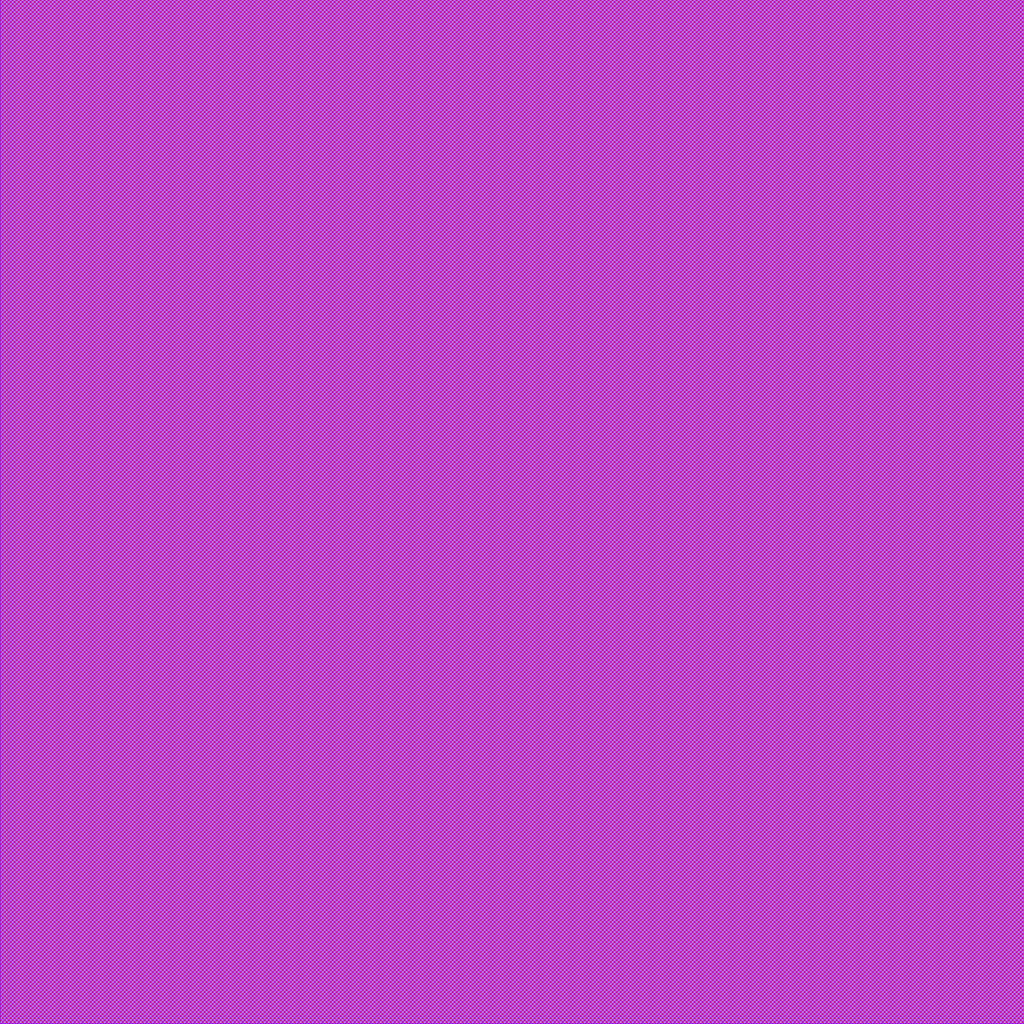
<source format=lef>
###############################################################################
#TSMC Library/IP Product
#Filename: tpz013g3_8lm.lef
#Technology: CL013G
#Product Type: Standard I/O
#Product Name: tpz013g3
#Version: 210b
###############################################################################
# 
#STATEMENT OF USE
#
#This information contains confidential and proprietary information of TSMC.
#No part of this information may be reproduced, transmitted, transcribed,
#stored in a retrieval system, or translated into any human or computer
#language, in any form or by any means, electronic, mechanical, magnetic,
#optical, chemical, manual, or otherwise, without the prior written permission
#of TSMC. This information was prepared for informational purpose and is for
#use by TSMC's customers only. TSMC reserves the right to make changes in the
#information at any time and without notice.
# 
###############################################################################

###############################################################################
# Modified by CIC 2006/07/05 (CBDK013_TSMC_Artisan v1.1) 
#
# Added METAL1 PIN on PCORNERDGZ Cell for recognizing corner orientation
#
###############################################################################

SITE pad
    SYMMETRY x y r90 ;
    CLASS pad ;
    SIZE 0.005 BY 246.000 ;
END pad 

SITE corner
    SYMMETRY x y r90 ;
    CLASS pad ;
    SIZE 246.000 BY 246.000 ;
END corner

MACRO PADIZ40
    CLASS BLOCK ;
    FOREIGN PADIZ40 17.000 0.000  ;
    ORIGIN -17.000 0.000 ;
    SIZE 35.000 BY 88.800 ;
    SYMMETRY x y r90 ;
    OBS
        LAYER METAL1 ;
        RECT  17.000 0.000 52.000 88.800 ;
        LAYER METAL2 ;
        RECT  17.000 0.000 52.000 88.800 ;
        LAYER METAL3 ;
        RECT  17.000 0.000 52.000 88.800 ;
        LAYER METAL4 ;
        RECT  17.000 0.000 52.000 88.800 ;
        LAYER METAL5 ;
        RECT  17.000 0.000 52.000 88.800 ;
        LAYER METAL6 ;
        RECT  17.000 0.000 52.000 88.800 ;
        LAYER METAL7 ;
        RECT  17.000 0.000 52.000 88.800 ;
        LAYER METAL8 ;
        RECT  17.000 0.000 52.000 88.800 ;
    END
END PADIZ40

MACRO PADIZ45
    CLASS BLOCK ;
    FOREIGN PADIZ45 17.000 0.000  ;
    ORIGIN -17.000 0.000 ;
    SIZE 35.000 BY 88.800 ;
    SYMMETRY x y r90 ;
    OBS
        LAYER METAL1 ;
        RECT  17.000 0.000 52.000 88.800 ;
        LAYER METAL2 ;
        RECT  17.000 0.000 52.000 88.800 ;
        LAYER METAL3 ;
        RECT  17.000 0.000 52.000 88.800 ;
        LAYER METAL4 ;
        RECT  17.000 0.000 52.000 88.800 ;
        LAYER METAL5 ;
        RECT  17.000 0.000 52.000 88.800 ;
        LAYER METAL6 ;
        RECT  17.000 0.000 52.000 88.800 ;
        LAYER METAL7 ;
        RECT  17.000 0.000 52.000 88.800 ;
        LAYER METAL8 ;
        RECT  17.000 0.000 52.000 88.800 ;
    END
END PADIZ45

MACRO PADLZ60
    CLASS BLOCK ;
    FOREIGN PADLZ60 11.000 0.000  ;
    ORIGIN -11.000 0.000 ;
    SIZE 35.000 BY 80.000 ;
    SYMMETRY x y r90 ;
    OBS
        LAYER METAL1 ;
        RECT  11.000 0.000 46.000 80.000 ;
        LAYER METAL2 ;
        RECT  11.000 0.000 46.000 80.000 ;
        LAYER METAL3 ;
        RECT  11.000 0.000 46.000 80.000 ;
        LAYER METAL4 ;
        RECT  11.000 0.000 46.000 80.000 ;
        LAYER METAL5 ;
        RECT  11.000 0.000 46.000 80.000 ;
        LAYER METAL6 ;
        RECT  11.000 0.000 46.000 80.000 ;
        LAYER METAL7 ;
        RECT  11.000 0.000 46.000 80.000 ;
        LAYER METAL8 ;
        RECT  11.000 0.000 46.000 80.000 ;
    END
END PADLZ60

MACRO PADLZ85
    CLASS BLOCK ;
    FOREIGN PADLZ85 22.000 0.000  ;
    ORIGIN -22.000 0.000 ;
    SIZE 35.000 BY 89.000 ;
    SYMMETRY x y r90 ;
    OBS
        LAYER METAL1 ;
        RECT  22.000 0.000 57.000 89.000 ;
        LAYER METAL2 ;
        RECT  22.000 0.000 57.000 89.000 ;
        LAYER METAL3 ;
        RECT  22.000 0.000 57.000 89.000 ;
        LAYER METAL4 ;
        RECT  22.000 0.000 57.000 89.000 ;
        LAYER METAL5 ;
        RECT  22.000 0.000 57.000 89.000 ;
        LAYER METAL6 ;
        RECT  22.000 0.000 57.000 89.000 ;
        LAYER METAL7 ;
        RECT  22.000 0.000 57.000 89.000 ;
        LAYER METAL8 ;
        RECT  22.000 0.000 57.000 89.000 ;
    END
END PADLZ85

MACRO PADOZ40
    CLASS BLOCK ;
    FOREIGN PADOZ40 17.000 0.000  ;
    ORIGIN -17.000 0.000 ;
    SIZE 35.000 BY 203.800 ;
    SYMMETRY x y r90 ;
    OBS
        LAYER METAL1 ;
        RECT  17.000 0.000 52.000 203.800 ;
        LAYER METAL2 ;
        RECT  17.000 0.000 52.000 203.800 ;
        LAYER METAL3 ;
        RECT  17.000 0.000 52.000 203.800 ;
        LAYER METAL4 ;
        RECT  17.000 0.000 52.000 203.800 ;
        LAYER METAL5 ;
        RECT  17.000 0.000 52.000 203.800 ;
        LAYER METAL6 ;
        RECT  17.000 0.000 52.000 203.800 ;
        LAYER METAL7 ;
        RECT  17.000 0.000 52.000 203.800 ;
        LAYER METAL8 ;
        RECT  17.000 0.000 52.000 203.800 ;
    END
END PADOZ40

MACRO PADOZ45
    CLASS BLOCK ;
    FOREIGN PADOZ45 17.000 0.000  ;
    ORIGIN -17.000 0.000 ;
    SIZE 35.000 BY 203.800 ;
    SYMMETRY x y r90 ;
    OBS
        LAYER METAL1 ;
        RECT  17.000 0.000 52.000 203.800 ;
        LAYER METAL2 ;
        RECT  17.000 0.000 52.000 203.800 ;
        LAYER METAL3 ;
        RECT  17.000 0.000 52.000 203.800 ;
        LAYER METAL4 ;
        RECT  17.000 0.000 52.000 203.800 ;
        LAYER METAL5 ;
        RECT  17.000 0.000 52.000 203.800 ;
        LAYER METAL6 ;
        RECT  17.000 0.000 52.000 203.800 ;
        LAYER METAL7 ;
        RECT  17.000 0.000 52.000 203.800 ;
        LAYER METAL8 ;
        RECT  17.000 0.000 52.000 203.800 ;
    END
END PADOZ45

MACRO PCI33DGZ
    CLASS PAD ;
    FOREIGN PCI33DGZ 0.000 0.000  ;
    ORIGIN 0.000 0.000 ;
    SIZE 35.000 BY 246.000 ;
    SYMMETRY x y r90 ;
    SITE pad ;
    PIN PAD
        DIRECTION INOUT ;
        PORT
        LAYER METAL2 ;
        RECT  13.940 0.000 21.060 0.500 ;
        LAYER METAL3 ;
        RECT  13.940 0.000 21.060 0.500 ;
        END
    END PAD
    PIN OEN
        DIRECTION INPUT ;
        PORT
        LAYER METAL1 ;
        RECT  17.295 245.000 19.295 246.000 ;
        LAYER METAL2 ;
        RECT  17.295 245.000 19.295 246.000 ;
        LAYER METAL3 ;
        RECT  17.295 245.000 19.295 246.000 ;
        LAYER METAL4 ;
        RECT  17.295 245.000 19.295 246.000 ;
        LAYER METAL5 ;
        RECT  17.295 245.000 19.295 246.000 ;
        LAYER METAL6 ;
        RECT  17.295 245.000 19.295 246.000 ;
        LAYER METAL7 ;
        RECT  17.295 245.000 19.295 246.000 ;
        LAYER METAL8 ;
        RECT  17.295 245.000 19.295 246.000 ;
        END
    END OEN
    PIN I
        DIRECTION INPUT ;
        PORT
        LAYER METAL1 ;
        RECT  3.690 245.000 5.690 246.000 ;
        LAYER METAL2 ;
        RECT  3.690 245.000 5.690 246.000 ;
        LAYER METAL3 ;
        RECT  3.690 245.000 5.690 246.000 ;
        LAYER METAL4 ;
        RECT  3.690 245.000 5.690 246.000 ;
        LAYER METAL5 ;
        RECT  3.690 245.000 5.690 246.000 ;
        LAYER METAL6 ;
        RECT  3.690 245.000 5.690 246.000 ;
        LAYER METAL7 ;
        RECT  3.690 245.000 5.690 246.000 ;
        LAYER METAL8 ;
        RECT  3.690 245.000 5.690 246.000 ;
        END
    END I
    PIN C
        DIRECTION OUTPUT ;
        PORT
        LAYER METAL1 ;
        RECT  7.175 245.000 9.175 246.000 ;
        LAYER METAL2 ;
        RECT  7.175 245.000 9.175 246.000 ;
        LAYER METAL3 ;
        RECT  7.175 245.000 9.175 246.000 ;
        LAYER METAL4 ;
        RECT  7.175 245.000 9.175 246.000 ;
        LAYER METAL5 ;
        RECT  7.175 245.000 9.175 246.000 ;
        LAYER METAL6 ;
        RECT  7.175 245.000 9.175 246.000 ;
        LAYER METAL7 ;
        RECT  7.175 245.000 9.175 246.000 ;
        LAYER METAL8 ;
        RECT  7.175 245.000 9.175 246.000 ;
        END
    END C
    OBS
        LAYER METAL1 ;
        RECT  19.515 0.000 35.000 246.000 ;
        RECT  17.075 0.000 19.515 244.780 ;
        RECT  9.395 0.000 17.075 246.000 ;
        RECT  6.955 0.000 9.395 244.780 ;
        RECT  5.910 0.000 6.955 246.000 ;
        RECT  3.470 0.000 5.910 244.780 ;
        RECT  0.000 0.000 3.470 246.000 ;
        LAYER VIA12 ;
        RECT  17.520 245.395 19.070 245.585 ;
        RECT  3.915 245.395 8.950 245.585 ;
        LAYER METAL2 ;
        RECT  21.300 0.000 35.000 246.000 ;
        RECT  19.535 0.740 21.300 246.000 ;
        RECT  17.055 0.740 19.535 244.760 ;
        RECT  13.700 0.740 17.055 246.000 ;
        RECT  9.415 0.000 13.700 246.000 ;
        RECT  6.935 0.000 9.415 244.760 ;
        RECT  5.930 0.000 6.935 246.000 ;
        RECT  3.450 0.000 5.930 244.760 ;
        RECT  0.000 0.000 3.450 246.000 ;
        LAYER VIA23 ;
        RECT  17.860 245.395 18.730 245.585 ;
        RECT  7.740 245.395 8.610 245.585 ;
        RECT  4.255 245.395 5.125 245.585 ;
        LAYER METAL3 ;
        RECT  21.300 0.000 35.000 246.000 ;
        RECT  19.535 0.740 21.300 246.000 ;
        RECT  17.055 0.740 19.535 244.760 ;
        RECT  13.700 0.740 17.055 246.000 ;
        RECT  9.415 0.000 13.700 246.000 ;
        RECT  6.935 0.000 9.415 244.760 ;
        RECT  5.930 0.000 6.935 246.000 ;
        RECT  3.450 0.000 5.930 244.760 ;
        RECT  0.000 0.000 3.450 246.000 ;
        LAYER VIA34 ;
        RECT  17.840 245.395 18.750 245.585 ;
        RECT  7.720 245.395 8.630 245.585 ;
        RECT  4.235 245.395 5.145 245.585 ;
        LAYER METAL4 ;
        RECT  19.535 0.000 35.000 246.000 ;
        RECT  17.055 0.000 19.535 244.760 ;
        RECT  9.415 0.000 17.055 246.000 ;
        RECT  6.935 0.000 9.415 244.760 ;
        RECT  5.930 0.000 6.935 246.000 ;
        RECT  3.450 0.000 5.930 244.760 ;
        RECT  0.000 0.000 3.450 246.000 ;
        LAYER VIA45 ;
        RECT  17.840 245.395 18.750 245.585 ;
        RECT  7.720 245.395 8.630 245.585 ;
        RECT  4.235 245.395 5.145 245.585 ;
        LAYER METAL5 ;
        RECT  19.535 0.000 35.000 246.000 ;
        RECT  17.055 0.000 19.535 244.760 ;
        RECT  9.415 0.000 17.055 246.000 ;
        RECT  6.935 0.000 9.415 244.760 ;
        RECT  5.930 0.000 6.935 246.000 ;
        RECT  3.450 0.000 5.930 244.760 ;
        RECT  0.000 0.000 3.450 246.000 ;
        LAYER VIA56 ;
        RECT  17.840 245.395 18.750 245.585 ;
        RECT  7.720 245.395 8.630 245.585 ;
        RECT  4.235 245.395 5.145 245.585 ;
        LAYER METAL6 ;
        RECT  19.535 0.000 35.000 246.000 ;
        RECT  17.055 0.000 19.535 244.760 ;
        RECT  9.415 0.000 17.055 246.000 ;
        RECT  6.935 0.000 9.415 244.760 ;
        RECT  5.930 0.000 6.935 246.000 ;
        RECT  3.450 0.000 5.930 244.760 ;
        RECT  0.000 0.000 3.450 246.000 ;
        LAYER VIA67 ;
        RECT  17.840 245.395 18.750 245.585 ;
        RECT  7.720 245.395 8.630 245.585 ;
        RECT  4.235 245.395 5.145 245.585 ;
        LAYER METAL7 ;
        RECT  19.535 0.000 35.000 246.000 ;
        RECT  17.055 0.000 19.535 244.760 ;
        RECT  9.415 0.000 17.055 246.000 ;
        RECT  6.935 0.000 9.415 244.760 ;
        RECT  5.930 0.000 6.935 246.000 ;
        RECT  3.450 0.000 5.930 244.760 ;
        RECT  0.000 0.000 3.450 246.000 ;
        LAYER VIA78 ;
        RECT  17.755 245.310 18.835 245.670 ;
        RECT  7.635 245.310 8.715 245.670 ;
        RECT  4.150 245.310 5.230 245.670 ;
        LAYER METAL8 ;
        RECT  19.755 0.000 35.000 246.000 ;
        RECT  16.835 0.000 19.755 244.540 ;
        RECT  9.635 0.000 16.835 246.000 ;
        RECT  6.715 0.000 9.635 244.540 ;
        RECT  6.150 0.000 6.715 246.000 ;
        RECT  3.230 0.000 6.150 244.540 ;
        RECT  0.000 0.000 3.230 246.000 ;
    END
END PCI33DGZ

MACRO PCI33SDGZ
    CLASS PAD ;
    FOREIGN PCI33SDGZ 0.000 0.000  ;
    ORIGIN 0.000 0.000 ;
    SIZE 35.000 BY 246.000 ;
    SYMMETRY x y r90 ;
    SITE pad ;
    PIN PAD
        DIRECTION INOUT ;
        PORT
        LAYER METAL2 ;
        RECT  13.940 0.000 21.060 0.500 ;
        LAYER METAL3 ;
        RECT  13.940 0.000 21.060 0.500 ;
        END
    END PAD
    PIN OEN
        DIRECTION INPUT ;
        PORT
        LAYER METAL1 ;
        RECT  17.295 245.000 19.295 246.000 ;
        LAYER METAL2 ;
        RECT  17.295 245.000 19.295 246.000 ;
        LAYER METAL3 ;
        RECT  17.295 245.000 19.295 246.000 ;
        LAYER METAL4 ;
        RECT  17.295 245.000 19.295 246.000 ;
        LAYER METAL5 ;
        RECT  17.295 245.000 19.295 246.000 ;
        LAYER METAL6 ;
        RECT  17.295 245.000 19.295 246.000 ;
        LAYER METAL7 ;
        RECT  17.295 245.000 19.295 246.000 ;
        LAYER METAL8 ;
        RECT  17.295 245.000 19.295 246.000 ;
        END
    END OEN
    PIN I
        DIRECTION INPUT ;
        PORT
        LAYER METAL1 ;
        RECT  3.690 245.000 5.690 246.000 ;
        LAYER METAL2 ;
        RECT  3.690 245.000 5.690 246.000 ;
        LAYER METAL3 ;
        RECT  3.690 245.000 5.690 246.000 ;
        LAYER METAL4 ;
        RECT  3.690 245.000 5.690 246.000 ;
        LAYER METAL5 ;
        RECT  3.690 245.000 5.690 246.000 ;
        LAYER METAL6 ;
        RECT  3.690 245.000 5.690 246.000 ;
        LAYER METAL7 ;
        RECT  3.690 245.000 5.690 246.000 ;
        LAYER METAL8 ;
        RECT  3.690 245.000 5.690 246.000 ;
        END
    END I
    PIN C
        DIRECTION OUTPUT ;
        PORT
        LAYER METAL1 ;
        RECT  7.175 245.000 9.175 246.000 ;
        LAYER METAL2 ;
        RECT  7.175 245.000 9.175 246.000 ;
        LAYER METAL3 ;
        RECT  7.175 245.000 9.175 246.000 ;
        LAYER METAL4 ;
        RECT  7.175 245.000 9.175 246.000 ;
        LAYER METAL5 ;
        RECT  7.175 245.000 9.175 246.000 ;
        LAYER METAL6 ;
        RECT  7.175 245.000 9.175 246.000 ;
        LAYER METAL7 ;
        RECT  7.175 245.000 9.175 246.000 ;
        LAYER METAL8 ;
        RECT  7.175 245.000 9.175 246.000 ;
        END
    END C
    OBS
        LAYER METAL1 ;
        RECT  19.515 0.000 35.000 246.000 ;
        RECT  17.075 0.000 19.515 244.780 ;
        RECT  9.395 0.000 17.075 246.000 ;
        RECT  6.955 0.000 9.395 244.780 ;
        RECT  5.910 0.000 6.955 246.000 ;
        RECT  3.470 0.000 5.910 244.780 ;
        RECT  0.000 0.000 3.470 246.000 ;
        LAYER VIA12 ;
        RECT  17.520 245.395 19.070 245.585 ;
        RECT  3.915 245.395 8.950 245.585 ;
        LAYER METAL2 ;
        RECT  21.300 0.000 35.000 246.000 ;
        RECT  19.535 0.740 21.300 246.000 ;
        RECT  17.055 0.740 19.535 244.760 ;
        RECT  13.700 0.740 17.055 246.000 ;
        RECT  9.415 0.000 13.700 246.000 ;
        RECT  6.935 0.000 9.415 244.760 ;
        RECT  5.930 0.000 6.935 246.000 ;
        RECT  3.450 0.000 5.930 244.760 ;
        RECT  0.000 0.000 3.450 246.000 ;
        LAYER VIA23 ;
        RECT  17.860 245.395 18.730 245.585 ;
        RECT  7.740 245.395 8.610 245.585 ;
        RECT  4.255 245.395 5.125 245.585 ;
        LAYER METAL3 ;
        RECT  21.300 0.000 35.000 246.000 ;
        RECT  19.535 0.740 21.300 246.000 ;
        RECT  17.055 0.740 19.535 244.760 ;
        RECT  13.700 0.740 17.055 246.000 ;
        RECT  9.415 0.000 13.700 246.000 ;
        RECT  6.935 0.000 9.415 244.760 ;
        RECT  5.930 0.000 6.935 246.000 ;
        RECT  3.450 0.000 5.930 244.760 ;
        RECT  0.000 0.000 3.450 246.000 ;
        LAYER VIA34 ;
        RECT  17.840 245.395 18.750 245.585 ;
        RECT  7.720 245.395 8.630 245.585 ;
        RECT  4.235 245.395 5.145 245.585 ;
        LAYER METAL4 ;
        RECT  19.535 0.000 35.000 246.000 ;
        RECT  17.055 0.000 19.535 244.760 ;
        RECT  9.415 0.000 17.055 246.000 ;
        RECT  6.935 0.000 9.415 244.760 ;
        RECT  5.930 0.000 6.935 246.000 ;
        RECT  3.450 0.000 5.930 244.760 ;
        RECT  0.000 0.000 3.450 246.000 ;
        LAYER VIA45 ;
        RECT  17.840 245.395 18.750 245.585 ;
        RECT  7.720 245.395 8.630 245.585 ;
        RECT  4.235 245.395 5.145 245.585 ;
        LAYER METAL5 ;
        RECT  19.535 0.000 35.000 246.000 ;
        RECT  17.055 0.000 19.535 244.760 ;
        RECT  9.415 0.000 17.055 246.000 ;
        RECT  6.935 0.000 9.415 244.760 ;
        RECT  5.930 0.000 6.935 246.000 ;
        RECT  3.450 0.000 5.930 244.760 ;
        RECT  0.000 0.000 3.450 246.000 ;
        LAYER VIA56 ;
        RECT  17.840 245.395 18.750 245.585 ;
        RECT  7.720 245.395 8.630 245.585 ;
        RECT  4.235 245.395 5.145 245.585 ;
        LAYER METAL6 ;
        RECT  19.535 0.000 35.000 246.000 ;
        RECT  17.055 0.000 19.535 244.760 ;
        RECT  9.415 0.000 17.055 246.000 ;
        RECT  6.935 0.000 9.415 244.760 ;
        RECT  5.930 0.000 6.935 246.000 ;
        RECT  3.450 0.000 5.930 244.760 ;
        RECT  0.000 0.000 3.450 246.000 ;
        LAYER VIA67 ;
        RECT  17.840 245.395 18.750 245.585 ;
        RECT  7.720 245.395 8.630 245.585 ;
        RECT  4.235 245.395 5.145 245.585 ;
        LAYER METAL7 ;
        RECT  19.535 0.000 35.000 246.000 ;
        RECT  17.055 0.000 19.535 244.760 ;
        RECT  9.415 0.000 17.055 246.000 ;
        RECT  6.935 0.000 9.415 244.760 ;
        RECT  5.930 0.000 6.935 246.000 ;
        RECT  3.450 0.000 5.930 244.760 ;
        RECT  0.000 0.000 3.450 246.000 ;
        LAYER VIA78 ;
        RECT  17.755 245.310 18.835 245.670 ;
        RECT  7.635 245.310 8.715 245.670 ;
        RECT  4.150 245.310 5.230 245.670 ;
        LAYER METAL8 ;
        RECT  19.755 0.000 35.000 246.000 ;
        RECT  16.835 0.000 19.755 244.540 ;
        RECT  9.635 0.000 16.835 246.000 ;
        RECT  6.715 0.000 9.635 244.540 ;
        RECT  6.150 0.000 6.715 246.000 ;
        RECT  3.230 0.000 6.150 244.540 ;
        RECT  0.000 0.000 3.230 246.000 ;
    END
END PCI33SDGZ

MACRO PCI66DGZ
    CLASS PAD ;
    FOREIGN PCI66DGZ 0.000 0.000  ;
    ORIGIN 0.000 0.000 ;
    SIZE 35.000 BY 246.000 ;
    SYMMETRY x y r90 ;
    SITE pad ;
    PIN PAD
        DIRECTION INOUT ;
        PORT
        LAYER METAL2 ;
        RECT  13.940 0.000 21.060 0.500 ;
        LAYER METAL3 ;
        RECT  13.940 0.000 21.060 0.500 ;
        END
    END PAD
    PIN OEN
        DIRECTION INPUT ;
        PORT
        LAYER METAL1 ;
        RECT  17.295 245.000 19.295 246.000 ;
        LAYER METAL2 ;
        RECT  17.295 245.000 19.295 246.000 ;
        LAYER METAL3 ;
        RECT  17.295 245.000 19.295 246.000 ;
        LAYER METAL4 ;
        RECT  17.295 245.000 19.295 246.000 ;
        LAYER METAL5 ;
        RECT  17.295 245.000 19.295 246.000 ;
        LAYER METAL6 ;
        RECT  17.295 245.000 19.295 246.000 ;
        LAYER METAL7 ;
        RECT  17.295 245.000 19.295 246.000 ;
        LAYER METAL8 ;
        RECT  17.295 245.000 19.295 246.000 ;
        END
    END OEN
    PIN I
        DIRECTION INPUT ;
        PORT
        LAYER METAL1 ;
        RECT  3.690 245.000 5.690 246.000 ;
        LAYER METAL2 ;
        RECT  3.690 245.000 5.690 246.000 ;
        LAYER METAL3 ;
        RECT  3.690 245.000 5.690 246.000 ;
        LAYER METAL4 ;
        RECT  3.690 245.000 5.690 246.000 ;
        LAYER METAL5 ;
        RECT  3.690 245.000 5.690 246.000 ;
        LAYER METAL6 ;
        RECT  3.690 245.000 5.690 246.000 ;
        LAYER METAL7 ;
        RECT  3.690 245.000 5.690 246.000 ;
        LAYER METAL8 ;
        RECT  3.690 245.000 5.690 246.000 ;
        END
    END I
    PIN C
        DIRECTION OUTPUT ;
        PORT
        LAYER METAL1 ;
        RECT  7.175 245.000 9.175 246.000 ;
        LAYER METAL2 ;
        RECT  7.175 245.000 9.175 246.000 ;
        LAYER METAL3 ;
        RECT  7.175 245.000 9.175 246.000 ;
        LAYER METAL4 ;
        RECT  7.175 245.000 9.175 246.000 ;
        LAYER METAL5 ;
        RECT  7.175 245.000 9.175 246.000 ;
        LAYER METAL6 ;
        RECT  7.175 245.000 9.175 246.000 ;
        LAYER METAL7 ;
        RECT  7.175 245.000 9.175 246.000 ;
        LAYER METAL8 ;
        RECT  7.175 245.000 9.175 246.000 ;
        END
    END C
    OBS
        LAYER METAL1 ;
        RECT  19.515 0.000 35.000 246.000 ;
        RECT  17.075 0.000 19.515 244.780 ;
        RECT  9.395 0.000 17.075 246.000 ;
        RECT  6.955 0.000 9.395 244.780 ;
        RECT  5.910 0.000 6.955 246.000 ;
        RECT  3.470 0.000 5.910 244.780 ;
        RECT  0.000 0.000 3.470 246.000 ;
        LAYER VIA12 ;
        RECT  17.520 245.395 19.070 245.585 ;
        RECT  3.915 245.395 8.950 245.585 ;
        LAYER METAL2 ;
        RECT  21.300 0.000 35.000 246.000 ;
        RECT  19.535 0.740 21.300 246.000 ;
        RECT  17.055 0.740 19.535 244.760 ;
        RECT  13.700 0.740 17.055 246.000 ;
        RECT  9.415 0.000 13.700 246.000 ;
        RECT  6.935 0.000 9.415 244.760 ;
        RECT  5.930 0.000 6.935 246.000 ;
        RECT  3.450 0.000 5.930 244.760 ;
        RECT  0.000 0.000 3.450 246.000 ;
        LAYER VIA23 ;
        RECT  17.860 245.395 18.730 245.585 ;
        RECT  7.740 245.395 8.610 245.585 ;
        RECT  4.255 245.395 5.125 245.585 ;
        LAYER METAL3 ;
        RECT  21.300 0.000 35.000 246.000 ;
        RECT  19.535 0.740 21.300 246.000 ;
        RECT  17.055 0.740 19.535 244.760 ;
        RECT  13.700 0.740 17.055 246.000 ;
        RECT  9.415 0.000 13.700 246.000 ;
        RECT  6.935 0.000 9.415 244.760 ;
        RECT  5.930 0.000 6.935 246.000 ;
        RECT  3.450 0.000 5.930 244.760 ;
        RECT  0.000 0.000 3.450 246.000 ;
        LAYER VIA34 ;
        RECT  17.840 245.395 18.750 245.585 ;
        RECT  7.720 245.395 8.630 245.585 ;
        RECT  4.235 245.395 5.145 245.585 ;
        LAYER METAL4 ;
        RECT  19.535 0.000 35.000 246.000 ;
        RECT  17.055 0.000 19.535 244.760 ;
        RECT  9.415 0.000 17.055 246.000 ;
        RECT  6.935 0.000 9.415 244.760 ;
        RECT  5.930 0.000 6.935 246.000 ;
        RECT  3.450 0.000 5.930 244.760 ;
        RECT  0.000 0.000 3.450 246.000 ;
        LAYER VIA45 ;
        RECT  17.840 245.395 18.750 245.585 ;
        RECT  7.720 245.395 8.630 245.585 ;
        RECT  4.235 245.395 5.145 245.585 ;
        LAYER METAL5 ;
        RECT  19.535 0.000 35.000 246.000 ;
        RECT  17.055 0.000 19.535 244.760 ;
        RECT  9.415 0.000 17.055 246.000 ;
        RECT  6.935 0.000 9.415 244.760 ;
        RECT  5.930 0.000 6.935 246.000 ;
        RECT  3.450 0.000 5.930 244.760 ;
        RECT  0.000 0.000 3.450 246.000 ;
        LAYER VIA56 ;
        RECT  17.840 245.395 18.750 245.585 ;
        RECT  7.720 245.395 8.630 245.585 ;
        RECT  4.235 245.395 5.145 245.585 ;
        LAYER METAL6 ;
        RECT  19.535 0.000 35.000 246.000 ;
        RECT  17.055 0.000 19.535 244.760 ;
        RECT  9.415 0.000 17.055 246.000 ;
        RECT  6.935 0.000 9.415 244.760 ;
        RECT  5.930 0.000 6.935 246.000 ;
        RECT  3.450 0.000 5.930 244.760 ;
        RECT  0.000 0.000 3.450 246.000 ;
        LAYER VIA67 ;
        RECT  17.840 245.395 18.750 245.585 ;
        RECT  7.720 245.395 8.630 245.585 ;
        RECT  4.235 245.395 5.145 245.585 ;
        LAYER METAL7 ;
        RECT  19.535 0.000 35.000 246.000 ;
        RECT  17.055 0.000 19.535 244.760 ;
        RECT  9.415 0.000 17.055 246.000 ;
        RECT  6.935 0.000 9.415 244.760 ;
        RECT  5.930 0.000 6.935 246.000 ;
        RECT  3.450 0.000 5.930 244.760 ;
        RECT  0.000 0.000 3.450 246.000 ;
        LAYER VIA78 ;
        RECT  17.755 245.310 18.835 245.670 ;
        RECT  7.635 245.310 8.715 245.670 ;
        RECT  4.150 245.310 5.230 245.670 ;
        LAYER METAL8 ;
        RECT  19.755 0.000 35.000 246.000 ;
        RECT  16.835 0.000 19.755 244.540 ;
        RECT  9.635 0.000 16.835 246.000 ;
        RECT  6.715 0.000 9.635 244.540 ;
        RECT  6.150 0.000 6.715 246.000 ;
        RECT  3.230 0.000 6.150 244.540 ;
        RECT  0.000 0.000 3.230 246.000 ;
    END
END PCI66DGZ

MACRO PCI66SDGZ
    CLASS PAD ;
    FOREIGN PCI66SDGZ 0.000 0.000  ;
    ORIGIN 0.000 0.000 ;
    SIZE 35.000 BY 246.000 ;
    SYMMETRY x y r90 ;
    SITE pad ;
    PIN PAD
        DIRECTION INOUT ;
        PORT
        LAYER METAL2 ;
        RECT  13.940 0.000 21.060 0.500 ;
        LAYER METAL3 ;
        RECT  13.940 0.000 21.060 0.500 ;
        END
    END PAD
    PIN OEN
        DIRECTION INPUT ;
        PORT
        LAYER METAL1 ;
        RECT  17.295 245.000 19.295 246.000 ;
        LAYER METAL2 ;
        RECT  17.295 245.000 19.295 246.000 ;
        LAYER METAL3 ;
        RECT  17.295 245.000 19.295 246.000 ;
        LAYER METAL4 ;
        RECT  17.295 245.000 19.295 246.000 ;
        LAYER METAL5 ;
        RECT  17.295 245.000 19.295 246.000 ;
        LAYER METAL6 ;
        RECT  17.295 245.000 19.295 246.000 ;
        LAYER METAL7 ;
        RECT  17.295 245.000 19.295 246.000 ;
        LAYER METAL8 ;
        RECT  17.295 245.000 19.295 246.000 ;
        END
    END OEN
    PIN I
        DIRECTION INPUT ;
        PORT
        LAYER METAL1 ;
        RECT  3.690 245.000 5.690 246.000 ;
        LAYER METAL2 ;
        RECT  3.690 245.000 5.690 246.000 ;
        LAYER METAL3 ;
        RECT  3.690 245.000 5.690 246.000 ;
        LAYER METAL4 ;
        RECT  3.690 245.000 5.690 246.000 ;
        LAYER METAL5 ;
        RECT  3.690 245.000 5.690 246.000 ;
        LAYER METAL6 ;
        RECT  3.690 245.000 5.690 246.000 ;
        LAYER METAL7 ;
        RECT  3.690 245.000 5.690 246.000 ;
        LAYER METAL8 ;
        RECT  3.690 245.000 5.690 246.000 ;
        END
    END I
    PIN C
        DIRECTION OUTPUT ;
        PORT
        LAYER METAL1 ;
        RECT  7.175 245.000 9.175 246.000 ;
        LAYER METAL2 ;
        RECT  7.175 245.000 9.175 246.000 ;
        LAYER METAL3 ;
        RECT  7.175 245.000 9.175 246.000 ;
        LAYER METAL4 ;
        RECT  7.175 245.000 9.175 246.000 ;
        LAYER METAL5 ;
        RECT  7.175 245.000 9.175 246.000 ;
        LAYER METAL6 ;
        RECT  7.175 245.000 9.175 246.000 ;
        LAYER METAL7 ;
        RECT  7.175 245.000 9.175 246.000 ;
        LAYER METAL8 ;
        RECT  7.175 245.000 9.175 246.000 ;
        END
    END C
    OBS
        LAYER METAL1 ;
        RECT  19.515 0.000 35.000 246.000 ;
        RECT  17.075 0.000 19.515 244.780 ;
        RECT  9.395 0.000 17.075 246.000 ;
        RECT  6.955 0.000 9.395 244.780 ;
        RECT  5.910 0.000 6.955 246.000 ;
        RECT  3.470 0.000 5.910 244.780 ;
        RECT  0.000 0.000 3.470 246.000 ;
        LAYER VIA12 ;
        RECT  17.520 245.395 19.070 245.585 ;
        RECT  3.915 245.395 8.950 245.585 ;
        LAYER METAL2 ;
        RECT  21.300 0.000 35.000 246.000 ;
        RECT  19.535 0.740 21.300 246.000 ;
        RECT  17.055 0.740 19.535 244.760 ;
        RECT  13.700 0.740 17.055 246.000 ;
        RECT  9.415 0.000 13.700 246.000 ;
        RECT  6.935 0.000 9.415 244.760 ;
        RECT  5.930 0.000 6.935 246.000 ;
        RECT  3.450 0.000 5.930 244.760 ;
        RECT  0.000 0.000 3.450 246.000 ;
        LAYER VIA23 ;
        RECT  17.860 245.395 18.730 245.585 ;
        RECT  7.740 245.395 8.610 245.585 ;
        RECT  4.255 245.395 5.125 245.585 ;
        LAYER METAL3 ;
        RECT  21.300 0.000 35.000 246.000 ;
        RECT  19.535 0.740 21.300 246.000 ;
        RECT  17.055 0.740 19.535 244.760 ;
        RECT  13.700 0.740 17.055 246.000 ;
        RECT  9.415 0.000 13.700 246.000 ;
        RECT  6.935 0.000 9.415 244.760 ;
        RECT  5.930 0.000 6.935 246.000 ;
        RECT  3.450 0.000 5.930 244.760 ;
        RECT  0.000 0.000 3.450 246.000 ;
        LAYER VIA34 ;
        RECT  17.840 245.395 18.750 245.585 ;
        RECT  7.720 245.395 8.630 245.585 ;
        RECT  4.235 245.395 5.145 245.585 ;
        LAYER METAL4 ;
        RECT  19.535 0.000 35.000 246.000 ;
        RECT  17.055 0.000 19.535 244.760 ;
        RECT  9.415 0.000 17.055 246.000 ;
        RECT  6.935 0.000 9.415 244.760 ;
        RECT  5.930 0.000 6.935 246.000 ;
        RECT  3.450 0.000 5.930 244.760 ;
        RECT  0.000 0.000 3.450 246.000 ;
        LAYER VIA45 ;
        RECT  17.840 245.395 18.750 245.585 ;
        RECT  7.720 245.395 8.630 245.585 ;
        RECT  4.235 245.395 5.145 245.585 ;
        LAYER METAL5 ;
        RECT  19.535 0.000 35.000 246.000 ;
        RECT  17.055 0.000 19.535 244.760 ;
        RECT  9.415 0.000 17.055 246.000 ;
        RECT  6.935 0.000 9.415 244.760 ;
        RECT  5.930 0.000 6.935 246.000 ;
        RECT  3.450 0.000 5.930 244.760 ;
        RECT  0.000 0.000 3.450 246.000 ;
        LAYER VIA56 ;
        RECT  17.840 245.395 18.750 245.585 ;
        RECT  7.720 245.395 8.630 245.585 ;
        RECT  4.235 245.395 5.145 245.585 ;
        LAYER METAL6 ;
        RECT  19.535 0.000 35.000 246.000 ;
        RECT  17.055 0.000 19.535 244.760 ;
        RECT  9.415 0.000 17.055 246.000 ;
        RECT  6.935 0.000 9.415 244.760 ;
        RECT  5.930 0.000 6.935 246.000 ;
        RECT  3.450 0.000 5.930 244.760 ;
        RECT  0.000 0.000 3.450 246.000 ;
        LAYER VIA67 ;
        RECT  17.840 245.395 18.750 245.585 ;
        RECT  7.720 245.395 8.630 245.585 ;
        RECT  4.235 245.395 5.145 245.585 ;
        LAYER METAL7 ;
        RECT  19.535 0.000 35.000 246.000 ;
        RECT  17.055 0.000 19.535 244.760 ;
        RECT  9.415 0.000 17.055 246.000 ;
        RECT  6.935 0.000 9.415 244.760 ;
        RECT  5.930 0.000 6.935 246.000 ;
        RECT  3.450 0.000 5.930 244.760 ;
        RECT  0.000 0.000 3.450 246.000 ;
        LAYER VIA78 ;
        RECT  17.755 245.310 18.835 245.670 ;
        RECT  7.635 245.310 8.715 245.670 ;
        RECT  4.150 245.310 5.230 245.670 ;
        LAYER METAL8 ;
        RECT  19.755 0.000 35.000 246.000 ;
        RECT  16.835 0.000 19.755 244.540 ;
        RECT  9.635 0.000 16.835 246.000 ;
        RECT  6.715 0.000 9.635 244.540 ;
        RECT  6.150 0.000 6.715 246.000 ;
        RECT  3.230 0.000 6.150 244.540 ;
        RECT  0.000 0.000 3.230 246.000 ;
    END
END PCI66SDGZ

MACRO PCORNERDGZ
    CLASS ENDCAP BOTTOMLEFT ;
    FOREIGN PCORNERDGZ 0.000 0.000  ;
    ORIGIN 0.000 0.000 ;
    SIZE 246.000 BY 246.000 ;
    SYMMETRY x y r90 ;
    SITE corner ;
    PIN C
        DIRECTION INOUT ;
        PORT
        LAYER METAL1 ;
        RECT  20.000 20.000 150.000 30.000 ;
        RECT  20.000 20.000 30.000 150.000 ;
        RECT  0.000 0.000 150.000 10.000 ;
        RECT  0.000 0.000 10.000 150.000 ;
        END
    END C
    OBS
        LAYER METAL1 ;
        RECT  0.000 0.000 246.000 246.000 ;
        LAYER METAL2 ;
        RECT  0.000 0.000 246.000 246.000 ;
        LAYER METAL3 ;
        RECT  0.000 0.000 246.000 246.000 ;
        LAYER METAL4 ;
        RECT  0.000 0.000 246.000 246.000 ;
        LAYER METAL5 ;
        RECT  0.000 0.000 246.000 246.000 ;
        LAYER METAL6 ;
        RECT  0.000 0.000 246.000 246.000 ;
        LAYER METAL7 ;
        RECT  0.000 0.000 246.000 246.000 ;
        LAYER METAL8 ;
        RECT  0.000 0.000 246.000 246.000 ;
    END
END PCORNERDGZ

MACRO PDB02DGZ
    CLASS PAD ;
    FOREIGN PDB02DGZ 0.000 0.000  ;
    ORIGIN 0.000 0.000 ;
    SIZE 35.000 BY 246.000 ;
    SYMMETRY x y r90 ;
    SITE pad ;
    PIN PAD
        DIRECTION INOUT ;
        PORT
        LAYER METAL2 ;
        RECT  13.940 0.000 21.060 0.500 ;
        LAYER METAL3 ;
        RECT  13.940 0.000 21.060 0.500 ;
        END
    END PAD
    PIN OEN
        DIRECTION INPUT ;
        PORT
        LAYER METAL1 ;
        RECT  17.295 245.000 19.295 246.000 ;
        LAYER METAL2 ;
        RECT  17.295 245.000 19.295 246.000 ;
        LAYER METAL3 ;
        RECT  17.295 245.000 19.295 246.000 ;
        LAYER METAL4 ;
        RECT  17.295 245.000 19.295 246.000 ;
        LAYER METAL5 ;
        RECT  17.295 245.000 19.295 246.000 ;
        LAYER METAL6 ;
        RECT  17.295 245.000 19.295 246.000 ;
        LAYER METAL7 ;
        RECT  17.295 245.000 19.295 246.000 ;
        LAYER METAL8 ;
        RECT  17.295 245.000 19.295 246.000 ;
        END
    END OEN
    PIN I
        DIRECTION INPUT ;
        PORT
        LAYER METAL1 ;
        RECT  3.690 245.000 5.690 246.000 ;
        LAYER METAL2 ;
        RECT  3.690 245.000 5.690 246.000 ;
        LAYER METAL3 ;
        RECT  3.690 245.000 5.690 246.000 ;
        LAYER METAL4 ;
        RECT  3.690 245.000 5.690 246.000 ;
        LAYER METAL5 ;
        RECT  3.690 245.000 5.690 246.000 ;
        LAYER METAL6 ;
        RECT  3.690 245.000 5.690 246.000 ;
        LAYER METAL7 ;
        RECT  3.690 245.000 5.690 246.000 ;
        LAYER METAL8 ;
        RECT  3.690 245.000 5.690 246.000 ;
        END
    END I
    PIN C
        DIRECTION OUTPUT ;
        PORT
        LAYER METAL1 ;
        RECT  7.175 245.000 9.175 246.000 ;
        LAYER METAL2 ;
        RECT  7.175 245.000 9.175 246.000 ;
        LAYER METAL3 ;
        RECT  7.175 245.000 9.175 246.000 ;
        LAYER METAL4 ;
        RECT  7.175 245.000 9.175 246.000 ;
        LAYER METAL5 ;
        RECT  7.175 245.000 9.175 246.000 ;
        LAYER METAL6 ;
        RECT  7.175 245.000 9.175 246.000 ;
        LAYER METAL7 ;
        RECT  7.175 245.000 9.175 246.000 ;
        LAYER METAL8 ;
        RECT  7.175 245.000 9.175 246.000 ;
        END
    END C
    OBS
        LAYER METAL1 ;
        RECT  19.515 0.000 35.000 246.000 ;
        RECT  17.075 0.000 19.515 244.780 ;
        RECT  9.395 0.000 17.075 246.000 ;
        RECT  6.955 0.000 9.395 244.780 ;
        RECT  5.910 0.000 6.955 246.000 ;
        RECT  3.470 0.000 5.910 244.780 ;
        RECT  0.000 0.000 3.470 246.000 ;
        LAYER VIA12 ;
        RECT  17.520 245.395 19.070 245.585 ;
        RECT  3.915 245.395 8.950 245.585 ;
        LAYER METAL2 ;
        RECT  21.300 0.000 35.000 246.000 ;
        RECT  19.535 0.740 21.300 246.000 ;
        RECT  17.055 0.740 19.535 244.760 ;
        RECT  13.700 0.740 17.055 246.000 ;
        RECT  9.415 0.000 13.700 246.000 ;
        RECT  6.935 0.000 9.415 244.760 ;
        RECT  5.930 0.000 6.935 246.000 ;
        RECT  3.450 0.000 5.930 244.760 ;
        RECT  0.000 0.000 3.450 246.000 ;
        LAYER VIA23 ;
        RECT  17.860 245.395 18.730 245.585 ;
        RECT  7.740 245.395 8.610 245.585 ;
        RECT  4.255 245.395 5.125 245.585 ;
        LAYER METAL3 ;
        RECT  21.300 0.000 35.000 246.000 ;
        RECT  19.535 0.740 21.300 246.000 ;
        RECT  17.055 0.740 19.535 244.760 ;
        RECT  13.700 0.740 17.055 246.000 ;
        RECT  9.415 0.000 13.700 246.000 ;
        RECT  6.935 0.000 9.415 244.760 ;
        RECT  5.930 0.000 6.935 246.000 ;
        RECT  3.450 0.000 5.930 244.760 ;
        RECT  0.000 0.000 3.450 246.000 ;
        LAYER VIA34 ;
        RECT  17.840 245.395 18.750 245.585 ;
        RECT  7.720 245.395 8.630 245.585 ;
        RECT  4.235 245.395 5.145 245.585 ;
        LAYER METAL4 ;
        RECT  19.535 0.000 35.000 246.000 ;
        RECT  17.055 0.000 19.535 244.760 ;
        RECT  9.415 0.000 17.055 246.000 ;
        RECT  6.935 0.000 9.415 244.760 ;
        RECT  5.930 0.000 6.935 246.000 ;
        RECT  3.450 0.000 5.930 244.760 ;
        RECT  0.000 0.000 3.450 246.000 ;
        LAYER VIA45 ;
        RECT  17.840 245.395 18.750 245.585 ;
        RECT  7.720 245.395 8.630 245.585 ;
        RECT  4.235 245.395 5.145 245.585 ;
        LAYER METAL5 ;
        RECT  19.535 0.000 35.000 246.000 ;
        RECT  17.055 0.000 19.535 244.760 ;
        RECT  9.415 0.000 17.055 246.000 ;
        RECT  6.935 0.000 9.415 244.760 ;
        RECT  5.930 0.000 6.935 246.000 ;
        RECT  3.450 0.000 5.930 244.760 ;
        RECT  0.000 0.000 3.450 246.000 ;
        LAYER VIA56 ;
        RECT  17.840 245.395 18.750 245.585 ;
        RECT  7.720 245.395 8.630 245.585 ;
        RECT  4.235 245.395 5.145 245.585 ;
        LAYER METAL6 ;
        RECT  19.535 0.000 35.000 246.000 ;
        RECT  17.055 0.000 19.535 244.760 ;
        RECT  9.415 0.000 17.055 246.000 ;
        RECT  6.935 0.000 9.415 244.760 ;
        RECT  5.930 0.000 6.935 246.000 ;
        RECT  3.450 0.000 5.930 244.760 ;
        RECT  0.000 0.000 3.450 246.000 ;
        LAYER VIA67 ;
        RECT  17.840 245.395 18.750 245.585 ;
        RECT  7.720 245.395 8.630 245.585 ;
        RECT  4.235 245.395 5.145 245.585 ;
        LAYER METAL7 ;
        RECT  19.535 0.000 35.000 246.000 ;
        RECT  17.055 0.000 19.535 244.760 ;
        RECT  9.415 0.000 17.055 246.000 ;
        RECT  6.935 0.000 9.415 244.760 ;
        RECT  5.930 0.000 6.935 246.000 ;
        RECT  3.450 0.000 5.930 244.760 ;
        RECT  0.000 0.000 3.450 246.000 ;
        LAYER VIA78 ;
        RECT  17.755 245.310 18.835 245.670 ;
        RECT  7.635 245.310 8.715 245.670 ;
        RECT  4.150 245.310 5.230 245.670 ;
        LAYER METAL8 ;
        RECT  19.755 0.000 35.000 246.000 ;
        RECT  16.835 0.000 19.755 244.540 ;
        RECT  9.635 0.000 16.835 246.000 ;
        RECT  6.715 0.000 9.635 244.540 ;
        RECT  6.150 0.000 6.715 246.000 ;
        RECT  3.230 0.000 6.150 244.540 ;
        RECT  0.000 0.000 3.230 246.000 ;
    END
END PDB02DGZ

MACRO PDB02SDGZ
    CLASS PAD ;
    FOREIGN PDB02SDGZ 0.000 0.000  ;
    ORIGIN 0.000 0.000 ;
    SIZE 35.000 BY 246.000 ;
    SYMMETRY x y r90 ;
    SITE pad ;
    PIN PAD
        DIRECTION INOUT ;
        PORT
        LAYER METAL2 ;
        RECT  13.940 0.000 21.060 0.500 ;
        LAYER METAL3 ;
        RECT  13.940 0.000 21.060 0.500 ;
        END
    END PAD
    PIN OEN
        DIRECTION INPUT ;
        PORT
        LAYER METAL1 ;
        RECT  17.295 245.000 19.295 246.000 ;
        LAYER METAL2 ;
        RECT  17.295 245.000 19.295 246.000 ;
        LAYER METAL3 ;
        RECT  17.295 245.000 19.295 246.000 ;
        LAYER METAL4 ;
        RECT  17.295 245.000 19.295 246.000 ;
        LAYER METAL5 ;
        RECT  17.295 245.000 19.295 246.000 ;
        LAYER METAL6 ;
        RECT  17.295 245.000 19.295 246.000 ;
        LAYER METAL7 ;
        RECT  17.295 245.000 19.295 246.000 ;
        LAYER METAL8 ;
        RECT  17.295 245.000 19.295 246.000 ;
        END
    END OEN
    PIN I
        DIRECTION INPUT ;
        PORT
        LAYER METAL1 ;
        RECT  3.690 245.000 5.690 246.000 ;
        LAYER METAL2 ;
        RECT  3.690 245.000 5.690 246.000 ;
        LAYER METAL3 ;
        RECT  3.690 245.000 5.690 246.000 ;
        LAYER METAL4 ;
        RECT  3.690 245.000 5.690 246.000 ;
        LAYER METAL5 ;
        RECT  3.690 245.000 5.690 246.000 ;
        LAYER METAL6 ;
        RECT  3.690 245.000 5.690 246.000 ;
        LAYER METAL7 ;
        RECT  3.690 245.000 5.690 246.000 ;
        LAYER METAL8 ;
        RECT  3.690 245.000 5.690 246.000 ;
        END
    END I
    PIN C
        DIRECTION OUTPUT ;
        PORT
        LAYER METAL1 ;
        RECT  7.175 245.000 9.175 246.000 ;
        LAYER METAL2 ;
        RECT  7.175 245.000 9.175 246.000 ;
        LAYER METAL3 ;
        RECT  7.175 245.000 9.175 246.000 ;
        LAYER METAL4 ;
        RECT  7.175 245.000 9.175 246.000 ;
        LAYER METAL5 ;
        RECT  7.175 245.000 9.175 246.000 ;
        LAYER METAL6 ;
        RECT  7.175 245.000 9.175 246.000 ;
        LAYER METAL7 ;
        RECT  7.175 245.000 9.175 246.000 ;
        LAYER METAL8 ;
        RECT  7.175 245.000 9.175 246.000 ;
        END
    END C
    OBS
        LAYER METAL1 ;
        RECT  19.515 0.000 35.000 246.000 ;
        RECT  17.075 0.000 19.515 244.780 ;
        RECT  9.395 0.000 17.075 246.000 ;
        RECT  6.955 0.000 9.395 244.780 ;
        RECT  5.910 0.000 6.955 246.000 ;
        RECT  3.470 0.000 5.910 244.780 ;
        RECT  0.000 0.000 3.470 246.000 ;
        LAYER VIA12 ;
        RECT  17.520 245.395 19.070 245.585 ;
        RECT  3.915 245.395 8.950 245.585 ;
        LAYER METAL2 ;
        RECT  21.300 0.000 35.000 246.000 ;
        RECT  19.535 0.740 21.300 246.000 ;
        RECT  17.055 0.740 19.535 244.760 ;
        RECT  13.700 0.740 17.055 246.000 ;
        RECT  9.415 0.000 13.700 246.000 ;
        RECT  6.935 0.000 9.415 244.760 ;
        RECT  5.930 0.000 6.935 246.000 ;
        RECT  3.450 0.000 5.930 244.760 ;
        RECT  0.000 0.000 3.450 246.000 ;
        LAYER VIA23 ;
        RECT  17.860 245.395 18.730 245.585 ;
        RECT  7.740 245.395 8.610 245.585 ;
        RECT  4.255 245.395 5.125 245.585 ;
        LAYER METAL3 ;
        RECT  21.300 0.000 35.000 246.000 ;
        RECT  19.535 0.740 21.300 246.000 ;
        RECT  17.055 0.740 19.535 244.760 ;
        RECT  13.700 0.740 17.055 246.000 ;
        RECT  9.415 0.000 13.700 246.000 ;
        RECT  6.935 0.000 9.415 244.760 ;
        RECT  5.930 0.000 6.935 246.000 ;
        RECT  3.450 0.000 5.930 244.760 ;
        RECT  0.000 0.000 3.450 246.000 ;
        LAYER VIA34 ;
        RECT  17.840 245.395 18.750 245.585 ;
        RECT  7.720 245.395 8.630 245.585 ;
        RECT  4.235 245.395 5.145 245.585 ;
        LAYER METAL4 ;
        RECT  19.535 0.000 35.000 246.000 ;
        RECT  17.055 0.000 19.535 244.760 ;
        RECT  9.415 0.000 17.055 246.000 ;
        RECT  6.935 0.000 9.415 244.760 ;
        RECT  5.930 0.000 6.935 246.000 ;
        RECT  3.450 0.000 5.930 244.760 ;
        RECT  0.000 0.000 3.450 246.000 ;
        LAYER VIA45 ;
        RECT  17.840 245.395 18.750 245.585 ;
        RECT  7.720 245.395 8.630 245.585 ;
        RECT  4.235 245.395 5.145 245.585 ;
        LAYER METAL5 ;
        RECT  19.535 0.000 35.000 246.000 ;
        RECT  17.055 0.000 19.535 244.760 ;
        RECT  9.415 0.000 17.055 246.000 ;
        RECT  6.935 0.000 9.415 244.760 ;
        RECT  5.930 0.000 6.935 246.000 ;
        RECT  3.450 0.000 5.930 244.760 ;
        RECT  0.000 0.000 3.450 246.000 ;
        LAYER VIA56 ;
        RECT  17.840 245.395 18.750 245.585 ;
        RECT  7.720 245.395 8.630 245.585 ;
        RECT  4.235 245.395 5.145 245.585 ;
        LAYER METAL6 ;
        RECT  19.535 0.000 35.000 246.000 ;
        RECT  17.055 0.000 19.535 244.760 ;
        RECT  9.415 0.000 17.055 246.000 ;
        RECT  6.935 0.000 9.415 244.760 ;
        RECT  5.930 0.000 6.935 246.000 ;
        RECT  3.450 0.000 5.930 244.760 ;
        RECT  0.000 0.000 3.450 246.000 ;
        LAYER VIA67 ;
        RECT  17.840 245.395 18.750 245.585 ;
        RECT  7.720 245.395 8.630 245.585 ;
        RECT  4.235 245.395 5.145 245.585 ;
        LAYER METAL7 ;
        RECT  19.535 0.000 35.000 246.000 ;
        RECT  17.055 0.000 19.535 244.760 ;
        RECT  9.415 0.000 17.055 246.000 ;
        RECT  6.935 0.000 9.415 244.760 ;
        RECT  5.930 0.000 6.935 246.000 ;
        RECT  3.450 0.000 5.930 244.760 ;
        RECT  0.000 0.000 3.450 246.000 ;
        LAYER VIA78 ;
        RECT  17.755 245.310 18.835 245.670 ;
        RECT  7.635 245.310 8.715 245.670 ;
        RECT  4.150 245.310 5.230 245.670 ;
        LAYER METAL8 ;
        RECT  19.755 0.000 35.000 246.000 ;
        RECT  16.835 0.000 19.755 244.540 ;
        RECT  9.635 0.000 16.835 246.000 ;
        RECT  6.715 0.000 9.635 244.540 ;
        RECT  6.150 0.000 6.715 246.000 ;
        RECT  3.230 0.000 6.150 244.540 ;
        RECT  0.000 0.000 3.230 246.000 ;
    END
END PDB02SDGZ

MACRO PDB04DGZ
    CLASS PAD ;
    FOREIGN PDB04DGZ 0.000 0.000  ;
    ORIGIN 0.000 0.000 ;
    SIZE 35.000 BY 246.000 ;
    SYMMETRY x y r90 ;
    SITE pad ;
    PIN PAD
        DIRECTION INOUT ;
        PORT
        LAYER METAL2 ;
        RECT  13.940 0.000 21.060 0.500 ;
        LAYER METAL3 ;
        RECT  13.940 0.000 21.060 0.500 ;
        END
    END PAD
    PIN OEN
        DIRECTION INPUT ;
        PORT
        LAYER METAL1 ;
        RECT  17.295 245.000 19.295 246.000 ;
        LAYER METAL2 ;
        RECT  17.295 245.000 19.295 246.000 ;
        LAYER METAL3 ;
        RECT  17.295 245.000 19.295 246.000 ;
        LAYER METAL4 ;
        RECT  17.295 245.000 19.295 246.000 ;
        LAYER METAL5 ;
        RECT  17.295 245.000 19.295 246.000 ;
        LAYER METAL6 ;
        RECT  17.295 245.000 19.295 246.000 ;
        LAYER METAL7 ;
        RECT  17.295 245.000 19.295 246.000 ;
        LAYER METAL8 ;
        RECT  17.295 245.000 19.295 246.000 ;
        END
    END OEN
    PIN I
        DIRECTION INPUT ;
        PORT
        LAYER METAL1 ;
        RECT  3.690 245.000 5.690 246.000 ;
        LAYER METAL2 ;
        RECT  3.690 245.000 5.690 246.000 ;
        LAYER METAL3 ;
        RECT  3.690 245.000 5.690 246.000 ;
        LAYER METAL4 ;
        RECT  3.690 245.000 5.690 246.000 ;
        LAYER METAL5 ;
        RECT  3.690 245.000 5.690 246.000 ;
        LAYER METAL6 ;
        RECT  3.690 245.000 5.690 246.000 ;
        LAYER METAL7 ;
        RECT  3.690 245.000 5.690 246.000 ;
        LAYER METAL8 ;
        RECT  3.690 245.000 5.690 246.000 ;
        END
    END I
    PIN C
        DIRECTION OUTPUT ;
        PORT
        LAYER METAL1 ;
        RECT  7.175 245.000 9.175 246.000 ;
        LAYER METAL2 ;
        RECT  7.175 245.000 9.175 246.000 ;
        LAYER METAL3 ;
        RECT  7.175 245.000 9.175 246.000 ;
        LAYER METAL4 ;
        RECT  7.175 245.000 9.175 246.000 ;
        LAYER METAL5 ;
        RECT  7.175 245.000 9.175 246.000 ;
        LAYER METAL6 ;
        RECT  7.175 245.000 9.175 246.000 ;
        LAYER METAL7 ;
        RECT  7.175 245.000 9.175 246.000 ;
        LAYER METAL8 ;
        RECT  7.175 245.000 9.175 246.000 ;
        END
    END C
    OBS
        LAYER METAL1 ;
        RECT  19.515 0.000 35.000 246.000 ;
        RECT  17.075 0.000 19.515 244.780 ;
        RECT  9.395 0.000 17.075 246.000 ;
        RECT  6.955 0.000 9.395 244.780 ;
        RECT  5.910 0.000 6.955 246.000 ;
        RECT  3.470 0.000 5.910 244.780 ;
        RECT  0.000 0.000 3.470 246.000 ;
        LAYER VIA12 ;
        RECT  17.520 245.395 19.070 245.585 ;
        RECT  3.915 245.395 8.950 245.585 ;
        LAYER METAL2 ;
        RECT  21.300 0.000 35.000 246.000 ;
        RECT  19.535 0.740 21.300 246.000 ;
        RECT  17.055 0.740 19.535 244.760 ;
        RECT  13.700 0.740 17.055 246.000 ;
        RECT  9.415 0.000 13.700 246.000 ;
        RECT  6.935 0.000 9.415 244.760 ;
        RECT  5.930 0.000 6.935 246.000 ;
        RECT  3.450 0.000 5.930 244.760 ;
        RECT  0.000 0.000 3.450 246.000 ;
        LAYER VIA23 ;
        RECT  17.860 245.395 18.730 245.585 ;
        RECT  7.740 245.395 8.610 245.585 ;
        RECT  4.255 245.395 5.125 245.585 ;
        LAYER METAL3 ;
        RECT  21.300 0.000 35.000 246.000 ;
        RECT  19.535 0.740 21.300 246.000 ;
        RECT  17.055 0.740 19.535 244.760 ;
        RECT  13.700 0.740 17.055 246.000 ;
        RECT  9.415 0.000 13.700 246.000 ;
        RECT  6.935 0.000 9.415 244.760 ;
        RECT  5.930 0.000 6.935 246.000 ;
        RECT  3.450 0.000 5.930 244.760 ;
        RECT  0.000 0.000 3.450 246.000 ;
        LAYER VIA34 ;
        RECT  17.840 245.395 18.750 245.585 ;
        RECT  7.720 245.395 8.630 245.585 ;
        RECT  4.235 245.395 5.145 245.585 ;
        LAYER METAL4 ;
        RECT  19.535 0.000 35.000 246.000 ;
        RECT  17.055 0.000 19.535 244.760 ;
        RECT  9.415 0.000 17.055 246.000 ;
        RECT  6.935 0.000 9.415 244.760 ;
        RECT  5.930 0.000 6.935 246.000 ;
        RECT  3.450 0.000 5.930 244.760 ;
        RECT  0.000 0.000 3.450 246.000 ;
        LAYER VIA45 ;
        RECT  17.840 245.395 18.750 245.585 ;
        RECT  7.720 245.395 8.630 245.585 ;
        RECT  4.235 245.395 5.145 245.585 ;
        LAYER METAL5 ;
        RECT  19.535 0.000 35.000 246.000 ;
        RECT  17.055 0.000 19.535 244.760 ;
        RECT  9.415 0.000 17.055 246.000 ;
        RECT  6.935 0.000 9.415 244.760 ;
        RECT  5.930 0.000 6.935 246.000 ;
        RECT  3.450 0.000 5.930 244.760 ;
        RECT  0.000 0.000 3.450 246.000 ;
        LAYER VIA56 ;
        RECT  17.840 245.395 18.750 245.585 ;
        RECT  7.720 245.395 8.630 245.585 ;
        RECT  4.235 245.395 5.145 245.585 ;
        LAYER METAL6 ;
        RECT  19.535 0.000 35.000 246.000 ;
        RECT  17.055 0.000 19.535 244.760 ;
        RECT  9.415 0.000 17.055 246.000 ;
        RECT  6.935 0.000 9.415 244.760 ;
        RECT  5.930 0.000 6.935 246.000 ;
        RECT  3.450 0.000 5.930 244.760 ;
        RECT  0.000 0.000 3.450 246.000 ;
        LAYER VIA67 ;
        RECT  17.840 245.395 18.750 245.585 ;
        RECT  7.720 245.395 8.630 245.585 ;
        RECT  4.235 245.395 5.145 245.585 ;
        LAYER METAL7 ;
        RECT  19.535 0.000 35.000 246.000 ;
        RECT  17.055 0.000 19.535 244.760 ;
        RECT  9.415 0.000 17.055 246.000 ;
        RECT  6.935 0.000 9.415 244.760 ;
        RECT  5.930 0.000 6.935 246.000 ;
        RECT  3.450 0.000 5.930 244.760 ;
        RECT  0.000 0.000 3.450 246.000 ;
        LAYER VIA78 ;
        RECT  17.755 245.310 18.835 245.670 ;
        RECT  7.635 245.310 8.715 245.670 ;
        RECT  4.150 245.310 5.230 245.670 ;
        LAYER METAL8 ;
        RECT  19.755 0.000 35.000 246.000 ;
        RECT  16.835 0.000 19.755 244.540 ;
        RECT  9.635 0.000 16.835 246.000 ;
        RECT  6.715 0.000 9.635 244.540 ;
        RECT  6.150 0.000 6.715 246.000 ;
        RECT  3.230 0.000 6.150 244.540 ;
        RECT  0.000 0.000 3.230 246.000 ;
    END
END PDB04DGZ

MACRO PDB04SDGZ
    CLASS PAD ;
    FOREIGN PDB04SDGZ 0.000 0.000  ;
    ORIGIN 0.000 0.000 ;
    SIZE 35.000 BY 246.000 ;
    SYMMETRY x y r90 ;
    SITE pad ;
    PIN PAD
        DIRECTION INOUT ;
        PORT
        LAYER METAL2 ;
        RECT  13.940 0.000 21.060 0.500 ;
        LAYER METAL3 ;
        RECT  13.940 0.000 21.060 0.500 ;
        END
    END PAD
    PIN OEN
        DIRECTION INPUT ;
        PORT
        LAYER METAL1 ;
        RECT  17.295 245.000 19.295 246.000 ;
        LAYER METAL2 ;
        RECT  17.295 245.000 19.295 246.000 ;
        LAYER METAL3 ;
        RECT  17.295 245.000 19.295 246.000 ;
        LAYER METAL4 ;
        RECT  17.295 245.000 19.295 246.000 ;
        LAYER METAL5 ;
        RECT  17.295 245.000 19.295 246.000 ;
        LAYER METAL6 ;
        RECT  17.295 245.000 19.295 246.000 ;
        LAYER METAL7 ;
        RECT  17.295 245.000 19.295 246.000 ;
        LAYER METAL8 ;
        RECT  17.295 245.000 19.295 246.000 ;
        END
    END OEN
    PIN I
        DIRECTION INPUT ;
        PORT
        LAYER METAL1 ;
        RECT  3.690 245.000 5.690 246.000 ;
        LAYER METAL2 ;
        RECT  3.690 245.000 5.690 246.000 ;
        LAYER METAL3 ;
        RECT  3.690 245.000 5.690 246.000 ;
        LAYER METAL4 ;
        RECT  3.690 245.000 5.690 246.000 ;
        LAYER METAL5 ;
        RECT  3.690 245.000 5.690 246.000 ;
        LAYER METAL6 ;
        RECT  3.690 245.000 5.690 246.000 ;
        LAYER METAL7 ;
        RECT  3.690 245.000 5.690 246.000 ;
        LAYER METAL8 ;
        RECT  3.690 245.000 5.690 246.000 ;
        END
    END I
    PIN C
        DIRECTION OUTPUT ;
        PORT
        LAYER METAL1 ;
        RECT  7.175 245.000 9.175 246.000 ;
        LAYER METAL2 ;
        RECT  7.175 245.000 9.175 246.000 ;
        LAYER METAL3 ;
        RECT  7.175 245.000 9.175 246.000 ;
        LAYER METAL4 ;
        RECT  7.175 245.000 9.175 246.000 ;
        LAYER METAL5 ;
        RECT  7.175 245.000 9.175 246.000 ;
        LAYER METAL6 ;
        RECT  7.175 245.000 9.175 246.000 ;
        LAYER METAL7 ;
        RECT  7.175 245.000 9.175 246.000 ;
        LAYER METAL8 ;
        RECT  7.175 245.000 9.175 246.000 ;
        END
    END C
    OBS
        LAYER METAL1 ;
        RECT  19.515 0.000 35.000 246.000 ;
        RECT  17.075 0.000 19.515 244.780 ;
        RECT  9.395 0.000 17.075 246.000 ;
        RECT  6.955 0.000 9.395 244.780 ;
        RECT  5.910 0.000 6.955 246.000 ;
        RECT  3.470 0.000 5.910 244.780 ;
        RECT  0.000 0.000 3.470 246.000 ;
        LAYER VIA12 ;
        RECT  17.520 245.395 19.070 245.585 ;
        RECT  3.915 245.395 8.950 245.585 ;
        LAYER METAL2 ;
        RECT  21.300 0.000 35.000 246.000 ;
        RECT  19.535 0.740 21.300 246.000 ;
        RECT  17.055 0.740 19.535 244.760 ;
        RECT  13.700 0.740 17.055 246.000 ;
        RECT  9.415 0.000 13.700 246.000 ;
        RECT  6.935 0.000 9.415 244.760 ;
        RECT  5.930 0.000 6.935 246.000 ;
        RECT  3.450 0.000 5.930 244.760 ;
        RECT  0.000 0.000 3.450 246.000 ;
        LAYER VIA23 ;
        RECT  17.860 245.395 18.730 245.585 ;
        RECT  7.740 245.395 8.610 245.585 ;
        RECT  4.255 245.395 5.125 245.585 ;
        LAYER METAL3 ;
        RECT  21.300 0.000 35.000 246.000 ;
        RECT  19.535 0.740 21.300 246.000 ;
        RECT  17.055 0.740 19.535 244.760 ;
        RECT  13.700 0.740 17.055 246.000 ;
        RECT  9.415 0.000 13.700 246.000 ;
        RECT  6.935 0.000 9.415 244.760 ;
        RECT  5.930 0.000 6.935 246.000 ;
        RECT  3.450 0.000 5.930 244.760 ;
        RECT  0.000 0.000 3.450 246.000 ;
        LAYER VIA34 ;
        RECT  17.840 245.395 18.750 245.585 ;
        RECT  7.720 245.395 8.630 245.585 ;
        RECT  4.235 245.395 5.145 245.585 ;
        LAYER METAL4 ;
        RECT  19.535 0.000 35.000 246.000 ;
        RECT  17.055 0.000 19.535 244.760 ;
        RECT  9.415 0.000 17.055 246.000 ;
        RECT  6.935 0.000 9.415 244.760 ;
        RECT  5.930 0.000 6.935 246.000 ;
        RECT  3.450 0.000 5.930 244.760 ;
        RECT  0.000 0.000 3.450 246.000 ;
        LAYER VIA45 ;
        RECT  17.840 245.395 18.750 245.585 ;
        RECT  7.720 245.395 8.630 245.585 ;
        RECT  4.235 245.395 5.145 245.585 ;
        LAYER METAL5 ;
        RECT  19.535 0.000 35.000 246.000 ;
        RECT  17.055 0.000 19.535 244.760 ;
        RECT  9.415 0.000 17.055 246.000 ;
        RECT  6.935 0.000 9.415 244.760 ;
        RECT  5.930 0.000 6.935 246.000 ;
        RECT  3.450 0.000 5.930 244.760 ;
        RECT  0.000 0.000 3.450 246.000 ;
        LAYER VIA56 ;
        RECT  17.840 245.395 18.750 245.585 ;
        RECT  7.720 245.395 8.630 245.585 ;
        RECT  4.235 245.395 5.145 245.585 ;
        LAYER METAL6 ;
        RECT  19.535 0.000 35.000 246.000 ;
        RECT  17.055 0.000 19.535 244.760 ;
        RECT  9.415 0.000 17.055 246.000 ;
        RECT  6.935 0.000 9.415 244.760 ;
        RECT  5.930 0.000 6.935 246.000 ;
        RECT  3.450 0.000 5.930 244.760 ;
        RECT  0.000 0.000 3.450 246.000 ;
        LAYER VIA67 ;
        RECT  17.840 245.395 18.750 245.585 ;
        RECT  7.720 245.395 8.630 245.585 ;
        RECT  4.235 245.395 5.145 245.585 ;
        LAYER METAL7 ;
        RECT  19.535 0.000 35.000 246.000 ;
        RECT  17.055 0.000 19.535 244.760 ;
        RECT  9.415 0.000 17.055 246.000 ;
        RECT  6.935 0.000 9.415 244.760 ;
        RECT  5.930 0.000 6.935 246.000 ;
        RECT  3.450 0.000 5.930 244.760 ;
        RECT  0.000 0.000 3.450 246.000 ;
        LAYER VIA78 ;
        RECT  17.755 245.310 18.835 245.670 ;
        RECT  7.635 245.310 8.715 245.670 ;
        RECT  4.150 245.310 5.230 245.670 ;
        LAYER METAL8 ;
        RECT  19.755 0.000 35.000 246.000 ;
        RECT  16.835 0.000 19.755 244.540 ;
        RECT  9.635 0.000 16.835 246.000 ;
        RECT  6.715 0.000 9.635 244.540 ;
        RECT  6.150 0.000 6.715 246.000 ;
        RECT  3.230 0.000 6.150 244.540 ;
        RECT  0.000 0.000 3.230 246.000 ;
    END
END PDB04SDGZ

MACRO PDB08DGZ
    CLASS PAD ;
    FOREIGN PDB08DGZ 0.000 0.000  ;
    ORIGIN 0.000 0.000 ;
    SIZE 35.000 BY 246.000 ;
    SYMMETRY x y r90 ;
    SITE pad ;
    PIN PAD
        DIRECTION INOUT ;
        PORT
        LAYER METAL2 ;
        RECT  13.940 0.000 21.060 0.500 ;
        LAYER METAL3 ;
        RECT  13.940 0.000 21.060 0.500 ;
        END
    END PAD
    PIN OEN
        DIRECTION INPUT ;
        PORT
        LAYER METAL1 ;
        RECT  17.295 245.000 19.295 246.000 ;
        LAYER METAL2 ;
        RECT  17.295 245.000 19.295 246.000 ;
        LAYER METAL3 ;
        RECT  17.295 245.000 19.295 246.000 ;
        LAYER METAL4 ;
        RECT  17.295 245.000 19.295 246.000 ;
        LAYER METAL5 ;
        RECT  17.295 245.000 19.295 246.000 ;
        LAYER METAL6 ;
        RECT  17.295 245.000 19.295 246.000 ;
        LAYER METAL7 ;
        RECT  17.295 245.000 19.295 246.000 ;
        LAYER METAL8 ;
        RECT  17.295 245.000 19.295 246.000 ;
        END
    END OEN
    PIN I
        DIRECTION INPUT ;
        PORT
        LAYER METAL1 ;
        RECT  3.690 245.000 5.690 246.000 ;
        LAYER METAL2 ;
        RECT  3.690 245.000 5.690 246.000 ;
        LAYER METAL3 ;
        RECT  3.690 245.000 5.690 246.000 ;
        LAYER METAL4 ;
        RECT  3.690 245.000 5.690 246.000 ;
        LAYER METAL5 ;
        RECT  3.690 245.000 5.690 246.000 ;
        LAYER METAL6 ;
        RECT  3.690 245.000 5.690 246.000 ;
        LAYER METAL7 ;
        RECT  3.690 245.000 5.690 246.000 ;
        LAYER METAL8 ;
        RECT  3.690 245.000 5.690 246.000 ;
        END
    END I
    PIN C
        DIRECTION OUTPUT ;
        PORT
        LAYER METAL1 ;
        RECT  7.175 245.000 9.175 246.000 ;
        LAYER METAL2 ;
        RECT  7.175 245.000 9.175 246.000 ;
        LAYER METAL3 ;
        RECT  7.175 245.000 9.175 246.000 ;
        LAYER METAL4 ;
        RECT  7.175 245.000 9.175 246.000 ;
        LAYER METAL5 ;
        RECT  7.175 245.000 9.175 246.000 ;
        LAYER METAL6 ;
        RECT  7.175 245.000 9.175 246.000 ;
        LAYER METAL7 ;
        RECT  7.175 245.000 9.175 246.000 ;
        LAYER METAL8 ;
        RECT  7.175 245.000 9.175 246.000 ;
        END
    END C
    OBS
        LAYER METAL1 ;
        RECT  19.515 0.000 35.000 246.000 ;
        RECT  17.075 0.000 19.515 244.780 ;
        RECT  9.395 0.000 17.075 246.000 ;
        RECT  6.955 0.000 9.395 244.780 ;
        RECT  5.910 0.000 6.955 246.000 ;
        RECT  3.470 0.000 5.910 244.780 ;
        RECT  0.000 0.000 3.470 246.000 ;
        LAYER VIA12 ;
        RECT  17.520 245.395 19.070 245.585 ;
        RECT  3.915 245.395 8.950 245.585 ;
        LAYER METAL2 ;
        RECT  21.300 0.000 35.000 246.000 ;
        RECT  19.535 0.740 21.300 246.000 ;
        RECT  17.055 0.740 19.535 244.760 ;
        RECT  13.700 0.740 17.055 246.000 ;
        RECT  9.415 0.000 13.700 246.000 ;
        RECT  6.935 0.000 9.415 244.760 ;
        RECT  5.930 0.000 6.935 246.000 ;
        RECT  3.450 0.000 5.930 244.760 ;
        RECT  0.000 0.000 3.450 246.000 ;
        LAYER VIA23 ;
        RECT  17.860 245.395 18.730 245.585 ;
        RECT  7.740 245.395 8.610 245.585 ;
        RECT  4.255 245.395 5.125 245.585 ;
        LAYER METAL3 ;
        RECT  21.300 0.000 35.000 246.000 ;
        RECT  19.535 0.740 21.300 246.000 ;
        RECT  17.055 0.740 19.535 244.760 ;
        RECT  13.700 0.740 17.055 246.000 ;
        RECT  9.415 0.000 13.700 246.000 ;
        RECT  6.935 0.000 9.415 244.760 ;
        RECT  5.930 0.000 6.935 246.000 ;
        RECT  3.450 0.000 5.930 244.760 ;
        RECT  0.000 0.000 3.450 246.000 ;
        LAYER VIA34 ;
        RECT  17.840 245.395 18.750 245.585 ;
        RECT  7.720 245.395 8.630 245.585 ;
        RECT  4.235 245.395 5.145 245.585 ;
        LAYER METAL4 ;
        RECT  19.535 0.000 35.000 246.000 ;
        RECT  17.055 0.000 19.535 244.760 ;
        RECT  9.415 0.000 17.055 246.000 ;
        RECT  6.935 0.000 9.415 244.760 ;
        RECT  5.930 0.000 6.935 246.000 ;
        RECT  3.450 0.000 5.930 244.760 ;
        RECT  0.000 0.000 3.450 246.000 ;
        LAYER VIA45 ;
        RECT  17.840 245.395 18.750 245.585 ;
        RECT  7.720 245.395 8.630 245.585 ;
        RECT  4.235 245.395 5.145 245.585 ;
        LAYER METAL5 ;
        RECT  19.535 0.000 35.000 246.000 ;
        RECT  17.055 0.000 19.535 244.760 ;
        RECT  9.415 0.000 17.055 246.000 ;
        RECT  6.935 0.000 9.415 244.760 ;
        RECT  5.930 0.000 6.935 246.000 ;
        RECT  3.450 0.000 5.930 244.760 ;
        RECT  0.000 0.000 3.450 246.000 ;
        LAYER VIA56 ;
        RECT  17.840 245.395 18.750 245.585 ;
        RECT  7.720 245.395 8.630 245.585 ;
        RECT  4.235 245.395 5.145 245.585 ;
        LAYER METAL6 ;
        RECT  19.535 0.000 35.000 246.000 ;
        RECT  17.055 0.000 19.535 244.760 ;
        RECT  9.415 0.000 17.055 246.000 ;
        RECT  6.935 0.000 9.415 244.760 ;
        RECT  5.930 0.000 6.935 246.000 ;
        RECT  3.450 0.000 5.930 244.760 ;
        RECT  0.000 0.000 3.450 246.000 ;
        LAYER VIA67 ;
        RECT  17.840 245.395 18.750 245.585 ;
        RECT  7.720 245.395 8.630 245.585 ;
        RECT  4.235 245.395 5.145 245.585 ;
        LAYER METAL7 ;
        RECT  19.535 0.000 35.000 246.000 ;
        RECT  17.055 0.000 19.535 244.760 ;
        RECT  9.415 0.000 17.055 246.000 ;
        RECT  6.935 0.000 9.415 244.760 ;
        RECT  5.930 0.000 6.935 246.000 ;
        RECT  3.450 0.000 5.930 244.760 ;
        RECT  0.000 0.000 3.450 246.000 ;
        LAYER VIA78 ;
        RECT  17.755 245.310 18.835 245.670 ;
        RECT  7.635 245.310 8.715 245.670 ;
        RECT  4.150 245.310 5.230 245.670 ;
        LAYER METAL8 ;
        RECT  19.755 0.000 35.000 246.000 ;
        RECT  16.835 0.000 19.755 244.540 ;
        RECT  9.635 0.000 16.835 246.000 ;
        RECT  6.715 0.000 9.635 244.540 ;
        RECT  6.150 0.000 6.715 246.000 ;
        RECT  3.230 0.000 6.150 244.540 ;
        RECT  0.000 0.000 3.230 246.000 ;
    END
END PDB08DGZ

MACRO PDB08SDGZ
    CLASS PAD ;
    FOREIGN PDB08SDGZ 0.000 0.000  ;
    ORIGIN 0.000 0.000 ;
    SIZE 35.000 BY 246.000 ;
    SYMMETRY x y r90 ;
    SITE pad ;
    PIN PAD
        DIRECTION INOUT ;
        PORT
        LAYER METAL2 ;
        RECT  13.940 0.000 21.060 0.500 ;
        LAYER METAL3 ;
        RECT  13.940 0.000 21.060 0.500 ;
        END
    END PAD
    PIN OEN
        DIRECTION INPUT ;
        PORT
        LAYER METAL1 ;
        RECT  17.295 245.000 19.295 246.000 ;
        LAYER METAL2 ;
        RECT  17.295 245.000 19.295 246.000 ;
        LAYER METAL3 ;
        RECT  17.295 245.000 19.295 246.000 ;
        LAYER METAL4 ;
        RECT  17.295 245.000 19.295 246.000 ;
        LAYER METAL5 ;
        RECT  17.295 245.000 19.295 246.000 ;
        LAYER METAL6 ;
        RECT  17.295 245.000 19.295 246.000 ;
        LAYER METAL7 ;
        RECT  17.295 245.000 19.295 246.000 ;
        LAYER METAL8 ;
        RECT  17.295 245.000 19.295 246.000 ;
        END
    END OEN
    PIN I
        DIRECTION INPUT ;
        PORT
        LAYER METAL1 ;
        RECT  3.690 245.000 5.690 246.000 ;
        LAYER METAL2 ;
        RECT  3.690 245.000 5.690 246.000 ;
        LAYER METAL3 ;
        RECT  3.690 245.000 5.690 246.000 ;
        LAYER METAL4 ;
        RECT  3.690 245.000 5.690 246.000 ;
        LAYER METAL5 ;
        RECT  3.690 245.000 5.690 246.000 ;
        LAYER METAL6 ;
        RECT  3.690 245.000 5.690 246.000 ;
        LAYER METAL7 ;
        RECT  3.690 245.000 5.690 246.000 ;
        LAYER METAL8 ;
        RECT  3.690 245.000 5.690 246.000 ;
        END
    END I
    PIN C
        DIRECTION OUTPUT ;
        PORT
        LAYER METAL1 ;
        RECT  7.175 245.000 9.175 246.000 ;
        LAYER METAL2 ;
        RECT  7.175 245.000 9.175 246.000 ;
        LAYER METAL3 ;
        RECT  7.175 245.000 9.175 246.000 ;
        LAYER METAL4 ;
        RECT  7.175 245.000 9.175 246.000 ;
        LAYER METAL5 ;
        RECT  7.175 245.000 9.175 246.000 ;
        LAYER METAL6 ;
        RECT  7.175 245.000 9.175 246.000 ;
        LAYER METAL7 ;
        RECT  7.175 245.000 9.175 246.000 ;
        LAYER METAL8 ;
        RECT  7.175 245.000 9.175 246.000 ;
        END
    END C
    OBS
        LAYER METAL1 ;
        RECT  19.515 0.000 35.000 246.000 ;
        RECT  17.075 0.000 19.515 244.780 ;
        RECT  9.395 0.000 17.075 246.000 ;
        RECT  6.955 0.000 9.395 244.780 ;
        RECT  5.910 0.000 6.955 246.000 ;
        RECT  3.470 0.000 5.910 244.780 ;
        RECT  0.000 0.000 3.470 246.000 ;
        LAYER VIA12 ;
        RECT  17.520 245.395 19.070 245.585 ;
        RECT  3.915 245.395 8.950 245.585 ;
        LAYER METAL2 ;
        RECT  21.300 0.000 35.000 246.000 ;
        RECT  19.535 0.740 21.300 246.000 ;
        RECT  17.055 0.740 19.535 244.760 ;
        RECT  13.700 0.740 17.055 246.000 ;
        RECT  9.415 0.000 13.700 246.000 ;
        RECT  6.935 0.000 9.415 244.760 ;
        RECT  5.930 0.000 6.935 246.000 ;
        RECT  3.450 0.000 5.930 244.760 ;
        RECT  0.000 0.000 3.450 246.000 ;
        LAYER VIA23 ;
        RECT  17.860 245.395 18.730 245.585 ;
        RECT  7.740 245.395 8.610 245.585 ;
        RECT  4.255 245.395 5.125 245.585 ;
        LAYER METAL3 ;
        RECT  21.300 0.000 35.000 246.000 ;
        RECT  19.535 0.740 21.300 246.000 ;
        RECT  17.055 0.740 19.535 244.760 ;
        RECT  13.700 0.740 17.055 246.000 ;
        RECT  9.415 0.000 13.700 246.000 ;
        RECT  6.935 0.000 9.415 244.760 ;
        RECT  5.930 0.000 6.935 246.000 ;
        RECT  3.450 0.000 5.930 244.760 ;
        RECT  0.000 0.000 3.450 246.000 ;
        LAYER VIA34 ;
        RECT  17.840 245.395 18.750 245.585 ;
        RECT  7.720 245.395 8.630 245.585 ;
        RECT  4.235 245.395 5.145 245.585 ;
        LAYER METAL4 ;
        RECT  19.535 0.000 35.000 246.000 ;
        RECT  17.055 0.000 19.535 244.760 ;
        RECT  9.415 0.000 17.055 246.000 ;
        RECT  6.935 0.000 9.415 244.760 ;
        RECT  5.930 0.000 6.935 246.000 ;
        RECT  3.450 0.000 5.930 244.760 ;
        RECT  0.000 0.000 3.450 246.000 ;
        LAYER VIA45 ;
        RECT  17.840 245.395 18.750 245.585 ;
        RECT  7.720 245.395 8.630 245.585 ;
        RECT  4.235 245.395 5.145 245.585 ;
        LAYER METAL5 ;
        RECT  19.535 0.000 35.000 246.000 ;
        RECT  17.055 0.000 19.535 244.760 ;
        RECT  9.415 0.000 17.055 246.000 ;
        RECT  6.935 0.000 9.415 244.760 ;
        RECT  5.930 0.000 6.935 246.000 ;
        RECT  3.450 0.000 5.930 244.760 ;
        RECT  0.000 0.000 3.450 246.000 ;
        LAYER VIA56 ;
        RECT  17.840 245.395 18.750 245.585 ;
        RECT  7.720 245.395 8.630 245.585 ;
        RECT  4.235 245.395 5.145 245.585 ;
        LAYER METAL6 ;
        RECT  19.535 0.000 35.000 246.000 ;
        RECT  17.055 0.000 19.535 244.760 ;
        RECT  9.415 0.000 17.055 246.000 ;
        RECT  6.935 0.000 9.415 244.760 ;
        RECT  5.930 0.000 6.935 246.000 ;
        RECT  3.450 0.000 5.930 244.760 ;
        RECT  0.000 0.000 3.450 246.000 ;
        LAYER VIA67 ;
        RECT  17.840 245.395 18.750 245.585 ;
        RECT  7.720 245.395 8.630 245.585 ;
        RECT  4.235 245.395 5.145 245.585 ;
        LAYER METAL7 ;
        RECT  19.535 0.000 35.000 246.000 ;
        RECT  17.055 0.000 19.535 244.760 ;
        RECT  9.415 0.000 17.055 246.000 ;
        RECT  6.935 0.000 9.415 244.760 ;
        RECT  5.930 0.000 6.935 246.000 ;
        RECT  3.450 0.000 5.930 244.760 ;
        RECT  0.000 0.000 3.450 246.000 ;
        LAYER VIA78 ;
        RECT  17.755 245.310 18.835 245.670 ;
        RECT  7.635 245.310 8.715 245.670 ;
        RECT  4.150 245.310 5.230 245.670 ;
        LAYER METAL8 ;
        RECT  19.755 0.000 35.000 246.000 ;
        RECT  16.835 0.000 19.755 244.540 ;
        RECT  9.635 0.000 16.835 246.000 ;
        RECT  6.715 0.000 9.635 244.540 ;
        RECT  6.150 0.000 6.715 246.000 ;
        RECT  3.230 0.000 6.150 244.540 ;
        RECT  0.000 0.000 3.230 246.000 ;
    END
END PDB08SDGZ

MACRO PDB12DGZ
    CLASS PAD ;
    FOREIGN PDB12DGZ 0.000 0.000  ;
    ORIGIN 0.000 0.000 ;
    SIZE 35.000 BY 246.000 ;
    SYMMETRY x y r90 ;
    SITE pad ;
    PIN PAD
        DIRECTION INOUT ;
        PORT
        LAYER METAL2 ;
        RECT  13.940 0.000 21.060 0.500 ;
        LAYER METAL3 ;
        RECT  13.940 0.000 21.060 0.500 ;
        END
    END PAD
    PIN OEN
        DIRECTION INPUT ;
        PORT
        LAYER METAL1 ;
        RECT  17.295 245.000 19.295 246.000 ;
        LAYER METAL2 ;
        RECT  17.295 245.000 19.295 246.000 ;
        LAYER METAL3 ;
        RECT  17.295 245.000 19.295 246.000 ;
        LAYER METAL4 ;
        RECT  17.295 245.000 19.295 246.000 ;
        LAYER METAL5 ;
        RECT  17.295 245.000 19.295 246.000 ;
        LAYER METAL6 ;
        RECT  17.295 245.000 19.295 246.000 ;
        LAYER METAL7 ;
        RECT  17.295 245.000 19.295 246.000 ;
        LAYER METAL8 ;
        RECT  17.295 245.000 19.295 246.000 ;
        END
    END OEN
    PIN I
        DIRECTION INPUT ;
        PORT
        LAYER METAL1 ;
        RECT  3.690 245.000 5.690 246.000 ;
        LAYER METAL2 ;
        RECT  3.690 245.000 5.690 246.000 ;
        LAYER METAL3 ;
        RECT  3.690 245.000 5.690 246.000 ;
        LAYER METAL4 ;
        RECT  3.690 245.000 5.690 246.000 ;
        LAYER METAL5 ;
        RECT  3.690 245.000 5.690 246.000 ;
        LAYER METAL6 ;
        RECT  3.690 245.000 5.690 246.000 ;
        LAYER METAL7 ;
        RECT  3.690 245.000 5.690 246.000 ;
        LAYER METAL8 ;
        RECT  3.690 245.000 5.690 246.000 ;
        END
    END I
    PIN C
        DIRECTION OUTPUT ;
        PORT
        LAYER METAL1 ;
        RECT  7.175 245.000 9.175 246.000 ;
        LAYER METAL2 ;
        RECT  7.175 245.000 9.175 246.000 ;
        LAYER METAL3 ;
        RECT  7.175 245.000 9.175 246.000 ;
        LAYER METAL4 ;
        RECT  7.175 245.000 9.175 246.000 ;
        LAYER METAL5 ;
        RECT  7.175 245.000 9.175 246.000 ;
        LAYER METAL6 ;
        RECT  7.175 245.000 9.175 246.000 ;
        LAYER METAL7 ;
        RECT  7.175 245.000 9.175 246.000 ;
        LAYER METAL8 ;
        RECT  7.175 245.000 9.175 246.000 ;
        END
    END C
    OBS
        LAYER METAL1 ;
        RECT  19.515 0.000 35.000 246.000 ;
        RECT  17.075 0.000 19.515 244.780 ;
        RECT  9.395 0.000 17.075 246.000 ;
        RECT  6.955 0.000 9.395 244.780 ;
        RECT  5.910 0.000 6.955 246.000 ;
        RECT  3.470 0.000 5.910 244.780 ;
        RECT  0.000 0.000 3.470 246.000 ;
        LAYER VIA12 ;
        RECT  17.520 245.395 19.070 245.585 ;
        RECT  3.915 245.395 8.950 245.585 ;
        LAYER METAL2 ;
        RECT  21.300 0.000 35.000 246.000 ;
        RECT  19.535 0.740 21.300 246.000 ;
        RECT  17.055 0.740 19.535 244.760 ;
        RECT  13.700 0.740 17.055 246.000 ;
        RECT  9.415 0.000 13.700 246.000 ;
        RECT  6.935 0.000 9.415 244.760 ;
        RECT  5.930 0.000 6.935 246.000 ;
        RECT  3.450 0.000 5.930 244.760 ;
        RECT  0.000 0.000 3.450 246.000 ;
        LAYER VIA23 ;
        RECT  17.860 245.395 18.730 245.585 ;
        RECT  7.740 245.395 8.610 245.585 ;
        RECT  4.255 245.395 5.125 245.585 ;
        LAYER METAL3 ;
        RECT  21.300 0.000 35.000 246.000 ;
        RECT  19.535 0.740 21.300 246.000 ;
        RECT  17.055 0.740 19.535 244.760 ;
        RECT  13.700 0.740 17.055 246.000 ;
        RECT  9.415 0.000 13.700 246.000 ;
        RECT  6.935 0.000 9.415 244.760 ;
        RECT  5.930 0.000 6.935 246.000 ;
        RECT  3.450 0.000 5.930 244.760 ;
        RECT  0.000 0.000 3.450 246.000 ;
        LAYER VIA34 ;
        RECT  17.840 245.395 18.750 245.585 ;
        RECT  7.720 245.395 8.630 245.585 ;
        RECT  4.235 245.395 5.145 245.585 ;
        LAYER METAL4 ;
        RECT  19.535 0.000 35.000 246.000 ;
        RECT  17.055 0.000 19.535 244.760 ;
        RECT  9.415 0.000 17.055 246.000 ;
        RECT  6.935 0.000 9.415 244.760 ;
        RECT  5.930 0.000 6.935 246.000 ;
        RECT  3.450 0.000 5.930 244.760 ;
        RECT  0.000 0.000 3.450 246.000 ;
        LAYER VIA45 ;
        RECT  17.840 245.395 18.750 245.585 ;
        RECT  7.720 245.395 8.630 245.585 ;
        RECT  4.235 245.395 5.145 245.585 ;
        LAYER METAL5 ;
        RECT  19.535 0.000 35.000 246.000 ;
        RECT  17.055 0.000 19.535 244.760 ;
        RECT  9.415 0.000 17.055 246.000 ;
        RECT  6.935 0.000 9.415 244.760 ;
        RECT  5.930 0.000 6.935 246.000 ;
        RECT  3.450 0.000 5.930 244.760 ;
        RECT  0.000 0.000 3.450 246.000 ;
        LAYER VIA56 ;
        RECT  17.840 245.395 18.750 245.585 ;
        RECT  7.720 245.395 8.630 245.585 ;
        RECT  4.235 245.395 5.145 245.585 ;
        LAYER METAL6 ;
        RECT  19.535 0.000 35.000 246.000 ;
        RECT  17.055 0.000 19.535 244.760 ;
        RECT  9.415 0.000 17.055 246.000 ;
        RECT  6.935 0.000 9.415 244.760 ;
        RECT  5.930 0.000 6.935 246.000 ;
        RECT  3.450 0.000 5.930 244.760 ;
        RECT  0.000 0.000 3.450 246.000 ;
        LAYER VIA67 ;
        RECT  17.840 245.395 18.750 245.585 ;
        RECT  7.720 245.395 8.630 245.585 ;
        RECT  4.235 245.395 5.145 245.585 ;
        LAYER METAL7 ;
        RECT  19.535 0.000 35.000 246.000 ;
        RECT  17.055 0.000 19.535 244.760 ;
        RECT  9.415 0.000 17.055 246.000 ;
        RECT  6.935 0.000 9.415 244.760 ;
        RECT  5.930 0.000 6.935 246.000 ;
        RECT  3.450 0.000 5.930 244.760 ;
        RECT  0.000 0.000 3.450 246.000 ;
        LAYER VIA78 ;
        RECT  17.755 245.310 18.835 245.670 ;
        RECT  7.635 245.310 8.715 245.670 ;
        RECT  4.150 245.310 5.230 245.670 ;
        LAYER METAL8 ;
        RECT  19.755 0.000 35.000 246.000 ;
        RECT  16.835 0.000 19.755 244.540 ;
        RECT  9.635 0.000 16.835 246.000 ;
        RECT  6.715 0.000 9.635 244.540 ;
        RECT  6.150 0.000 6.715 246.000 ;
        RECT  3.230 0.000 6.150 244.540 ;
        RECT  0.000 0.000 3.230 246.000 ;
    END
END PDB12DGZ

MACRO PDB12SDGZ
    CLASS PAD ;
    FOREIGN PDB12SDGZ 0.000 0.000  ;
    ORIGIN 0.000 0.000 ;
    SIZE 35.000 BY 246.000 ;
    SYMMETRY x y r90 ;
    SITE pad ;
    PIN PAD
        DIRECTION INOUT ;
        PORT
        LAYER METAL2 ;
        RECT  13.940 0.000 21.060 0.500 ;
        LAYER METAL3 ;
        RECT  13.940 0.000 21.060 0.500 ;
        END
    END PAD
    PIN OEN
        DIRECTION INPUT ;
        PORT
        LAYER METAL1 ;
        RECT  17.295 245.000 19.295 246.000 ;
        LAYER METAL2 ;
        RECT  17.295 245.000 19.295 246.000 ;
        LAYER METAL3 ;
        RECT  17.295 245.000 19.295 246.000 ;
        LAYER METAL4 ;
        RECT  17.295 245.000 19.295 246.000 ;
        LAYER METAL5 ;
        RECT  17.295 245.000 19.295 246.000 ;
        LAYER METAL6 ;
        RECT  17.295 245.000 19.295 246.000 ;
        LAYER METAL7 ;
        RECT  17.295 245.000 19.295 246.000 ;
        LAYER METAL8 ;
        RECT  17.295 245.000 19.295 246.000 ;
        END
    END OEN
    PIN I
        DIRECTION INPUT ;
        PORT
        LAYER METAL1 ;
        RECT  3.690 245.000 5.690 246.000 ;
        LAYER METAL2 ;
        RECT  3.690 245.000 5.690 246.000 ;
        LAYER METAL3 ;
        RECT  3.690 245.000 5.690 246.000 ;
        LAYER METAL4 ;
        RECT  3.690 245.000 5.690 246.000 ;
        LAYER METAL5 ;
        RECT  3.690 245.000 5.690 246.000 ;
        LAYER METAL6 ;
        RECT  3.690 245.000 5.690 246.000 ;
        LAYER METAL7 ;
        RECT  3.690 245.000 5.690 246.000 ;
        LAYER METAL8 ;
        RECT  3.690 245.000 5.690 246.000 ;
        END
    END I
    PIN C
        DIRECTION OUTPUT ;
        PORT
        LAYER METAL1 ;
        RECT  7.175 245.000 9.175 246.000 ;
        LAYER METAL2 ;
        RECT  7.175 245.000 9.175 246.000 ;
        LAYER METAL3 ;
        RECT  7.175 245.000 9.175 246.000 ;
        LAYER METAL4 ;
        RECT  7.175 245.000 9.175 246.000 ;
        LAYER METAL5 ;
        RECT  7.175 245.000 9.175 246.000 ;
        LAYER METAL6 ;
        RECT  7.175 245.000 9.175 246.000 ;
        LAYER METAL7 ;
        RECT  7.175 245.000 9.175 246.000 ;
        LAYER METAL8 ;
        RECT  7.175 245.000 9.175 246.000 ;
        END
    END C
    OBS
        LAYER METAL1 ;
        RECT  19.515 0.000 35.000 246.000 ;
        RECT  17.075 0.000 19.515 244.780 ;
        RECT  9.395 0.000 17.075 246.000 ;
        RECT  6.955 0.000 9.395 244.780 ;
        RECT  5.910 0.000 6.955 246.000 ;
        RECT  3.470 0.000 5.910 244.780 ;
        RECT  0.000 0.000 3.470 246.000 ;
        LAYER VIA12 ;
        RECT  17.520 245.395 19.070 245.585 ;
        RECT  3.915 245.395 8.950 245.585 ;
        LAYER METAL2 ;
        RECT  21.300 0.000 35.000 246.000 ;
        RECT  19.535 0.740 21.300 246.000 ;
        RECT  17.055 0.740 19.535 244.760 ;
        RECT  13.700 0.740 17.055 246.000 ;
        RECT  9.415 0.000 13.700 246.000 ;
        RECT  6.935 0.000 9.415 244.760 ;
        RECT  5.930 0.000 6.935 246.000 ;
        RECT  3.450 0.000 5.930 244.760 ;
        RECT  0.000 0.000 3.450 246.000 ;
        LAYER VIA23 ;
        RECT  17.860 245.395 18.730 245.585 ;
        RECT  7.740 245.395 8.610 245.585 ;
        RECT  4.255 245.395 5.125 245.585 ;
        LAYER METAL3 ;
        RECT  21.300 0.000 35.000 246.000 ;
        RECT  19.535 0.740 21.300 246.000 ;
        RECT  17.055 0.740 19.535 244.760 ;
        RECT  13.700 0.740 17.055 246.000 ;
        RECT  9.415 0.000 13.700 246.000 ;
        RECT  6.935 0.000 9.415 244.760 ;
        RECT  5.930 0.000 6.935 246.000 ;
        RECT  3.450 0.000 5.930 244.760 ;
        RECT  0.000 0.000 3.450 246.000 ;
        LAYER VIA34 ;
        RECT  17.840 245.395 18.750 245.585 ;
        RECT  7.720 245.395 8.630 245.585 ;
        RECT  4.235 245.395 5.145 245.585 ;
        LAYER METAL4 ;
        RECT  19.535 0.000 35.000 246.000 ;
        RECT  17.055 0.000 19.535 244.760 ;
        RECT  9.415 0.000 17.055 246.000 ;
        RECT  6.935 0.000 9.415 244.760 ;
        RECT  5.930 0.000 6.935 246.000 ;
        RECT  3.450 0.000 5.930 244.760 ;
        RECT  0.000 0.000 3.450 246.000 ;
        LAYER VIA45 ;
        RECT  17.840 245.395 18.750 245.585 ;
        RECT  7.720 245.395 8.630 245.585 ;
        RECT  4.235 245.395 5.145 245.585 ;
        LAYER METAL5 ;
        RECT  19.535 0.000 35.000 246.000 ;
        RECT  17.055 0.000 19.535 244.760 ;
        RECT  9.415 0.000 17.055 246.000 ;
        RECT  6.935 0.000 9.415 244.760 ;
        RECT  5.930 0.000 6.935 246.000 ;
        RECT  3.450 0.000 5.930 244.760 ;
        RECT  0.000 0.000 3.450 246.000 ;
        LAYER VIA56 ;
        RECT  17.840 245.395 18.750 245.585 ;
        RECT  7.720 245.395 8.630 245.585 ;
        RECT  4.235 245.395 5.145 245.585 ;
        LAYER METAL6 ;
        RECT  19.535 0.000 35.000 246.000 ;
        RECT  17.055 0.000 19.535 244.760 ;
        RECT  9.415 0.000 17.055 246.000 ;
        RECT  6.935 0.000 9.415 244.760 ;
        RECT  5.930 0.000 6.935 246.000 ;
        RECT  3.450 0.000 5.930 244.760 ;
        RECT  0.000 0.000 3.450 246.000 ;
        LAYER VIA67 ;
        RECT  17.840 245.395 18.750 245.585 ;
        RECT  7.720 245.395 8.630 245.585 ;
        RECT  4.235 245.395 5.145 245.585 ;
        LAYER METAL7 ;
        RECT  19.535 0.000 35.000 246.000 ;
        RECT  17.055 0.000 19.535 244.760 ;
        RECT  9.415 0.000 17.055 246.000 ;
        RECT  6.935 0.000 9.415 244.760 ;
        RECT  5.930 0.000 6.935 246.000 ;
        RECT  3.450 0.000 5.930 244.760 ;
        RECT  0.000 0.000 3.450 246.000 ;
        LAYER VIA78 ;
        RECT  17.755 245.310 18.835 245.670 ;
        RECT  7.635 245.310 8.715 245.670 ;
        RECT  4.150 245.310 5.230 245.670 ;
        LAYER METAL8 ;
        RECT  19.755 0.000 35.000 246.000 ;
        RECT  16.835 0.000 19.755 244.540 ;
        RECT  9.635 0.000 16.835 246.000 ;
        RECT  6.715 0.000 9.635 244.540 ;
        RECT  6.150 0.000 6.715 246.000 ;
        RECT  3.230 0.000 6.150 244.540 ;
        RECT  0.000 0.000 3.230 246.000 ;
    END
END PDB12SDGZ

MACRO PDB16DGZ
    CLASS PAD ;
    FOREIGN PDB16DGZ 0.000 0.000  ;
    ORIGIN 0.000 0.000 ;
    SIZE 35.000 BY 246.000 ;
    SYMMETRY x y r90 ;
    SITE pad ;
    PIN PAD
        DIRECTION INOUT ;
        PORT
        LAYER METAL2 ;
        RECT  13.940 0.000 21.060 0.500 ;
        LAYER METAL3 ;
        RECT  13.940 0.000 21.060 0.500 ;
        END
    END PAD
    PIN OEN
        DIRECTION INPUT ;
        PORT
        LAYER METAL1 ;
        RECT  17.295 245.000 19.295 246.000 ;
        LAYER METAL2 ;
        RECT  17.295 245.000 19.295 246.000 ;
        LAYER METAL3 ;
        RECT  17.295 245.000 19.295 246.000 ;
        LAYER METAL4 ;
        RECT  17.295 245.000 19.295 246.000 ;
        LAYER METAL5 ;
        RECT  17.295 245.000 19.295 246.000 ;
        LAYER METAL6 ;
        RECT  17.295 245.000 19.295 246.000 ;
        LAYER METAL7 ;
        RECT  17.295 245.000 19.295 246.000 ;
        LAYER METAL8 ;
        RECT  17.295 245.000 19.295 246.000 ;
        END
    END OEN
    PIN I
        DIRECTION INPUT ;
        PORT
        LAYER METAL1 ;
        RECT  3.690 245.000 5.690 246.000 ;
        LAYER METAL2 ;
        RECT  3.690 245.000 5.690 246.000 ;
        LAYER METAL3 ;
        RECT  3.690 245.000 5.690 246.000 ;
        LAYER METAL4 ;
        RECT  3.690 245.000 5.690 246.000 ;
        LAYER METAL5 ;
        RECT  3.690 245.000 5.690 246.000 ;
        LAYER METAL6 ;
        RECT  3.690 245.000 5.690 246.000 ;
        LAYER METAL7 ;
        RECT  3.690 245.000 5.690 246.000 ;
        LAYER METAL8 ;
        RECT  3.690 245.000 5.690 246.000 ;
        END
    END I
    PIN C
        DIRECTION OUTPUT ;
        PORT
        LAYER METAL1 ;
        RECT  7.175 245.000 9.175 246.000 ;
        LAYER METAL2 ;
        RECT  7.175 245.000 9.175 246.000 ;
        LAYER METAL3 ;
        RECT  7.175 245.000 9.175 246.000 ;
        LAYER METAL4 ;
        RECT  7.175 245.000 9.175 246.000 ;
        LAYER METAL5 ;
        RECT  7.175 245.000 9.175 246.000 ;
        LAYER METAL6 ;
        RECT  7.175 245.000 9.175 246.000 ;
        LAYER METAL7 ;
        RECT  7.175 245.000 9.175 246.000 ;
        LAYER METAL8 ;
        RECT  7.175 245.000 9.175 246.000 ;
        END
    END C
    OBS
        LAYER METAL1 ;
        RECT  19.515 0.000 35.000 246.000 ;
        RECT  17.075 0.000 19.515 244.780 ;
        RECT  9.395 0.000 17.075 246.000 ;
        RECT  6.955 0.000 9.395 244.780 ;
        RECT  5.910 0.000 6.955 246.000 ;
        RECT  3.470 0.000 5.910 244.780 ;
        RECT  0.000 0.000 3.470 246.000 ;
        LAYER VIA12 ;
        RECT  17.520 245.395 19.070 245.585 ;
        RECT  3.915 245.395 8.950 245.585 ;
        LAYER METAL2 ;
        RECT  21.300 0.000 35.000 246.000 ;
        RECT  19.535 0.740 21.300 246.000 ;
        RECT  17.055 0.740 19.535 244.760 ;
        RECT  13.700 0.740 17.055 246.000 ;
        RECT  9.415 0.000 13.700 246.000 ;
        RECT  6.935 0.000 9.415 244.760 ;
        RECT  5.930 0.000 6.935 246.000 ;
        RECT  3.450 0.000 5.930 244.760 ;
        RECT  0.000 0.000 3.450 246.000 ;
        LAYER VIA23 ;
        RECT  17.860 245.395 18.730 245.585 ;
        RECT  7.740 245.395 8.610 245.585 ;
        RECT  4.255 245.395 5.125 245.585 ;
        LAYER METAL3 ;
        RECT  21.300 0.000 35.000 246.000 ;
        RECT  19.535 0.740 21.300 246.000 ;
        RECT  17.055 0.740 19.535 244.760 ;
        RECT  13.700 0.740 17.055 246.000 ;
        RECT  9.415 0.000 13.700 246.000 ;
        RECT  6.935 0.000 9.415 244.760 ;
        RECT  5.930 0.000 6.935 246.000 ;
        RECT  3.450 0.000 5.930 244.760 ;
        RECT  0.000 0.000 3.450 246.000 ;
        LAYER VIA34 ;
        RECT  17.840 245.395 18.750 245.585 ;
        RECT  7.720 245.395 8.630 245.585 ;
        RECT  4.235 245.395 5.145 245.585 ;
        LAYER METAL4 ;
        RECT  19.535 0.000 35.000 246.000 ;
        RECT  17.055 0.000 19.535 244.760 ;
        RECT  9.415 0.000 17.055 246.000 ;
        RECT  6.935 0.000 9.415 244.760 ;
        RECT  5.930 0.000 6.935 246.000 ;
        RECT  3.450 0.000 5.930 244.760 ;
        RECT  0.000 0.000 3.450 246.000 ;
        LAYER VIA45 ;
        RECT  17.840 245.395 18.750 245.585 ;
        RECT  7.720 245.395 8.630 245.585 ;
        RECT  4.235 245.395 5.145 245.585 ;
        LAYER METAL5 ;
        RECT  19.535 0.000 35.000 246.000 ;
        RECT  17.055 0.000 19.535 244.760 ;
        RECT  9.415 0.000 17.055 246.000 ;
        RECT  6.935 0.000 9.415 244.760 ;
        RECT  5.930 0.000 6.935 246.000 ;
        RECT  3.450 0.000 5.930 244.760 ;
        RECT  0.000 0.000 3.450 246.000 ;
        LAYER VIA56 ;
        RECT  17.840 245.395 18.750 245.585 ;
        RECT  7.720 245.395 8.630 245.585 ;
        RECT  4.235 245.395 5.145 245.585 ;
        LAYER METAL6 ;
        RECT  19.535 0.000 35.000 246.000 ;
        RECT  17.055 0.000 19.535 244.760 ;
        RECT  9.415 0.000 17.055 246.000 ;
        RECT  6.935 0.000 9.415 244.760 ;
        RECT  5.930 0.000 6.935 246.000 ;
        RECT  3.450 0.000 5.930 244.760 ;
        RECT  0.000 0.000 3.450 246.000 ;
        LAYER VIA67 ;
        RECT  17.840 245.395 18.750 245.585 ;
        RECT  7.720 245.395 8.630 245.585 ;
        RECT  4.235 245.395 5.145 245.585 ;
        LAYER METAL7 ;
        RECT  19.535 0.000 35.000 246.000 ;
        RECT  17.055 0.000 19.535 244.760 ;
        RECT  9.415 0.000 17.055 246.000 ;
        RECT  6.935 0.000 9.415 244.760 ;
        RECT  5.930 0.000 6.935 246.000 ;
        RECT  3.450 0.000 5.930 244.760 ;
        RECT  0.000 0.000 3.450 246.000 ;
        LAYER VIA78 ;
        RECT  17.755 245.310 18.835 245.670 ;
        RECT  7.635 245.310 8.715 245.670 ;
        RECT  4.150 245.310 5.230 245.670 ;
        LAYER METAL8 ;
        RECT  19.755 0.000 35.000 246.000 ;
        RECT  16.835 0.000 19.755 244.540 ;
        RECT  9.635 0.000 16.835 246.000 ;
        RECT  6.715 0.000 9.635 244.540 ;
        RECT  6.150 0.000 6.715 246.000 ;
        RECT  3.230 0.000 6.150 244.540 ;
        RECT  0.000 0.000 3.230 246.000 ;
    END
END PDB16DGZ

MACRO PDB16SDGZ
    CLASS PAD ;
    FOREIGN PDB16SDGZ 0.000 0.000  ;
    ORIGIN 0.000 0.000 ;
    SIZE 35.000 BY 246.000 ;
    SYMMETRY x y r90 ;
    SITE pad ;
    PIN PAD
        DIRECTION INOUT ;
        PORT
        LAYER METAL2 ;
        RECT  13.940 0.000 21.060 0.500 ;
        LAYER METAL3 ;
        RECT  13.940 0.000 21.060 0.500 ;
        END
    END PAD
    PIN OEN
        DIRECTION INPUT ;
        PORT
        LAYER METAL1 ;
        RECT  17.295 245.000 19.295 246.000 ;
        LAYER METAL2 ;
        RECT  17.295 245.000 19.295 246.000 ;
        LAYER METAL3 ;
        RECT  17.295 245.000 19.295 246.000 ;
        LAYER METAL4 ;
        RECT  17.295 245.000 19.295 246.000 ;
        LAYER METAL5 ;
        RECT  17.295 245.000 19.295 246.000 ;
        LAYER METAL6 ;
        RECT  17.295 245.000 19.295 246.000 ;
        LAYER METAL7 ;
        RECT  17.295 245.000 19.295 246.000 ;
        LAYER METAL8 ;
        RECT  17.295 245.000 19.295 246.000 ;
        END
    END OEN
    PIN I
        DIRECTION INPUT ;
        PORT
        LAYER METAL1 ;
        RECT  3.690 245.000 5.690 246.000 ;
        LAYER METAL2 ;
        RECT  3.690 245.000 5.690 246.000 ;
        LAYER METAL3 ;
        RECT  3.690 245.000 5.690 246.000 ;
        LAYER METAL4 ;
        RECT  3.690 245.000 5.690 246.000 ;
        LAYER METAL5 ;
        RECT  3.690 245.000 5.690 246.000 ;
        LAYER METAL6 ;
        RECT  3.690 245.000 5.690 246.000 ;
        LAYER METAL7 ;
        RECT  3.690 245.000 5.690 246.000 ;
        LAYER METAL8 ;
        RECT  3.690 245.000 5.690 246.000 ;
        END
    END I
    PIN C
        DIRECTION OUTPUT ;
        PORT
        LAYER METAL1 ;
        RECT  7.175 245.000 9.175 246.000 ;
        LAYER METAL2 ;
        RECT  7.175 245.000 9.175 246.000 ;
        LAYER METAL3 ;
        RECT  7.175 245.000 9.175 246.000 ;
        LAYER METAL4 ;
        RECT  7.175 245.000 9.175 246.000 ;
        LAYER METAL5 ;
        RECT  7.175 245.000 9.175 246.000 ;
        LAYER METAL6 ;
        RECT  7.175 245.000 9.175 246.000 ;
        LAYER METAL7 ;
        RECT  7.175 245.000 9.175 246.000 ;
        LAYER METAL8 ;
        RECT  7.175 245.000 9.175 246.000 ;
        END
    END C
    OBS
        LAYER METAL1 ;
        RECT  19.515 0.000 35.000 246.000 ;
        RECT  17.075 0.000 19.515 244.780 ;
        RECT  9.395 0.000 17.075 246.000 ;
        RECT  6.955 0.000 9.395 244.780 ;
        RECT  5.910 0.000 6.955 246.000 ;
        RECT  3.470 0.000 5.910 244.780 ;
        RECT  0.000 0.000 3.470 246.000 ;
        LAYER VIA12 ;
        RECT  17.520 245.395 19.070 245.585 ;
        RECT  3.915 245.395 8.950 245.585 ;
        LAYER METAL2 ;
        RECT  21.300 0.000 35.000 246.000 ;
        RECT  19.535 0.740 21.300 246.000 ;
        RECT  17.055 0.740 19.535 244.760 ;
        RECT  13.700 0.740 17.055 246.000 ;
        RECT  9.415 0.000 13.700 246.000 ;
        RECT  6.935 0.000 9.415 244.760 ;
        RECT  5.930 0.000 6.935 246.000 ;
        RECT  3.450 0.000 5.930 244.760 ;
        RECT  0.000 0.000 3.450 246.000 ;
        LAYER VIA23 ;
        RECT  17.860 245.395 18.730 245.585 ;
        RECT  7.740 245.395 8.610 245.585 ;
        RECT  4.255 245.395 5.125 245.585 ;
        LAYER METAL3 ;
        RECT  21.300 0.000 35.000 246.000 ;
        RECT  19.535 0.740 21.300 246.000 ;
        RECT  17.055 0.740 19.535 244.760 ;
        RECT  13.700 0.740 17.055 246.000 ;
        RECT  9.415 0.000 13.700 246.000 ;
        RECT  6.935 0.000 9.415 244.760 ;
        RECT  5.930 0.000 6.935 246.000 ;
        RECT  3.450 0.000 5.930 244.760 ;
        RECT  0.000 0.000 3.450 246.000 ;
        LAYER VIA34 ;
        RECT  17.840 245.395 18.750 245.585 ;
        RECT  7.720 245.395 8.630 245.585 ;
        RECT  4.235 245.395 5.145 245.585 ;
        LAYER METAL4 ;
        RECT  19.535 0.000 35.000 246.000 ;
        RECT  17.055 0.000 19.535 244.760 ;
        RECT  9.415 0.000 17.055 246.000 ;
        RECT  6.935 0.000 9.415 244.760 ;
        RECT  5.930 0.000 6.935 246.000 ;
        RECT  3.450 0.000 5.930 244.760 ;
        RECT  0.000 0.000 3.450 246.000 ;
        LAYER VIA45 ;
        RECT  17.840 245.395 18.750 245.585 ;
        RECT  7.720 245.395 8.630 245.585 ;
        RECT  4.235 245.395 5.145 245.585 ;
        LAYER METAL5 ;
        RECT  19.535 0.000 35.000 246.000 ;
        RECT  17.055 0.000 19.535 244.760 ;
        RECT  9.415 0.000 17.055 246.000 ;
        RECT  6.935 0.000 9.415 244.760 ;
        RECT  5.930 0.000 6.935 246.000 ;
        RECT  3.450 0.000 5.930 244.760 ;
        RECT  0.000 0.000 3.450 246.000 ;
        LAYER VIA56 ;
        RECT  17.840 245.395 18.750 245.585 ;
        RECT  7.720 245.395 8.630 245.585 ;
        RECT  4.235 245.395 5.145 245.585 ;
        LAYER METAL6 ;
        RECT  19.535 0.000 35.000 246.000 ;
        RECT  17.055 0.000 19.535 244.760 ;
        RECT  9.415 0.000 17.055 246.000 ;
        RECT  6.935 0.000 9.415 244.760 ;
        RECT  5.930 0.000 6.935 246.000 ;
        RECT  3.450 0.000 5.930 244.760 ;
        RECT  0.000 0.000 3.450 246.000 ;
        LAYER VIA67 ;
        RECT  17.840 245.395 18.750 245.585 ;
        RECT  7.720 245.395 8.630 245.585 ;
        RECT  4.235 245.395 5.145 245.585 ;
        LAYER METAL7 ;
        RECT  19.535 0.000 35.000 246.000 ;
        RECT  17.055 0.000 19.535 244.760 ;
        RECT  9.415 0.000 17.055 246.000 ;
        RECT  6.935 0.000 9.415 244.760 ;
        RECT  5.930 0.000 6.935 246.000 ;
        RECT  3.450 0.000 5.930 244.760 ;
        RECT  0.000 0.000 3.450 246.000 ;
        LAYER VIA78 ;
        RECT  17.755 245.310 18.835 245.670 ;
        RECT  7.635 245.310 8.715 245.670 ;
        RECT  4.150 245.310 5.230 245.670 ;
        LAYER METAL8 ;
        RECT  19.755 0.000 35.000 246.000 ;
        RECT  16.835 0.000 19.755 244.540 ;
        RECT  9.635 0.000 16.835 246.000 ;
        RECT  6.715 0.000 9.635 244.540 ;
        RECT  6.150 0.000 6.715 246.000 ;
        RECT  3.230 0.000 6.150 244.540 ;
        RECT  0.000 0.000 3.230 246.000 ;
    END
END PDB16SDGZ

MACRO PDB24DGZ
    CLASS PAD ;
    FOREIGN PDB24DGZ 0.000 0.000  ;
    ORIGIN 0.000 0.000 ;
    SIZE 35.000 BY 246.000 ;
    SYMMETRY x y r90 ;
    SITE pad ;
    PIN PAD
        DIRECTION INOUT ;
        PORT
        LAYER METAL2 ;
        RECT  13.940 0.000 21.060 0.500 ;
        LAYER METAL3 ;
        RECT  13.940 0.000 21.060 0.500 ;
        END
    END PAD
    PIN OEN
        DIRECTION INPUT ;
        PORT
        LAYER METAL1 ;
        RECT  17.295 245.000 19.295 246.000 ;
        LAYER METAL2 ;
        RECT  17.295 245.000 19.295 246.000 ;
        LAYER METAL3 ;
        RECT  17.295 245.000 19.295 246.000 ;
        LAYER METAL4 ;
        RECT  17.295 245.000 19.295 246.000 ;
        LAYER METAL5 ;
        RECT  17.295 245.000 19.295 246.000 ;
        LAYER METAL6 ;
        RECT  17.295 245.000 19.295 246.000 ;
        LAYER METAL7 ;
        RECT  17.295 245.000 19.295 246.000 ;
        LAYER METAL8 ;
        RECT  17.295 245.000 19.295 246.000 ;
        END
    END OEN
    PIN I
        DIRECTION INPUT ;
        PORT
        LAYER METAL1 ;
        RECT  3.690 245.000 5.690 246.000 ;
        LAYER METAL2 ;
        RECT  3.690 245.000 5.690 246.000 ;
        LAYER METAL3 ;
        RECT  3.690 245.000 5.690 246.000 ;
        LAYER METAL4 ;
        RECT  3.690 245.000 5.690 246.000 ;
        LAYER METAL5 ;
        RECT  3.690 245.000 5.690 246.000 ;
        LAYER METAL6 ;
        RECT  3.690 245.000 5.690 246.000 ;
        LAYER METAL7 ;
        RECT  3.690 245.000 5.690 246.000 ;
        LAYER METAL8 ;
        RECT  3.690 245.000 5.690 246.000 ;
        END
    END I
    PIN C
        DIRECTION OUTPUT ;
        PORT
        LAYER METAL1 ;
        RECT  7.175 245.000 9.175 246.000 ;
        LAYER METAL2 ;
        RECT  7.175 245.000 9.175 246.000 ;
        LAYER METAL3 ;
        RECT  7.175 245.000 9.175 246.000 ;
        LAYER METAL4 ;
        RECT  7.175 245.000 9.175 246.000 ;
        LAYER METAL5 ;
        RECT  7.175 245.000 9.175 246.000 ;
        LAYER METAL6 ;
        RECT  7.175 245.000 9.175 246.000 ;
        LAYER METAL7 ;
        RECT  7.175 245.000 9.175 246.000 ;
        LAYER METAL8 ;
        RECT  7.175 245.000 9.175 246.000 ;
        END
    END C
    OBS
        LAYER METAL1 ;
        RECT  19.515 0.000 35.000 246.000 ;
        RECT  17.075 0.000 19.515 244.780 ;
        RECT  9.395 0.000 17.075 246.000 ;
        RECT  6.955 0.000 9.395 244.780 ;
        RECT  5.910 0.000 6.955 246.000 ;
        RECT  3.470 0.000 5.910 244.780 ;
        RECT  0.000 0.000 3.470 246.000 ;
        LAYER VIA12 ;
        RECT  17.520 245.395 19.070 245.585 ;
        RECT  3.915 245.395 8.950 245.585 ;
        LAYER METAL2 ;
        RECT  21.300 0.000 35.000 246.000 ;
        RECT  19.535 0.740 21.300 246.000 ;
        RECT  17.055 0.740 19.535 244.760 ;
        RECT  13.700 0.740 17.055 246.000 ;
        RECT  9.415 0.000 13.700 246.000 ;
        RECT  6.935 0.000 9.415 244.760 ;
        RECT  5.930 0.000 6.935 246.000 ;
        RECT  3.450 0.000 5.930 244.760 ;
        RECT  0.000 0.000 3.450 246.000 ;
        LAYER VIA23 ;
        RECT  17.860 245.395 18.730 245.585 ;
        RECT  7.740 245.395 8.610 245.585 ;
        RECT  4.255 245.395 5.125 245.585 ;
        LAYER METAL3 ;
        RECT  21.300 0.000 35.000 246.000 ;
        RECT  19.535 0.740 21.300 246.000 ;
        RECT  17.055 0.740 19.535 244.760 ;
        RECT  13.700 0.740 17.055 246.000 ;
        RECT  9.415 0.000 13.700 246.000 ;
        RECT  6.935 0.000 9.415 244.760 ;
        RECT  5.930 0.000 6.935 246.000 ;
        RECT  3.450 0.000 5.930 244.760 ;
        RECT  0.000 0.000 3.450 246.000 ;
        LAYER VIA34 ;
        RECT  17.840 245.395 18.750 245.585 ;
        RECT  7.720 245.395 8.630 245.585 ;
        RECT  4.235 245.395 5.145 245.585 ;
        LAYER METAL4 ;
        RECT  19.535 0.000 35.000 246.000 ;
        RECT  17.055 0.000 19.535 244.760 ;
        RECT  9.415 0.000 17.055 246.000 ;
        RECT  6.935 0.000 9.415 244.760 ;
        RECT  5.930 0.000 6.935 246.000 ;
        RECT  3.450 0.000 5.930 244.760 ;
        RECT  0.000 0.000 3.450 246.000 ;
        LAYER VIA45 ;
        RECT  17.840 245.395 18.750 245.585 ;
        RECT  7.720 245.395 8.630 245.585 ;
        RECT  4.235 245.395 5.145 245.585 ;
        LAYER METAL5 ;
        RECT  19.535 0.000 35.000 246.000 ;
        RECT  17.055 0.000 19.535 244.760 ;
        RECT  9.415 0.000 17.055 246.000 ;
        RECT  6.935 0.000 9.415 244.760 ;
        RECT  5.930 0.000 6.935 246.000 ;
        RECT  3.450 0.000 5.930 244.760 ;
        RECT  0.000 0.000 3.450 246.000 ;
        LAYER VIA56 ;
        RECT  17.840 245.395 18.750 245.585 ;
        RECT  7.720 245.395 8.630 245.585 ;
        RECT  4.235 245.395 5.145 245.585 ;
        LAYER METAL6 ;
        RECT  19.535 0.000 35.000 246.000 ;
        RECT  17.055 0.000 19.535 244.760 ;
        RECT  9.415 0.000 17.055 246.000 ;
        RECT  6.935 0.000 9.415 244.760 ;
        RECT  5.930 0.000 6.935 246.000 ;
        RECT  3.450 0.000 5.930 244.760 ;
        RECT  0.000 0.000 3.450 246.000 ;
        LAYER VIA67 ;
        RECT  17.840 245.395 18.750 245.585 ;
        RECT  7.720 245.395 8.630 245.585 ;
        RECT  4.235 245.395 5.145 245.585 ;
        LAYER METAL7 ;
        RECT  19.535 0.000 35.000 246.000 ;
        RECT  17.055 0.000 19.535 244.760 ;
        RECT  9.415 0.000 17.055 246.000 ;
        RECT  6.935 0.000 9.415 244.760 ;
        RECT  5.930 0.000 6.935 246.000 ;
        RECT  3.450 0.000 5.930 244.760 ;
        RECT  0.000 0.000 3.450 246.000 ;
        LAYER VIA78 ;
        RECT  17.755 245.310 18.835 245.670 ;
        RECT  7.635 245.310 8.715 245.670 ;
        RECT  4.150 245.310 5.230 245.670 ;
        LAYER METAL8 ;
        RECT  19.755 0.000 35.000 246.000 ;
        RECT  16.835 0.000 19.755 244.540 ;
        RECT  9.635 0.000 16.835 246.000 ;
        RECT  6.715 0.000 9.635 244.540 ;
        RECT  6.150 0.000 6.715 246.000 ;
        RECT  3.230 0.000 6.150 244.540 ;
        RECT  0.000 0.000 3.230 246.000 ;
    END
END PDB24DGZ

MACRO PDB24SDGZ
    CLASS PAD ;
    FOREIGN PDB24SDGZ 0.000 0.000  ;
    ORIGIN 0.000 0.000 ;
    SIZE 35.000 BY 246.000 ;
    SYMMETRY x y r90 ;
    SITE pad ;
    PIN PAD
        DIRECTION INOUT ;
        PORT
        LAYER METAL2 ;
        RECT  13.940 0.000 21.060 0.500 ;
        LAYER METAL3 ;
        RECT  13.940 0.000 21.060 0.500 ;
        END
    END PAD
    PIN OEN
        DIRECTION INPUT ;
        PORT
        LAYER METAL1 ;
        RECT  17.295 245.000 19.295 246.000 ;
        LAYER METAL2 ;
        RECT  17.295 245.000 19.295 246.000 ;
        LAYER METAL3 ;
        RECT  17.295 245.000 19.295 246.000 ;
        LAYER METAL4 ;
        RECT  17.295 245.000 19.295 246.000 ;
        LAYER METAL5 ;
        RECT  17.295 245.000 19.295 246.000 ;
        LAYER METAL6 ;
        RECT  17.295 245.000 19.295 246.000 ;
        LAYER METAL7 ;
        RECT  17.295 245.000 19.295 246.000 ;
        LAYER METAL8 ;
        RECT  17.295 245.000 19.295 246.000 ;
        END
    END OEN
    PIN I
        DIRECTION INPUT ;
        PORT
        LAYER METAL1 ;
        RECT  3.690 245.000 5.690 246.000 ;
        LAYER METAL2 ;
        RECT  3.690 245.000 5.690 246.000 ;
        LAYER METAL3 ;
        RECT  3.690 245.000 5.690 246.000 ;
        LAYER METAL4 ;
        RECT  3.690 245.000 5.690 246.000 ;
        LAYER METAL5 ;
        RECT  3.690 245.000 5.690 246.000 ;
        LAYER METAL6 ;
        RECT  3.690 245.000 5.690 246.000 ;
        LAYER METAL7 ;
        RECT  3.690 245.000 5.690 246.000 ;
        LAYER METAL8 ;
        RECT  3.690 245.000 5.690 246.000 ;
        END
    END I
    PIN C
        DIRECTION OUTPUT ;
        PORT
        LAYER METAL1 ;
        RECT  7.175 245.000 9.175 246.000 ;
        LAYER METAL2 ;
        RECT  7.175 245.000 9.175 246.000 ;
        LAYER METAL3 ;
        RECT  7.175 245.000 9.175 246.000 ;
        LAYER METAL4 ;
        RECT  7.175 245.000 9.175 246.000 ;
        LAYER METAL5 ;
        RECT  7.175 245.000 9.175 246.000 ;
        LAYER METAL6 ;
        RECT  7.175 245.000 9.175 246.000 ;
        LAYER METAL7 ;
        RECT  7.175 245.000 9.175 246.000 ;
        LAYER METAL8 ;
        RECT  7.175 245.000 9.175 246.000 ;
        END
    END C
    OBS
        LAYER METAL1 ;
        RECT  19.515 0.000 35.000 246.000 ;
        RECT  17.075 0.000 19.515 244.780 ;
        RECT  9.395 0.000 17.075 246.000 ;
        RECT  6.955 0.000 9.395 244.780 ;
        RECT  5.910 0.000 6.955 246.000 ;
        RECT  3.470 0.000 5.910 244.780 ;
        RECT  0.000 0.000 3.470 246.000 ;
        LAYER VIA12 ;
        RECT  17.520 245.395 19.070 245.585 ;
        RECT  3.915 245.395 8.950 245.585 ;
        LAYER METAL2 ;
        RECT  21.300 0.000 35.000 246.000 ;
        RECT  19.535 0.740 21.300 246.000 ;
        RECT  17.055 0.740 19.535 244.760 ;
        RECT  13.700 0.740 17.055 246.000 ;
        RECT  9.415 0.000 13.700 246.000 ;
        RECT  6.935 0.000 9.415 244.760 ;
        RECT  5.930 0.000 6.935 246.000 ;
        RECT  3.450 0.000 5.930 244.760 ;
        RECT  0.000 0.000 3.450 246.000 ;
        LAYER VIA23 ;
        RECT  17.860 245.395 18.730 245.585 ;
        RECT  7.740 245.395 8.610 245.585 ;
        RECT  4.255 245.395 5.125 245.585 ;
        LAYER METAL3 ;
        RECT  21.300 0.000 35.000 246.000 ;
        RECT  19.535 0.740 21.300 246.000 ;
        RECT  17.055 0.740 19.535 244.760 ;
        RECT  13.700 0.740 17.055 246.000 ;
        RECT  9.415 0.000 13.700 246.000 ;
        RECT  6.935 0.000 9.415 244.760 ;
        RECT  5.930 0.000 6.935 246.000 ;
        RECT  3.450 0.000 5.930 244.760 ;
        RECT  0.000 0.000 3.450 246.000 ;
        LAYER VIA34 ;
        RECT  17.840 245.395 18.750 245.585 ;
        RECT  7.720 245.395 8.630 245.585 ;
        RECT  4.235 245.395 5.145 245.585 ;
        LAYER METAL4 ;
        RECT  19.535 0.000 35.000 246.000 ;
        RECT  17.055 0.000 19.535 244.760 ;
        RECT  9.415 0.000 17.055 246.000 ;
        RECT  6.935 0.000 9.415 244.760 ;
        RECT  5.930 0.000 6.935 246.000 ;
        RECT  3.450 0.000 5.930 244.760 ;
        RECT  0.000 0.000 3.450 246.000 ;
        LAYER VIA45 ;
        RECT  17.840 245.395 18.750 245.585 ;
        RECT  7.720 245.395 8.630 245.585 ;
        RECT  4.235 245.395 5.145 245.585 ;
        LAYER METAL5 ;
        RECT  19.535 0.000 35.000 246.000 ;
        RECT  17.055 0.000 19.535 244.760 ;
        RECT  9.415 0.000 17.055 246.000 ;
        RECT  6.935 0.000 9.415 244.760 ;
        RECT  5.930 0.000 6.935 246.000 ;
        RECT  3.450 0.000 5.930 244.760 ;
        RECT  0.000 0.000 3.450 246.000 ;
        LAYER VIA56 ;
        RECT  17.840 245.395 18.750 245.585 ;
        RECT  7.720 245.395 8.630 245.585 ;
        RECT  4.235 245.395 5.145 245.585 ;
        LAYER METAL6 ;
        RECT  19.535 0.000 35.000 246.000 ;
        RECT  17.055 0.000 19.535 244.760 ;
        RECT  9.415 0.000 17.055 246.000 ;
        RECT  6.935 0.000 9.415 244.760 ;
        RECT  5.930 0.000 6.935 246.000 ;
        RECT  3.450 0.000 5.930 244.760 ;
        RECT  0.000 0.000 3.450 246.000 ;
        LAYER VIA67 ;
        RECT  17.840 245.395 18.750 245.585 ;
        RECT  7.720 245.395 8.630 245.585 ;
        RECT  4.235 245.395 5.145 245.585 ;
        LAYER METAL7 ;
        RECT  19.535 0.000 35.000 246.000 ;
        RECT  17.055 0.000 19.535 244.760 ;
        RECT  9.415 0.000 17.055 246.000 ;
        RECT  6.935 0.000 9.415 244.760 ;
        RECT  5.930 0.000 6.935 246.000 ;
        RECT  3.450 0.000 5.930 244.760 ;
        RECT  0.000 0.000 3.450 246.000 ;
        LAYER VIA78 ;
        RECT  17.755 245.310 18.835 245.670 ;
        RECT  7.635 245.310 8.715 245.670 ;
        RECT  4.150 245.310 5.230 245.670 ;
        LAYER METAL8 ;
        RECT  19.755 0.000 35.000 246.000 ;
        RECT  16.835 0.000 19.755 244.540 ;
        RECT  9.635 0.000 16.835 246.000 ;
        RECT  6.715 0.000 9.635 244.540 ;
        RECT  6.150 0.000 6.715 246.000 ;
        RECT  3.230 0.000 6.150 244.540 ;
        RECT  0.000 0.000 3.230 246.000 ;
    END
END PDB24SDGZ

MACRO PDD02DGZ
    CLASS PAD ;
    FOREIGN PDD02DGZ 0.000 0.000  ;
    ORIGIN 0.000 0.000 ;
    SIZE 35.000 BY 246.000 ;
    SYMMETRY x y r90 ;
    SITE pad ;
    PIN PAD
        DIRECTION INOUT ;
        PORT
        LAYER METAL2 ;
        RECT  13.940 0.000 21.060 0.500 ;
        LAYER METAL3 ;
        RECT  13.940 0.000 21.060 0.500 ;
        END
    END PAD
    PIN OEN
        DIRECTION INPUT ;
        PORT
        LAYER METAL1 ;
        RECT  17.295 245.000 19.295 246.000 ;
        LAYER METAL2 ;
        RECT  17.295 245.000 19.295 246.000 ;
        LAYER METAL3 ;
        RECT  17.295 245.000 19.295 246.000 ;
        LAYER METAL4 ;
        RECT  17.295 245.000 19.295 246.000 ;
        LAYER METAL5 ;
        RECT  17.295 245.000 19.295 246.000 ;
        LAYER METAL6 ;
        RECT  17.295 245.000 19.295 246.000 ;
        LAYER METAL7 ;
        RECT  17.295 245.000 19.295 246.000 ;
        LAYER METAL8 ;
        RECT  17.295 245.000 19.295 246.000 ;
        END
    END OEN
    PIN I
        DIRECTION INPUT ;
        PORT
        LAYER METAL1 ;
        RECT  3.690 245.000 5.690 246.000 ;
        LAYER METAL2 ;
        RECT  3.690 245.000 5.690 246.000 ;
        LAYER METAL3 ;
        RECT  3.690 245.000 5.690 246.000 ;
        LAYER METAL4 ;
        RECT  3.690 245.000 5.690 246.000 ;
        LAYER METAL5 ;
        RECT  3.690 245.000 5.690 246.000 ;
        LAYER METAL6 ;
        RECT  3.690 245.000 5.690 246.000 ;
        LAYER METAL7 ;
        RECT  3.690 245.000 5.690 246.000 ;
        LAYER METAL8 ;
        RECT  3.690 245.000 5.690 246.000 ;
        END
    END I
    PIN C
        DIRECTION OUTPUT ;
        PORT
        LAYER METAL1 ;
        RECT  7.175 245.000 9.175 246.000 ;
        LAYER METAL2 ;
        RECT  7.175 245.000 9.175 246.000 ;
        LAYER METAL3 ;
        RECT  7.175 245.000 9.175 246.000 ;
        LAYER METAL4 ;
        RECT  7.175 245.000 9.175 246.000 ;
        LAYER METAL5 ;
        RECT  7.175 245.000 9.175 246.000 ;
        LAYER METAL6 ;
        RECT  7.175 245.000 9.175 246.000 ;
        LAYER METAL7 ;
        RECT  7.175 245.000 9.175 246.000 ;
        LAYER METAL8 ;
        RECT  7.175 245.000 9.175 246.000 ;
        END
    END C
    OBS
        LAYER METAL1 ;
        RECT  19.515 0.000 35.000 246.000 ;
        RECT  17.075 0.000 19.515 244.780 ;
        RECT  9.395 0.000 17.075 246.000 ;
        RECT  6.955 0.000 9.395 244.780 ;
        RECT  5.910 0.000 6.955 246.000 ;
        RECT  3.470 0.000 5.910 244.780 ;
        RECT  0.000 0.000 3.470 246.000 ;
        LAYER VIA12 ;
        RECT  17.520 245.395 19.070 245.585 ;
        RECT  3.915 245.395 8.950 245.585 ;
        LAYER METAL2 ;
        RECT  21.300 0.000 35.000 246.000 ;
        RECT  19.535 0.740 21.300 246.000 ;
        RECT  17.055 0.740 19.535 244.760 ;
        RECT  13.700 0.740 17.055 246.000 ;
        RECT  9.415 0.000 13.700 246.000 ;
        RECT  6.935 0.000 9.415 244.760 ;
        RECT  5.930 0.000 6.935 246.000 ;
        RECT  3.450 0.000 5.930 244.760 ;
        RECT  0.000 0.000 3.450 246.000 ;
        LAYER VIA23 ;
        RECT  17.860 245.395 18.730 245.585 ;
        RECT  7.740 245.395 8.610 245.585 ;
        RECT  4.255 245.395 5.125 245.585 ;
        LAYER METAL3 ;
        RECT  21.300 0.000 35.000 246.000 ;
        RECT  19.535 0.740 21.300 246.000 ;
        RECT  17.055 0.740 19.535 244.760 ;
        RECT  13.700 0.740 17.055 246.000 ;
        RECT  9.415 0.000 13.700 246.000 ;
        RECT  6.935 0.000 9.415 244.760 ;
        RECT  5.930 0.000 6.935 246.000 ;
        RECT  3.450 0.000 5.930 244.760 ;
        RECT  0.000 0.000 3.450 246.000 ;
        LAYER VIA34 ;
        RECT  17.840 245.395 18.750 245.585 ;
        RECT  7.720 245.395 8.630 245.585 ;
        RECT  4.235 245.395 5.145 245.585 ;
        LAYER METAL4 ;
        RECT  19.535 0.000 35.000 246.000 ;
        RECT  17.055 0.000 19.535 244.760 ;
        RECT  9.415 0.000 17.055 246.000 ;
        RECT  6.935 0.000 9.415 244.760 ;
        RECT  5.930 0.000 6.935 246.000 ;
        RECT  3.450 0.000 5.930 244.760 ;
        RECT  0.000 0.000 3.450 246.000 ;
        LAYER VIA45 ;
        RECT  17.840 245.395 18.750 245.585 ;
        RECT  7.720 245.395 8.630 245.585 ;
        RECT  4.235 245.395 5.145 245.585 ;
        LAYER METAL5 ;
        RECT  19.535 0.000 35.000 246.000 ;
        RECT  17.055 0.000 19.535 244.760 ;
        RECT  9.415 0.000 17.055 246.000 ;
        RECT  6.935 0.000 9.415 244.760 ;
        RECT  5.930 0.000 6.935 246.000 ;
        RECT  3.450 0.000 5.930 244.760 ;
        RECT  0.000 0.000 3.450 246.000 ;
        LAYER VIA56 ;
        RECT  17.840 245.395 18.750 245.585 ;
        RECT  7.720 245.395 8.630 245.585 ;
        RECT  4.235 245.395 5.145 245.585 ;
        LAYER METAL6 ;
        RECT  19.535 0.000 35.000 246.000 ;
        RECT  17.055 0.000 19.535 244.760 ;
        RECT  9.415 0.000 17.055 246.000 ;
        RECT  6.935 0.000 9.415 244.760 ;
        RECT  5.930 0.000 6.935 246.000 ;
        RECT  3.450 0.000 5.930 244.760 ;
        RECT  0.000 0.000 3.450 246.000 ;
        LAYER VIA67 ;
        RECT  17.840 245.395 18.750 245.585 ;
        RECT  7.720 245.395 8.630 245.585 ;
        RECT  4.235 245.395 5.145 245.585 ;
        LAYER METAL7 ;
        RECT  19.535 0.000 35.000 246.000 ;
        RECT  17.055 0.000 19.535 244.760 ;
        RECT  9.415 0.000 17.055 246.000 ;
        RECT  6.935 0.000 9.415 244.760 ;
        RECT  5.930 0.000 6.935 246.000 ;
        RECT  3.450 0.000 5.930 244.760 ;
        RECT  0.000 0.000 3.450 246.000 ;
        LAYER VIA78 ;
        RECT  17.755 245.310 18.835 245.670 ;
        RECT  7.635 245.310 8.715 245.670 ;
        RECT  4.150 245.310 5.230 245.670 ;
        LAYER METAL8 ;
        RECT  19.755 0.000 35.000 246.000 ;
        RECT  16.835 0.000 19.755 244.540 ;
        RECT  9.635 0.000 16.835 246.000 ;
        RECT  6.715 0.000 9.635 244.540 ;
        RECT  6.150 0.000 6.715 246.000 ;
        RECT  3.230 0.000 6.150 244.540 ;
        RECT  0.000 0.000 3.230 246.000 ;
    END
END PDD02DGZ

MACRO PDD02SDGZ
    CLASS PAD ;
    FOREIGN PDD02SDGZ 0.000 0.000  ;
    ORIGIN 0.000 0.000 ;
    SIZE 35.000 BY 246.000 ;
    SYMMETRY x y r90 ;
    SITE pad ;
    PIN PAD
        DIRECTION INOUT ;
        PORT
        LAYER METAL2 ;
        RECT  13.940 0.000 21.060 0.500 ;
        LAYER METAL3 ;
        RECT  13.940 0.000 21.060 0.500 ;
        END
    END PAD
    PIN OEN
        DIRECTION INPUT ;
        PORT
        LAYER METAL1 ;
        RECT  17.295 245.000 19.295 246.000 ;
        LAYER METAL2 ;
        RECT  17.295 245.000 19.295 246.000 ;
        LAYER METAL3 ;
        RECT  17.295 245.000 19.295 246.000 ;
        LAYER METAL4 ;
        RECT  17.295 245.000 19.295 246.000 ;
        LAYER METAL5 ;
        RECT  17.295 245.000 19.295 246.000 ;
        LAYER METAL6 ;
        RECT  17.295 245.000 19.295 246.000 ;
        LAYER METAL7 ;
        RECT  17.295 245.000 19.295 246.000 ;
        LAYER METAL8 ;
        RECT  17.295 245.000 19.295 246.000 ;
        END
    END OEN
    PIN I
        DIRECTION INPUT ;
        PORT
        LAYER METAL1 ;
        RECT  3.690 245.000 5.690 246.000 ;
        LAYER METAL2 ;
        RECT  3.690 245.000 5.690 246.000 ;
        LAYER METAL3 ;
        RECT  3.690 245.000 5.690 246.000 ;
        LAYER METAL4 ;
        RECT  3.690 245.000 5.690 246.000 ;
        LAYER METAL5 ;
        RECT  3.690 245.000 5.690 246.000 ;
        LAYER METAL6 ;
        RECT  3.690 245.000 5.690 246.000 ;
        LAYER METAL7 ;
        RECT  3.690 245.000 5.690 246.000 ;
        LAYER METAL8 ;
        RECT  3.690 245.000 5.690 246.000 ;
        END
    END I
    PIN C
        DIRECTION OUTPUT ;
        PORT
        LAYER METAL1 ;
        RECT  7.175 245.000 9.175 246.000 ;
        LAYER METAL2 ;
        RECT  7.175 245.000 9.175 246.000 ;
        LAYER METAL3 ;
        RECT  7.175 245.000 9.175 246.000 ;
        LAYER METAL4 ;
        RECT  7.175 245.000 9.175 246.000 ;
        LAYER METAL5 ;
        RECT  7.175 245.000 9.175 246.000 ;
        LAYER METAL6 ;
        RECT  7.175 245.000 9.175 246.000 ;
        LAYER METAL7 ;
        RECT  7.175 245.000 9.175 246.000 ;
        LAYER METAL8 ;
        RECT  7.175 245.000 9.175 246.000 ;
        END
    END C
    OBS
        LAYER METAL1 ;
        RECT  19.515 0.000 35.000 246.000 ;
        RECT  17.075 0.000 19.515 244.780 ;
        RECT  9.395 0.000 17.075 246.000 ;
        RECT  6.955 0.000 9.395 244.780 ;
        RECT  5.910 0.000 6.955 246.000 ;
        RECT  3.470 0.000 5.910 244.780 ;
        RECT  0.000 0.000 3.470 246.000 ;
        LAYER VIA12 ;
        RECT  17.520 245.395 19.070 245.585 ;
        RECT  3.915 245.395 8.950 245.585 ;
        LAYER METAL2 ;
        RECT  21.300 0.000 35.000 246.000 ;
        RECT  19.535 0.740 21.300 246.000 ;
        RECT  17.055 0.740 19.535 244.760 ;
        RECT  13.700 0.740 17.055 246.000 ;
        RECT  9.415 0.000 13.700 246.000 ;
        RECT  6.935 0.000 9.415 244.760 ;
        RECT  5.930 0.000 6.935 246.000 ;
        RECT  3.450 0.000 5.930 244.760 ;
        RECT  0.000 0.000 3.450 246.000 ;
        LAYER VIA23 ;
        RECT  17.860 245.395 18.730 245.585 ;
        RECT  7.740 245.395 8.610 245.585 ;
        RECT  4.255 245.395 5.125 245.585 ;
        LAYER METAL3 ;
        RECT  21.300 0.000 35.000 246.000 ;
        RECT  19.535 0.740 21.300 246.000 ;
        RECT  17.055 0.740 19.535 244.760 ;
        RECT  13.700 0.740 17.055 246.000 ;
        RECT  9.415 0.000 13.700 246.000 ;
        RECT  6.935 0.000 9.415 244.760 ;
        RECT  5.930 0.000 6.935 246.000 ;
        RECT  3.450 0.000 5.930 244.760 ;
        RECT  0.000 0.000 3.450 246.000 ;
        LAYER VIA34 ;
        RECT  17.840 245.395 18.750 245.585 ;
        RECT  7.720 245.395 8.630 245.585 ;
        RECT  4.235 245.395 5.145 245.585 ;
        LAYER METAL4 ;
        RECT  19.535 0.000 35.000 246.000 ;
        RECT  17.055 0.000 19.535 244.760 ;
        RECT  9.415 0.000 17.055 246.000 ;
        RECT  6.935 0.000 9.415 244.760 ;
        RECT  5.930 0.000 6.935 246.000 ;
        RECT  3.450 0.000 5.930 244.760 ;
        RECT  0.000 0.000 3.450 246.000 ;
        LAYER VIA45 ;
        RECT  17.840 245.395 18.750 245.585 ;
        RECT  7.720 245.395 8.630 245.585 ;
        RECT  4.235 245.395 5.145 245.585 ;
        LAYER METAL5 ;
        RECT  19.535 0.000 35.000 246.000 ;
        RECT  17.055 0.000 19.535 244.760 ;
        RECT  9.415 0.000 17.055 246.000 ;
        RECT  6.935 0.000 9.415 244.760 ;
        RECT  5.930 0.000 6.935 246.000 ;
        RECT  3.450 0.000 5.930 244.760 ;
        RECT  0.000 0.000 3.450 246.000 ;
        LAYER VIA56 ;
        RECT  17.840 245.395 18.750 245.585 ;
        RECT  7.720 245.395 8.630 245.585 ;
        RECT  4.235 245.395 5.145 245.585 ;
        LAYER METAL6 ;
        RECT  19.535 0.000 35.000 246.000 ;
        RECT  17.055 0.000 19.535 244.760 ;
        RECT  9.415 0.000 17.055 246.000 ;
        RECT  6.935 0.000 9.415 244.760 ;
        RECT  5.930 0.000 6.935 246.000 ;
        RECT  3.450 0.000 5.930 244.760 ;
        RECT  0.000 0.000 3.450 246.000 ;
        LAYER VIA67 ;
        RECT  17.840 245.395 18.750 245.585 ;
        RECT  7.720 245.395 8.630 245.585 ;
        RECT  4.235 245.395 5.145 245.585 ;
        LAYER METAL7 ;
        RECT  19.535 0.000 35.000 246.000 ;
        RECT  17.055 0.000 19.535 244.760 ;
        RECT  9.415 0.000 17.055 246.000 ;
        RECT  6.935 0.000 9.415 244.760 ;
        RECT  5.930 0.000 6.935 246.000 ;
        RECT  3.450 0.000 5.930 244.760 ;
        RECT  0.000 0.000 3.450 246.000 ;
        LAYER VIA78 ;
        RECT  17.755 245.310 18.835 245.670 ;
        RECT  7.635 245.310 8.715 245.670 ;
        RECT  4.150 245.310 5.230 245.670 ;
        LAYER METAL8 ;
        RECT  19.755 0.000 35.000 246.000 ;
        RECT  16.835 0.000 19.755 244.540 ;
        RECT  9.635 0.000 16.835 246.000 ;
        RECT  6.715 0.000 9.635 244.540 ;
        RECT  6.150 0.000 6.715 246.000 ;
        RECT  3.230 0.000 6.150 244.540 ;
        RECT  0.000 0.000 3.230 246.000 ;
    END
END PDD02SDGZ

MACRO PDD04DGZ
    CLASS PAD ;
    FOREIGN PDD04DGZ 0.000 0.000  ;
    ORIGIN 0.000 0.000 ;
    SIZE 35.000 BY 246.000 ;
    SYMMETRY x y r90 ;
    SITE pad ;
    PIN PAD
        DIRECTION INOUT ;
        PORT
        LAYER METAL2 ;
        RECT  13.940 0.000 21.060 0.500 ;
        LAYER METAL3 ;
        RECT  13.940 0.000 21.060 0.500 ;
        END
    END PAD
    PIN OEN
        DIRECTION INPUT ;
        PORT
        LAYER METAL1 ;
        RECT  17.295 245.000 19.295 246.000 ;
        LAYER METAL2 ;
        RECT  17.295 245.000 19.295 246.000 ;
        LAYER METAL3 ;
        RECT  17.295 245.000 19.295 246.000 ;
        LAYER METAL4 ;
        RECT  17.295 245.000 19.295 246.000 ;
        LAYER METAL5 ;
        RECT  17.295 245.000 19.295 246.000 ;
        LAYER METAL6 ;
        RECT  17.295 245.000 19.295 246.000 ;
        LAYER METAL7 ;
        RECT  17.295 245.000 19.295 246.000 ;
        LAYER METAL8 ;
        RECT  17.295 245.000 19.295 246.000 ;
        END
    END OEN
    PIN I
        DIRECTION INPUT ;
        PORT
        LAYER METAL1 ;
        RECT  3.690 245.000 5.690 246.000 ;
        LAYER METAL2 ;
        RECT  3.690 245.000 5.690 246.000 ;
        LAYER METAL3 ;
        RECT  3.690 245.000 5.690 246.000 ;
        LAYER METAL4 ;
        RECT  3.690 245.000 5.690 246.000 ;
        LAYER METAL5 ;
        RECT  3.690 245.000 5.690 246.000 ;
        LAYER METAL6 ;
        RECT  3.690 245.000 5.690 246.000 ;
        LAYER METAL7 ;
        RECT  3.690 245.000 5.690 246.000 ;
        LAYER METAL8 ;
        RECT  3.690 245.000 5.690 246.000 ;
        END
    END I
    PIN C
        DIRECTION OUTPUT ;
        PORT
        LAYER METAL1 ;
        RECT  7.175 245.000 9.175 246.000 ;
        LAYER METAL2 ;
        RECT  7.175 245.000 9.175 246.000 ;
        LAYER METAL3 ;
        RECT  7.175 245.000 9.175 246.000 ;
        LAYER METAL4 ;
        RECT  7.175 245.000 9.175 246.000 ;
        LAYER METAL5 ;
        RECT  7.175 245.000 9.175 246.000 ;
        LAYER METAL6 ;
        RECT  7.175 245.000 9.175 246.000 ;
        LAYER METAL7 ;
        RECT  7.175 245.000 9.175 246.000 ;
        LAYER METAL8 ;
        RECT  7.175 245.000 9.175 246.000 ;
        END
    END C
    OBS
        LAYER METAL1 ;
        RECT  19.515 0.000 35.000 246.000 ;
        RECT  17.075 0.000 19.515 244.780 ;
        RECT  9.395 0.000 17.075 246.000 ;
        RECT  6.955 0.000 9.395 244.780 ;
        RECT  5.910 0.000 6.955 246.000 ;
        RECT  3.470 0.000 5.910 244.780 ;
        RECT  0.000 0.000 3.470 246.000 ;
        LAYER VIA12 ;
        RECT  17.520 245.395 19.070 245.585 ;
        RECT  3.915 245.395 8.950 245.585 ;
        LAYER METAL2 ;
        RECT  21.300 0.000 35.000 246.000 ;
        RECT  19.535 0.740 21.300 246.000 ;
        RECT  17.055 0.740 19.535 244.760 ;
        RECT  13.700 0.740 17.055 246.000 ;
        RECT  9.415 0.000 13.700 246.000 ;
        RECT  6.935 0.000 9.415 244.760 ;
        RECT  5.930 0.000 6.935 246.000 ;
        RECT  3.450 0.000 5.930 244.760 ;
        RECT  0.000 0.000 3.450 246.000 ;
        LAYER VIA23 ;
        RECT  17.860 245.395 18.730 245.585 ;
        RECT  7.740 245.395 8.610 245.585 ;
        RECT  4.255 245.395 5.125 245.585 ;
        LAYER METAL3 ;
        RECT  21.300 0.000 35.000 246.000 ;
        RECT  19.535 0.740 21.300 246.000 ;
        RECT  17.055 0.740 19.535 244.760 ;
        RECT  13.700 0.740 17.055 246.000 ;
        RECT  9.415 0.000 13.700 246.000 ;
        RECT  6.935 0.000 9.415 244.760 ;
        RECT  5.930 0.000 6.935 246.000 ;
        RECT  3.450 0.000 5.930 244.760 ;
        RECT  0.000 0.000 3.450 246.000 ;
        LAYER VIA34 ;
        RECT  17.840 245.395 18.750 245.585 ;
        RECT  7.720 245.395 8.630 245.585 ;
        RECT  4.235 245.395 5.145 245.585 ;
        LAYER METAL4 ;
        RECT  19.535 0.000 35.000 246.000 ;
        RECT  17.055 0.000 19.535 244.760 ;
        RECT  9.415 0.000 17.055 246.000 ;
        RECT  6.935 0.000 9.415 244.760 ;
        RECT  5.930 0.000 6.935 246.000 ;
        RECT  3.450 0.000 5.930 244.760 ;
        RECT  0.000 0.000 3.450 246.000 ;
        LAYER VIA45 ;
        RECT  17.840 245.395 18.750 245.585 ;
        RECT  7.720 245.395 8.630 245.585 ;
        RECT  4.235 245.395 5.145 245.585 ;
        LAYER METAL5 ;
        RECT  19.535 0.000 35.000 246.000 ;
        RECT  17.055 0.000 19.535 244.760 ;
        RECT  9.415 0.000 17.055 246.000 ;
        RECT  6.935 0.000 9.415 244.760 ;
        RECT  5.930 0.000 6.935 246.000 ;
        RECT  3.450 0.000 5.930 244.760 ;
        RECT  0.000 0.000 3.450 246.000 ;
        LAYER VIA56 ;
        RECT  17.840 245.395 18.750 245.585 ;
        RECT  7.720 245.395 8.630 245.585 ;
        RECT  4.235 245.395 5.145 245.585 ;
        LAYER METAL6 ;
        RECT  19.535 0.000 35.000 246.000 ;
        RECT  17.055 0.000 19.535 244.760 ;
        RECT  9.415 0.000 17.055 246.000 ;
        RECT  6.935 0.000 9.415 244.760 ;
        RECT  5.930 0.000 6.935 246.000 ;
        RECT  3.450 0.000 5.930 244.760 ;
        RECT  0.000 0.000 3.450 246.000 ;
        LAYER VIA67 ;
        RECT  17.840 245.395 18.750 245.585 ;
        RECT  7.720 245.395 8.630 245.585 ;
        RECT  4.235 245.395 5.145 245.585 ;
        LAYER METAL7 ;
        RECT  19.535 0.000 35.000 246.000 ;
        RECT  17.055 0.000 19.535 244.760 ;
        RECT  9.415 0.000 17.055 246.000 ;
        RECT  6.935 0.000 9.415 244.760 ;
        RECT  5.930 0.000 6.935 246.000 ;
        RECT  3.450 0.000 5.930 244.760 ;
        RECT  0.000 0.000 3.450 246.000 ;
        LAYER VIA78 ;
        RECT  17.755 245.310 18.835 245.670 ;
        RECT  7.635 245.310 8.715 245.670 ;
        RECT  4.150 245.310 5.230 245.670 ;
        LAYER METAL8 ;
        RECT  19.755 0.000 35.000 246.000 ;
        RECT  16.835 0.000 19.755 244.540 ;
        RECT  9.635 0.000 16.835 246.000 ;
        RECT  6.715 0.000 9.635 244.540 ;
        RECT  6.150 0.000 6.715 246.000 ;
        RECT  3.230 0.000 6.150 244.540 ;
        RECT  0.000 0.000 3.230 246.000 ;
    END
END PDD04DGZ

MACRO PDD04SDGZ
    CLASS PAD ;
    FOREIGN PDD04SDGZ 0.000 0.000  ;
    ORIGIN 0.000 0.000 ;
    SIZE 35.000 BY 246.000 ;
    SYMMETRY x y r90 ;
    SITE pad ;
    PIN PAD
        DIRECTION INOUT ;
        PORT
        LAYER METAL2 ;
        RECT  13.940 0.000 21.060 0.500 ;
        LAYER METAL3 ;
        RECT  13.940 0.000 21.060 0.500 ;
        END
    END PAD
    PIN OEN
        DIRECTION INPUT ;
        PORT
        LAYER METAL1 ;
        RECT  17.295 245.000 19.295 246.000 ;
        LAYER METAL2 ;
        RECT  17.295 245.000 19.295 246.000 ;
        LAYER METAL3 ;
        RECT  17.295 245.000 19.295 246.000 ;
        LAYER METAL4 ;
        RECT  17.295 245.000 19.295 246.000 ;
        LAYER METAL5 ;
        RECT  17.295 245.000 19.295 246.000 ;
        LAYER METAL6 ;
        RECT  17.295 245.000 19.295 246.000 ;
        LAYER METAL7 ;
        RECT  17.295 245.000 19.295 246.000 ;
        LAYER METAL8 ;
        RECT  17.295 245.000 19.295 246.000 ;
        END
    END OEN
    PIN I
        DIRECTION INPUT ;
        PORT
        LAYER METAL1 ;
        RECT  3.690 245.000 5.690 246.000 ;
        LAYER METAL2 ;
        RECT  3.690 245.000 5.690 246.000 ;
        LAYER METAL3 ;
        RECT  3.690 245.000 5.690 246.000 ;
        LAYER METAL4 ;
        RECT  3.690 245.000 5.690 246.000 ;
        LAYER METAL5 ;
        RECT  3.690 245.000 5.690 246.000 ;
        LAYER METAL6 ;
        RECT  3.690 245.000 5.690 246.000 ;
        LAYER METAL7 ;
        RECT  3.690 245.000 5.690 246.000 ;
        LAYER METAL8 ;
        RECT  3.690 245.000 5.690 246.000 ;
        END
    END I
    PIN C
        DIRECTION OUTPUT ;
        PORT
        LAYER METAL1 ;
        RECT  7.175 245.000 9.175 246.000 ;
        LAYER METAL2 ;
        RECT  7.175 245.000 9.175 246.000 ;
        LAYER METAL3 ;
        RECT  7.175 245.000 9.175 246.000 ;
        LAYER METAL4 ;
        RECT  7.175 245.000 9.175 246.000 ;
        LAYER METAL5 ;
        RECT  7.175 245.000 9.175 246.000 ;
        LAYER METAL6 ;
        RECT  7.175 245.000 9.175 246.000 ;
        LAYER METAL7 ;
        RECT  7.175 245.000 9.175 246.000 ;
        LAYER METAL8 ;
        RECT  7.175 245.000 9.175 246.000 ;
        END
    END C
    OBS
        LAYER METAL1 ;
        RECT  19.515 0.000 35.000 246.000 ;
        RECT  17.075 0.000 19.515 244.780 ;
        RECT  9.395 0.000 17.075 246.000 ;
        RECT  6.955 0.000 9.395 244.780 ;
        RECT  5.910 0.000 6.955 246.000 ;
        RECT  3.470 0.000 5.910 244.780 ;
        RECT  0.000 0.000 3.470 246.000 ;
        LAYER VIA12 ;
        RECT  17.520 245.395 19.070 245.585 ;
        RECT  3.915 245.395 8.950 245.585 ;
        LAYER METAL2 ;
        RECT  21.300 0.000 35.000 246.000 ;
        RECT  19.535 0.740 21.300 246.000 ;
        RECT  17.055 0.740 19.535 244.760 ;
        RECT  13.700 0.740 17.055 246.000 ;
        RECT  9.415 0.000 13.700 246.000 ;
        RECT  6.935 0.000 9.415 244.760 ;
        RECT  5.930 0.000 6.935 246.000 ;
        RECT  3.450 0.000 5.930 244.760 ;
        RECT  0.000 0.000 3.450 246.000 ;
        LAYER VIA23 ;
        RECT  17.860 245.395 18.730 245.585 ;
        RECT  7.740 245.395 8.610 245.585 ;
        RECT  4.255 245.395 5.125 245.585 ;
        LAYER METAL3 ;
        RECT  21.300 0.000 35.000 246.000 ;
        RECT  19.535 0.740 21.300 246.000 ;
        RECT  17.055 0.740 19.535 244.760 ;
        RECT  13.700 0.740 17.055 246.000 ;
        RECT  9.415 0.000 13.700 246.000 ;
        RECT  6.935 0.000 9.415 244.760 ;
        RECT  5.930 0.000 6.935 246.000 ;
        RECT  3.450 0.000 5.930 244.760 ;
        RECT  0.000 0.000 3.450 246.000 ;
        LAYER VIA34 ;
        RECT  17.840 245.395 18.750 245.585 ;
        RECT  7.720 245.395 8.630 245.585 ;
        RECT  4.235 245.395 5.145 245.585 ;
        LAYER METAL4 ;
        RECT  19.535 0.000 35.000 246.000 ;
        RECT  17.055 0.000 19.535 244.760 ;
        RECT  9.415 0.000 17.055 246.000 ;
        RECT  6.935 0.000 9.415 244.760 ;
        RECT  5.930 0.000 6.935 246.000 ;
        RECT  3.450 0.000 5.930 244.760 ;
        RECT  0.000 0.000 3.450 246.000 ;
        LAYER VIA45 ;
        RECT  17.840 245.395 18.750 245.585 ;
        RECT  7.720 245.395 8.630 245.585 ;
        RECT  4.235 245.395 5.145 245.585 ;
        LAYER METAL5 ;
        RECT  19.535 0.000 35.000 246.000 ;
        RECT  17.055 0.000 19.535 244.760 ;
        RECT  9.415 0.000 17.055 246.000 ;
        RECT  6.935 0.000 9.415 244.760 ;
        RECT  5.930 0.000 6.935 246.000 ;
        RECT  3.450 0.000 5.930 244.760 ;
        RECT  0.000 0.000 3.450 246.000 ;
        LAYER VIA56 ;
        RECT  17.840 245.395 18.750 245.585 ;
        RECT  7.720 245.395 8.630 245.585 ;
        RECT  4.235 245.395 5.145 245.585 ;
        LAYER METAL6 ;
        RECT  19.535 0.000 35.000 246.000 ;
        RECT  17.055 0.000 19.535 244.760 ;
        RECT  9.415 0.000 17.055 246.000 ;
        RECT  6.935 0.000 9.415 244.760 ;
        RECT  5.930 0.000 6.935 246.000 ;
        RECT  3.450 0.000 5.930 244.760 ;
        RECT  0.000 0.000 3.450 246.000 ;
        LAYER VIA67 ;
        RECT  17.840 245.395 18.750 245.585 ;
        RECT  7.720 245.395 8.630 245.585 ;
        RECT  4.235 245.395 5.145 245.585 ;
        LAYER METAL7 ;
        RECT  19.535 0.000 35.000 246.000 ;
        RECT  17.055 0.000 19.535 244.760 ;
        RECT  9.415 0.000 17.055 246.000 ;
        RECT  6.935 0.000 9.415 244.760 ;
        RECT  5.930 0.000 6.935 246.000 ;
        RECT  3.450 0.000 5.930 244.760 ;
        RECT  0.000 0.000 3.450 246.000 ;
        LAYER VIA78 ;
        RECT  17.755 245.310 18.835 245.670 ;
        RECT  7.635 245.310 8.715 245.670 ;
        RECT  4.150 245.310 5.230 245.670 ;
        LAYER METAL8 ;
        RECT  19.755 0.000 35.000 246.000 ;
        RECT  16.835 0.000 19.755 244.540 ;
        RECT  9.635 0.000 16.835 246.000 ;
        RECT  6.715 0.000 9.635 244.540 ;
        RECT  6.150 0.000 6.715 246.000 ;
        RECT  3.230 0.000 6.150 244.540 ;
        RECT  0.000 0.000 3.230 246.000 ;
    END
END PDD04SDGZ

MACRO PDD08DGZ
    CLASS PAD ;
    FOREIGN PDD08DGZ 0.000 0.000  ;
    ORIGIN 0.000 0.000 ;
    SIZE 35.000 BY 246.000 ;
    SYMMETRY x y r90 ;
    SITE pad ;
    PIN PAD
        DIRECTION INOUT ;
        PORT
        LAYER METAL2 ;
        RECT  13.940 0.000 21.060 0.500 ;
        LAYER METAL3 ;
        RECT  13.940 0.000 21.060 0.500 ;
        END
    END PAD
    PIN OEN
        DIRECTION INPUT ;
        PORT
        LAYER METAL1 ;
        RECT  17.295 245.000 19.295 246.000 ;
        LAYER METAL2 ;
        RECT  17.295 245.000 19.295 246.000 ;
        LAYER METAL3 ;
        RECT  17.295 245.000 19.295 246.000 ;
        LAYER METAL4 ;
        RECT  17.295 245.000 19.295 246.000 ;
        LAYER METAL5 ;
        RECT  17.295 245.000 19.295 246.000 ;
        LAYER METAL6 ;
        RECT  17.295 245.000 19.295 246.000 ;
        LAYER METAL7 ;
        RECT  17.295 245.000 19.295 246.000 ;
        LAYER METAL8 ;
        RECT  17.295 245.000 19.295 246.000 ;
        END
    END OEN
    PIN I
        DIRECTION INPUT ;
        PORT
        LAYER METAL1 ;
        RECT  3.690 245.000 5.690 246.000 ;
        LAYER METAL2 ;
        RECT  3.690 245.000 5.690 246.000 ;
        LAYER METAL3 ;
        RECT  3.690 245.000 5.690 246.000 ;
        LAYER METAL4 ;
        RECT  3.690 245.000 5.690 246.000 ;
        LAYER METAL5 ;
        RECT  3.690 245.000 5.690 246.000 ;
        LAYER METAL6 ;
        RECT  3.690 245.000 5.690 246.000 ;
        LAYER METAL7 ;
        RECT  3.690 245.000 5.690 246.000 ;
        LAYER METAL8 ;
        RECT  3.690 245.000 5.690 246.000 ;
        END
    END I
    PIN C
        DIRECTION OUTPUT ;
        PORT
        LAYER METAL1 ;
        RECT  7.175 245.000 9.175 246.000 ;
        LAYER METAL2 ;
        RECT  7.175 245.000 9.175 246.000 ;
        LAYER METAL3 ;
        RECT  7.175 245.000 9.175 246.000 ;
        LAYER METAL4 ;
        RECT  7.175 245.000 9.175 246.000 ;
        LAYER METAL5 ;
        RECT  7.175 245.000 9.175 246.000 ;
        LAYER METAL6 ;
        RECT  7.175 245.000 9.175 246.000 ;
        LAYER METAL7 ;
        RECT  7.175 245.000 9.175 246.000 ;
        LAYER METAL8 ;
        RECT  7.175 245.000 9.175 246.000 ;
        END
    END C
    OBS
        LAYER METAL1 ;
        RECT  19.515 0.000 35.000 246.000 ;
        RECT  17.075 0.000 19.515 244.780 ;
        RECT  9.395 0.000 17.075 246.000 ;
        RECT  6.955 0.000 9.395 244.780 ;
        RECT  5.910 0.000 6.955 246.000 ;
        RECT  3.470 0.000 5.910 244.780 ;
        RECT  0.000 0.000 3.470 246.000 ;
        LAYER VIA12 ;
        RECT  17.520 245.395 19.070 245.585 ;
        RECT  3.915 245.395 8.950 245.585 ;
        LAYER METAL2 ;
        RECT  21.300 0.000 35.000 246.000 ;
        RECT  19.535 0.740 21.300 246.000 ;
        RECT  17.055 0.740 19.535 244.760 ;
        RECT  13.700 0.740 17.055 246.000 ;
        RECT  9.415 0.000 13.700 246.000 ;
        RECT  6.935 0.000 9.415 244.760 ;
        RECT  5.930 0.000 6.935 246.000 ;
        RECT  3.450 0.000 5.930 244.760 ;
        RECT  0.000 0.000 3.450 246.000 ;
        LAYER VIA23 ;
        RECT  17.860 245.395 18.730 245.585 ;
        RECT  7.740 245.395 8.610 245.585 ;
        RECT  4.255 245.395 5.125 245.585 ;
        LAYER METAL3 ;
        RECT  21.300 0.000 35.000 246.000 ;
        RECT  19.535 0.740 21.300 246.000 ;
        RECT  17.055 0.740 19.535 244.760 ;
        RECT  13.700 0.740 17.055 246.000 ;
        RECT  9.415 0.000 13.700 246.000 ;
        RECT  6.935 0.000 9.415 244.760 ;
        RECT  5.930 0.000 6.935 246.000 ;
        RECT  3.450 0.000 5.930 244.760 ;
        RECT  0.000 0.000 3.450 246.000 ;
        LAYER VIA34 ;
        RECT  17.840 245.395 18.750 245.585 ;
        RECT  7.720 245.395 8.630 245.585 ;
        RECT  4.235 245.395 5.145 245.585 ;
        LAYER METAL4 ;
        RECT  19.535 0.000 35.000 246.000 ;
        RECT  17.055 0.000 19.535 244.760 ;
        RECT  9.415 0.000 17.055 246.000 ;
        RECT  6.935 0.000 9.415 244.760 ;
        RECT  5.930 0.000 6.935 246.000 ;
        RECT  3.450 0.000 5.930 244.760 ;
        RECT  0.000 0.000 3.450 246.000 ;
        LAYER VIA45 ;
        RECT  17.840 245.395 18.750 245.585 ;
        RECT  7.720 245.395 8.630 245.585 ;
        RECT  4.235 245.395 5.145 245.585 ;
        LAYER METAL5 ;
        RECT  19.535 0.000 35.000 246.000 ;
        RECT  17.055 0.000 19.535 244.760 ;
        RECT  9.415 0.000 17.055 246.000 ;
        RECT  6.935 0.000 9.415 244.760 ;
        RECT  5.930 0.000 6.935 246.000 ;
        RECT  3.450 0.000 5.930 244.760 ;
        RECT  0.000 0.000 3.450 246.000 ;
        LAYER VIA56 ;
        RECT  17.840 245.395 18.750 245.585 ;
        RECT  7.720 245.395 8.630 245.585 ;
        RECT  4.235 245.395 5.145 245.585 ;
        LAYER METAL6 ;
        RECT  19.535 0.000 35.000 246.000 ;
        RECT  17.055 0.000 19.535 244.760 ;
        RECT  9.415 0.000 17.055 246.000 ;
        RECT  6.935 0.000 9.415 244.760 ;
        RECT  5.930 0.000 6.935 246.000 ;
        RECT  3.450 0.000 5.930 244.760 ;
        RECT  0.000 0.000 3.450 246.000 ;
        LAYER VIA67 ;
        RECT  17.840 245.395 18.750 245.585 ;
        RECT  7.720 245.395 8.630 245.585 ;
        RECT  4.235 245.395 5.145 245.585 ;
        LAYER METAL7 ;
        RECT  19.535 0.000 35.000 246.000 ;
        RECT  17.055 0.000 19.535 244.760 ;
        RECT  9.415 0.000 17.055 246.000 ;
        RECT  6.935 0.000 9.415 244.760 ;
        RECT  5.930 0.000 6.935 246.000 ;
        RECT  3.450 0.000 5.930 244.760 ;
        RECT  0.000 0.000 3.450 246.000 ;
        LAYER VIA78 ;
        RECT  17.755 245.310 18.835 245.670 ;
        RECT  7.635 245.310 8.715 245.670 ;
        RECT  4.150 245.310 5.230 245.670 ;
        LAYER METAL8 ;
        RECT  19.755 0.000 35.000 246.000 ;
        RECT  16.835 0.000 19.755 244.540 ;
        RECT  9.635 0.000 16.835 246.000 ;
        RECT  6.715 0.000 9.635 244.540 ;
        RECT  6.150 0.000 6.715 246.000 ;
        RECT  3.230 0.000 6.150 244.540 ;
        RECT  0.000 0.000 3.230 246.000 ;
    END
END PDD08DGZ

MACRO PDD08SDGZ
    CLASS PAD ;
    FOREIGN PDD08SDGZ 0.000 0.000  ;
    ORIGIN 0.000 0.000 ;
    SIZE 35.000 BY 246.000 ;
    SYMMETRY x y r90 ;
    SITE pad ;
    PIN PAD
        DIRECTION INOUT ;
        PORT
        LAYER METAL2 ;
        RECT  13.940 0.000 21.060 0.500 ;
        LAYER METAL3 ;
        RECT  13.940 0.000 21.060 0.500 ;
        END
    END PAD
    PIN OEN
        DIRECTION INPUT ;
        PORT
        LAYER METAL1 ;
        RECT  17.295 245.000 19.295 246.000 ;
        LAYER METAL2 ;
        RECT  17.295 245.000 19.295 246.000 ;
        LAYER METAL3 ;
        RECT  17.295 245.000 19.295 246.000 ;
        LAYER METAL4 ;
        RECT  17.295 245.000 19.295 246.000 ;
        LAYER METAL5 ;
        RECT  17.295 245.000 19.295 246.000 ;
        LAYER METAL6 ;
        RECT  17.295 245.000 19.295 246.000 ;
        LAYER METAL7 ;
        RECT  17.295 245.000 19.295 246.000 ;
        LAYER METAL8 ;
        RECT  17.295 245.000 19.295 246.000 ;
        END
    END OEN
    PIN I
        DIRECTION INPUT ;
        PORT
        LAYER METAL1 ;
        RECT  3.690 245.000 5.690 246.000 ;
        LAYER METAL2 ;
        RECT  3.690 245.000 5.690 246.000 ;
        LAYER METAL3 ;
        RECT  3.690 245.000 5.690 246.000 ;
        LAYER METAL4 ;
        RECT  3.690 245.000 5.690 246.000 ;
        LAYER METAL5 ;
        RECT  3.690 245.000 5.690 246.000 ;
        LAYER METAL6 ;
        RECT  3.690 245.000 5.690 246.000 ;
        LAYER METAL7 ;
        RECT  3.690 245.000 5.690 246.000 ;
        LAYER METAL8 ;
        RECT  3.690 245.000 5.690 246.000 ;
        END
    END I
    PIN C
        DIRECTION OUTPUT ;
        PORT
        LAYER METAL1 ;
        RECT  7.175 245.000 9.175 246.000 ;
        LAYER METAL2 ;
        RECT  7.175 245.000 9.175 246.000 ;
        LAYER METAL3 ;
        RECT  7.175 245.000 9.175 246.000 ;
        LAYER METAL4 ;
        RECT  7.175 245.000 9.175 246.000 ;
        LAYER METAL5 ;
        RECT  7.175 245.000 9.175 246.000 ;
        LAYER METAL6 ;
        RECT  7.175 245.000 9.175 246.000 ;
        LAYER METAL7 ;
        RECT  7.175 245.000 9.175 246.000 ;
        LAYER METAL8 ;
        RECT  7.175 245.000 9.175 246.000 ;
        END
    END C
    OBS
        LAYER METAL1 ;
        RECT  19.515 0.000 35.000 246.000 ;
        RECT  17.075 0.000 19.515 244.780 ;
        RECT  9.395 0.000 17.075 246.000 ;
        RECT  6.955 0.000 9.395 244.780 ;
        RECT  5.910 0.000 6.955 246.000 ;
        RECT  3.470 0.000 5.910 244.780 ;
        RECT  0.000 0.000 3.470 246.000 ;
        LAYER VIA12 ;
        RECT  17.520 245.395 19.070 245.585 ;
        RECT  3.915 245.395 8.950 245.585 ;
        LAYER METAL2 ;
        RECT  21.300 0.000 35.000 246.000 ;
        RECT  19.535 0.740 21.300 246.000 ;
        RECT  17.055 0.740 19.535 244.760 ;
        RECT  13.700 0.740 17.055 246.000 ;
        RECT  9.415 0.000 13.700 246.000 ;
        RECT  6.935 0.000 9.415 244.760 ;
        RECT  5.930 0.000 6.935 246.000 ;
        RECT  3.450 0.000 5.930 244.760 ;
        RECT  0.000 0.000 3.450 246.000 ;
        LAYER VIA23 ;
        RECT  17.860 245.395 18.730 245.585 ;
        RECT  7.740 245.395 8.610 245.585 ;
        RECT  4.255 245.395 5.125 245.585 ;
        LAYER METAL3 ;
        RECT  21.300 0.000 35.000 246.000 ;
        RECT  19.535 0.740 21.300 246.000 ;
        RECT  17.055 0.740 19.535 244.760 ;
        RECT  13.700 0.740 17.055 246.000 ;
        RECT  9.415 0.000 13.700 246.000 ;
        RECT  6.935 0.000 9.415 244.760 ;
        RECT  5.930 0.000 6.935 246.000 ;
        RECT  3.450 0.000 5.930 244.760 ;
        RECT  0.000 0.000 3.450 246.000 ;
        LAYER VIA34 ;
        RECT  17.840 245.395 18.750 245.585 ;
        RECT  7.720 245.395 8.630 245.585 ;
        RECT  4.235 245.395 5.145 245.585 ;
        LAYER METAL4 ;
        RECT  19.535 0.000 35.000 246.000 ;
        RECT  17.055 0.000 19.535 244.760 ;
        RECT  9.415 0.000 17.055 246.000 ;
        RECT  6.935 0.000 9.415 244.760 ;
        RECT  5.930 0.000 6.935 246.000 ;
        RECT  3.450 0.000 5.930 244.760 ;
        RECT  0.000 0.000 3.450 246.000 ;
        LAYER VIA45 ;
        RECT  17.840 245.395 18.750 245.585 ;
        RECT  7.720 245.395 8.630 245.585 ;
        RECT  4.235 245.395 5.145 245.585 ;
        LAYER METAL5 ;
        RECT  19.535 0.000 35.000 246.000 ;
        RECT  17.055 0.000 19.535 244.760 ;
        RECT  9.415 0.000 17.055 246.000 ;
        RECT  6.935 0.000 9.415 244.760 ;
        RECT  5.930 0.000 6.935 246.000 ;
        RECT  3.450 0.000 5.930 244.760 ;
        RECT  0.000 0.000 3.450 246.000 ;
        LAYER VIA56 ;
        RECT  17.840 245.395 18.750 245.585 ;
        RECT  7.720 245.395 8.630 245.585 ;
        RECT  4.235 245.395 5.145 245.585 ;
        LAYER METAL6 ;
        RECT  19.535 0.000 35.000 246.000 ;
        RECT  17.055 0.000 19.535 244.760 ;
        RECT  9.415 0.000 17.055 246.000 ;
        RECT  6.935 0.000 9.415 244.760 ;
        RECT  5.930 0.000 6.935 246.000 ;
        RECT  3.450 0.000 5.930 244.760 ;
        RECT  0.000 0.000 3.450 246.000 ;
        LAYER VIA67 ;
        RECT  17.840 245.395 18.750 245.585 ;
        RECT  7.720 245.395 8.630 245.585 ;
        RECT  4.235 245.395 5.145 245.585 ;
        LAYER METAL7 ;
        RECT  19.535 0.000 35.000 246.000 ;
        RECT  17.055 0.000 19.535 244.760 ;
        RECT  9.415 0.000 17.055 246.000 ;
        RECT  6.935 0.000 9.415 244.760 ;
        RECT  5.930 0.000 6.935 246.000 ;
        RECT  3.450 0.000 5.930 244.760 ;
        RECT  0.000 0.000 3.450 246.000 ;
        LAYER VIA78 ;
        RECT  17.755 245.310 18.835 245.670 ;
        RECT  7.635 245.310 8.715 245.670 ;
        RECT  4.150 245.310 5.230 245.670 ;
        LAYER METAL8 ;
        RECT  19.755 0.000 35.000 246.000 ;
        RECT  16.835 0.000 19.755 244.540 ;
        RECT  9.635 0.000 16.835 246.000 ;
        RECT  6.715 0.000 9.635 244.540 ;
        RECT  6.150 0.000 6.715 246.000 ;
        RECT  3.230 0.000 6.150 244.540 ;
        RECT  0.000 0.000 3.230 246.000 ;
    END
END PDD08SDGZ

MACRO PDD12DGZ
    CLASS PAD ;
    FOREIGN PDD12DGZ 0.000 0.000  ;
    ORIGIN 0.000 0.000 ;
    SIZE 35.000 BY 246.000 ;
    SYMMETRY x y r90 ;
    SITE pad ;
    PIN PAD
        DIRECTION INOUT ;
        PORT
        LAYER METAL2 ;
        RECT  13.940 0.000 21.060 0.500 ;
        LAYER METAL3 ;
        RECT  13.940 0.000 21.060 0.500 ;
        END
    END PAD
    PIN OEN
        DIRECTION INPUT ;
        PORT
        LAYER METAL1 ;
        RECT  17.295 245.000 19.295 246.000 ;
        LAYER METAL2 ;
        RECT  17.295 245.000 19.295 246.000 ;
        LAYER METAL3 ;
        RECT  17.295 245.000 19.295 246.000 ;
        LAYER METAL4 ;
        RECT  17.295 245.000 19.295 246.000 ;
        LAYER METAL5 ;
        RECT  17.295 245.000 19.295 246.000 ;
        LAYER METAL6 ;
        RECT  17.295 245.000 19.295 246.000 ;
        LAYER METAL7 ;
        RECT  17.295 245.000 19.295 246.000 ;
        LAYER METAL8 ;
        RECT  17.295 245.000 19.295 246.000 ;
        END
    END OEN
    PIN I
        DIRECTION INPUT ;
        PORT
        LAYER METAL1 ;
        RECT  3.690 245.000 5.690 246.000 ;
        LAYER METAL2 ;
        RECT  3.690 245.000 5.690 246.000 ;
        LAYER METAL3 ;
        RECT  3.690 245.000 5.690 246.000 ;
        LAYER METAL4 ;
        RECT  3.690 245.000 5.690 246.000 ;
        LAYER METAL5 ;
        RECT  3.690 245.000 5.690 246.000 ;
        LAYER METAL6 ;
        RECT  3.690 245.000 5.690 246.000 ;
        LAYER METAL7 ;
        RECT  3.690 245.000 5.690 246.000 ;
        LAYER METAL8 ;
        RECT  3.690 245.000 5.690 246.000 ;
        END
    END I
    PIN C
        DIRECTION OUTPUT ;
        PORT
        LAYER METAL1 ;
        RECT  7.175 245.000 9.175 246.000 ;
        LAYER METAL2 ;
        RECT  7.175 245.000 9.175 246.000 ;
        LAYER METAL3 ;
        RECT  7.175 245.000 9.175 246.000 ;
        LAYER METAL4 ;
        RECT  7.175 245.000 9.175 246.000 ;
        LAYER METAL5 ;
        RECT  7.175 245.000 9.175 246.000 ;
        LAYER METAL6 ;
        RECT  7.175 245.000 9.175 246.000 ;
        LAYER METAL7 ;
        RECT  7.175 245.000 9.175 246.000 ;
        LAYER METAL8 ;
        RECT  7.175 245.000 9.175 246.000 ;
        END
    END C
    OBS
        LAYER METAL1 ;
        RECT  19.515 0.000 35.000 246.000 ;
        RECT  17.075 0.000 19.515 244.780 ;
        RECT  9.395 0.000 17.075 246.000 ;
        RECT  6.955 0.000 9.395 244.780 ;
        RECT  5.910 0.000 6.955 246.000 ;
        RECT  3.470 0.000 5.910 244.780 ;
        RECT  0.000 0.000 3.470 246.000 ;
        LAYER VIA12 ;
        RECT  17.520 245.395 19.070 245.585 ;
        RECT  3.915 245.395 8.950 245.585 ;
        LAYER METAL2 ;
        RECT  21.300 0.000 35.000 246.000 ;
        RECT  19.535 0.740 21.300 246.000 ;
        RECT  17.055 0.740 19.535 244.760 ;
        RECT  13.700 0.740 17.055 246.000 ;
        RECT  9.415 0.000 13.700 246.000 ;
        RECT  6.935 0.000 9.415 244.760 ;
        RECT  5.930 0.000 6.935 246.000 ;
        RECT  3.450 0.000 5.930 244.760 ;
        RECT  0.000 0.000 3.450 246.000 ;
        LAYER VIA23 ;
        RECT  17.860 245.395 18.730 245.585 ;
        RECT  7.740 245.395 8.610 245.585 ;
        RECT  4.255 245.395 5.125 245.585 ;
        LAYER METAL3 ;
        RECT  21.300 0.000 35.000 246.000 ;
        RECT  19.535 0.740 21.300 246.000 ;
        RECT  17.055 0.740 19.535 244.760 ;
        RECT  13.700 0.740 17.055 246.000 ;
        RECT  9.415 0.000 13.700 246.000 ;
        RECT  6.935 0.000 9.415 244.760 ;
        RECT  5.930 0.000 6.935 246.000 ;
        RECT  3.450 0.000 5.930 244.760 ;
        RECT  0.000 0.000 3.450 246.000 ;
        LAYER VIA34 ;
        RECT  17.840 245.395 18.750 245.585 ;
        RECT  7.720 245.395 8.630 245.585 ;
        RECT  4.235 245.395 5.145 245.585 ;
        LAYER METAL4 ;
        RECT  19.535 0.000 35.000 246.000 ;
        RECT  17.055 0.000 19.535 244.760 ;
        RECT  9.415 0.000 17.055 246.000 ;
        RECT  6.935 0.000 9.415 244.760 ;
        RECT  5.930 0.000 6.935 246.000 ;
        RECT  3.450 0.000 5.930 244.760 ;
        RECT  0.000 0.000 3.450 246.000 ;
        LAYER VIA45 ;
        RECT  17.840 245.395 18.750 245.585 ;
        RECT  7.720 245.395 8.630 245.585 ;
        RECT  4.235 245.395 5.145 245.585 ;
        LAYER METAL5 ;
        RECT  19.535 0.000 35.000 246.000 ;
        RECT  17.055 0.000 19.535 244.760 ;
        RECT  9.415 0.000 17.055 246.000 ;
        RECT  6.935 0.000 9.415 244.760 ;
        RECT  5.930 0.000 6.935 246.000 ;
        RECT  3.450 0.000 5.930 244.760 ;
        RECT  0.000 0.000 3.450 246.000 ;
        LAYER VIA56 ;
        RECT  17.840 245.395 18.750 245.585 ;
        RECT  7.720 245.395 8.630 245.585 ;
        RECT  4.235 245.395 5.145 245.585 ;
        LAYER METAL6 ;
        RECT  19.535 0.000 35.000 246.000 ;
        RECT  17.055 0.000 19.535 244.760 ;
        RECT  9.415 0.000 17.055 246.000 ;
        RECT  6.935 0.000 9.415 244.760 ;
        RECT  5.930 0.000 6.935 246.000 ;
        RECT  3.450 0.000 5.930 244.760 ;
        RECT  0.000 0.000 3.450 246.000 ;
        LAYER VIA67 ;
        RECT  17.840 245.395 18.750 245.585 ;
        RECT  7.720 245.395 8.630 245.585 ;
        RECT  4.235 245.395 5.145 245.585 ;
        LAYER METAL7 ;
        RECT  19.535 0.000 35.000 246.000 ;
        RECT  17.055 0.000 19.535 244.760 ;
        RECT  9.415 0.000 17.055 246.000 ;
        RECT  6.935 0.000 9.415 244.760 ;
        RECT  5.930 0.000 6.935 246.000 ;
        RECT  3.450 0.000 5.930 244.760 ;
        RECT  0.000 0.000 3.450 246.000 ;
        LAYER VIA78 ;
        RECT  17.755 245.310 18.835 245.670 ;
        RECT  7.635 245.310 8.715 245.670 ;
        RECT  4.150 245.310 5.230 245.670 ;
        LAYER METAL8 ;
        RECT  19.755 0.000 35.000 246.000 ;
        RECT  16.835 0.000 19.755 244.540 ;
        RECT  9.635 0.000 16.835 246.000 ;
        RECT  6.715 0.000 9.635 244.540 ;
        RECT  6.150 0.000 6.715 246.000 ;
        RECT  3.230 0.000 6.150 244.540 ;
        RECT  0.000 0.000 3.230 246.000 ;
    END
END PDD12DGZ

MACRO PDD12SDGZ
    CLASS PAD ;
    FOREIGN PDD12SDGZ 0.000 0.000  ;
    ORIGIN 0.000 0.000 ;
    SIZE 35.000 BY 246.000 ;
    SYMMETRY x y r90 ;
    SITE pad ;
    PIN PAD
        DIRECTION INOUT ;
        PORT
        LAYER METAL2 ;
        RECT  13.940 0.000 21.060 0.500 ;
        LAYER METAL3 ;
        RECT  13.940 0.000 21.060 0.500 ;
        END
    END PAD
    PIN OEN
        DIRECTION INPUT ;
        PORT
        LAYER METAL1 ;
        RECT  17.295 245.000 19.295 246.000 ;
        LAYER METAL2 ;
        RECT  17.295 245.000 19.295 246.000 ;
        LAYER METAL3 ;
        RECT  17.295 245.000 19.295 246.000 ;
        LAYER METAL4 ;
        RECT  17.295 245.000 19.295 246.000 ;
        LAYER METAL5 ;
        RECT  17.295 245.000 19.295 246.000 ;
        LAYER METAL6 ;
        RECT  17.295 245.000 19.295 246.000 ;
        LAYER METAL7 ;
        RECT  17.295 245.000 19.295 246.000 ;
        LAYER METAL8 ;
        RECT  17.295 245.000 19.295 246.000 ;
        END
    END OEN
    PIN I
        DIRECTION INPUT ;
        PORT
        LAYER METAL1 ;
        RECT  3.690 245.000 5.690 246.000 ;
        LAYER METAL2 ;
        RECT  3.690 245.000 5.690 246.000 ;
        LAYER METAL3 ;
        RECT  3.690 245.000 5.690 246.000 ;
        LAYER METAL4 ;
        RECT  3.690 245.000 5.690 246.000 ;
        LAYER METAL5 ;
        RECT  3.690 245.000 5.690 246.000 ;
        LAYER METAL6 ;
        RECT  3.690 245.000 5.690 246.000 ;
        LAYER METAL7 ;
        RECT  3.690 245.000 5.690 246.000 ;
        LAYER METAL8 ;
        RECT  3.690 245.000 5.690 246.000 ;
        END
    END I
    PIN C
        DIRECTION OUTPUT ;
        PORT
        LAYER METAL1 ;
        RECT  7.175 245.000 9.175 246.000 ;
        LAYER METAL2 ;
        RECT  7.175 245.000 9.175 246.000 ;
        LAYER METAL3 ;
        RECT  7.175 245.000 9.175 246.000 ;
        LAYER METAL4 ;
        RECT  7.175 245.000 9.175 246.000 ;
        LAYER METAL5 ;
        RECT  7.175 245.000 9.175 246.000 ;
        LAYER METAL6 ;
        RECT  7.175 245.000 9.175 246.000 ;
        LAYER METAL7 ;
        RECT  7.175 245.000 9.175 246.000 ;
        LAYER METAL8 ;
        RECT  7.175 245.000 9.175 246.000 ;
        END
    END C
    OBS
        LAYER METAL1 ;
        RECT  19.515 0.000 35.000 246.000 ;
        RECT  17.075 0.000 19.515 244.780 ;
        RECT  9.395 0.000 17.075 246.000 ;
        RECT  6.955 0.000 9.395 244.780 ;
        RECT  5.910 0.000 6.955 246.000 ;
        RECT  3.470 0.000 5.910 244.780 ;
        RECT  0.000 0.000 3.470 246.000 ;
        LAYER VIA12 ;
        RECT  17.520 245.395 19.070 245.585 ;
        RECT  3.915 245.395 8.950 245.585 ;
        LAYER METAL2 ;
        RECT  21.300 0.000 35.000 246.000 ;
        RECT  19.535 0.740 21.300 246.000 ;
        RECT  17.055 0.740 19.535 244.760 ;
        RECT  13.700 0.740 17.055 246.000 ;
        RECT  9.415 0.000 13.700 246.000 ;
        RECT  6.935 0.000 9.415 244.760 ;
        RECT  5.930 0.000 6.935 246.000 ;
        RECT  3.450 0.000 5.930 244.760 ;
        RECT  0.000 0.000 3.450 246.000 ;
        LAYER VIA23 ;
        RECT  17.860 245.395 18.730 245.585 ;
        RECT  7.740 245.395 8.610 245.585 ;
        RECT  4.255 245.395 5.125 245.585 ;
        LAYER METAL3 ;
        RECT  21.300 0.000 35.000 246.000 ;
        RECT  19.535 0.740 21.300 246.000 ;
        RECT  17.055 0.740 19.535 244.760 ;
        RECT  13.700 0.740 17.055 246.000 ;
        RECT  9.415 0.000 13.700 246.000 ;
        RECT  6.935 0.000 9.415 244.760 ;
        RECT  5.930 0.000 6.935 246.000 ;
        RECT  3.450 0.000 5.930 244.760 ;
        RECT  0.000 0.000 3.450 246.000 ;
        LAYER VIA34 ;
        RECT  17.840 245.395 18.750 245.585 ;
        RECT  7.720 245.395 8.630 245.585 ;
        RECT  4.235 245.395 5.145 245.585 ;
        LAYER METAL4 ;
        RECT  19.535 0.000 35.000 246.000 ;
        RECT  17.055 0.000 19.535 244.760 ;
        RECT  9.415 0.000 17.055 246.000 ;
        RECT  6.935 0.000 9.415 244.760 ;
        RECT  5.930 0.000 6.935 246.000 ;
        RECT  3.450 0.000 5.930 244.760 ;
        RECT  0.000 0.000 3.450 246.000 ;
        LAYER VIA45 ;
        RECT  17.840 245.395 18.750 245.585 ;
        RECT  7.720 245.395 8.630 245.585 ;
        RECT  4.235 245.395 5.145 245.585 ;
        LAYER METAL5 ;
        RECT  19.535 0.000 35.000 246.000 ;
        RECT  17.055 0.000 19.535 244.760 ;
        RECT  9.415 0.000 17.055 246.000 ;
        RECT  6.935 0.000 9.415 244.760 ;
        RECT  5.930 0.000 6.935 246.000 ;
        RECT  3.450 0.000 5.930 244.760 ;
        RECT  0.000 0.000 3.450 246.000 ;
        LAYER VIA56 ;
        RECT  17.840 245.395 18.750 245.585 ;
        RECT  7.720 245.395 8.630 245.585 ;
        RECT  4.235 245.395 5.145 245.585 ;
        LAYER METAL6 ;
        RECT  19.535 0.000 35.000 246.000 ;
        RECT  17.055 0.000 19.535 244.760 ;
        RECT  9.415 0.000 17.055 246.000 ;
        RECT  6.935 0.000 9.415 244.760 ;
        RECT  5.930 0.000 6.935 246.000 ;
        RECT  3.450 0.000 5.930 244.760 ;
        RECT  0.000 0.000 3.450 246.000 ;
        LAYER VIA67 ;
        RECT  17.840 245.395 18.750 245.585 ;
        RECT  7.720 245.395 8.630 245.585 ;
        RECT  4.235 245.395 5.145 245.585 ;
        LAYER METAL7 ;
        RECT  19.535 0.000 35.000 246.000 ;
        RECT  17.055 0.000 19.535 244.760 ;
        RECT  9.415 0.000 17.055 246.000 ;
        RECT  6.935 0.000 9.415 244.760 ;
        RECT  5.930 0.000 6.935 246.000 ;
        RECT  3.450 0.000 5.930 244.760 ;
        RECT  0.000 0.000 3.450 246.000 ;
        LAYER VIA78 ;
        RECT  17.755 245.310 18.835 245.670 ;
        RECT  7.635 245.310 8.715 245.670 ;
        RECT  4.150 245.310 5.230 245.670 ;
        LAYER METAL8 ;
        RECT  19.755 0.000 35.000 246.000 ;
        RECT  16.835 0.000 19.755 244.540 ;
        RECT  9.635 0.000 16.835 246.000 ;
        RECT  6.715 0.000 9.635 244.540 ;
        RECT  6.150 0.000 6.715 246.000 ;
        RECT  3.230 0.000 6.150 244.540 ;
        RECT  0.000 0.000 3.230 246.000 ;
    END
END PDD12SDGZ

MACRO PDD16DGZ
    CLASS PAD ;
    FOREIGN PDD16DGZ 0.000 0.000  ;
    ORIGIN 0.000 0.000 ;
    SIZE 35.000 BY 246.000 ;
    SYMMETRY x y r90 ;
    SITE pad ;
    PIN PAD
        DIRECTION INOUT ;
        PORT
        LAYER METAL2 ;
        RECT  13.940 0.000 21.060 0.500 ;
        LAYER METAL3 ;
        RECT  13.940 0.000 21.060 0.500 ;
        END
    END PAD
    PIN OEN
        DIRECTION INPUT ;
        PORT
        LAYER METAL1 ;
        RECT  17.295 245.000 19.295 246.000 ;
        LAYER METAL2 ;
        RECT  17.295 245.000 19.295 246.000 ;
        LAYER METAL3 ;
        RECT  17.295 245.000 19.295 246.000 ;
        LAYER METAL4 ;
        RECT  17.295 245.000 19.295 246.000 ;
        LAYER METAL5 ;
        RECT  17.295 245.000 19.295 246.000 ;
        LAYER METAL6 ;
        RECT  17.295 245.000 19.295 246.000 ;
        LAYER METAL7 ;
        RECT  17.295 245.000 19.295 246.000 ;
        LAYER METAL8 ;
        RECT  17.295 245.000 19.295 246.000 ;
        END
    END OEN
    PIN I
        DIRECTION INPUT ;
        PORT
        LAYER METAL1 ;
        RECT  3.690 245.000 5.690 246.000 ;
        LAYER METAL2 ;
        RECT  3.690 245.000 5.690 246.000 ;
        LAYER METAL3 ;
        RECT  3.690 245.000 5.690 246.000 ;
        LAYER METAL4 ;
        RECT  3.690 245.000 5.690 246.000 ;
        LAYER METAL5 ;
        RECT  3.690 245.000 5.690 246.000 ;
        LAYER METAL6 ;
        RECT  3.690 245.000 5.690 246.000 ;
        LAYER METAL7 ;
        RECT  3.690 245.000 5.690 246.000 ;
        LAYER METAL8 ;
        RECT  3.690 245.000 5.690 246.000 ;
        END
    END I
    PIN C
        DIRECTION OUTPUT ;
        PORT
        LAYER METAL1 ;
        RECT  7.175 245.000 9.175 246.000 ;
        LAYER METAL2 ;
        RECT  7.175 245.000 9.175 246.000 ;
        LAYER METAL3 ;
        RECT  7.175 245.000 9.175 246.000 ;
        LAYER METAL4 ;
        RECT  7.175 245.000 9.175 246.000 ;
        LAYER METAL5 ;
        RECT  7.175 245.000 9.175 246.000 ;
        LAYER METAL6 ;
        RECT  7.175 245.000 9.175 246.000 ;
        LAYER METAL7 ;
        RECT  7.175 245.000 9.175 246.000 ;
        LAYER METAL8 ;
        RECT  7.175 245.000 9.175 246.000 ;
        END
    END C
    OBS
        LAYER METAL1 ;
        RECT  19.515 0.000 35.000 246.000 ;
        RECT  17.075 0.000 19.515 244.780 ;
        RECT  9.395 0.000 17.075 246.000 ;
        RECT  6.955 0.000 9.395 244.780 ;
        RECT  5.910 0.000 6.955 246.000 ;
        RECT  3.470 0.000 5.910 244.780 ;
        RECT  0.000 0.000 3.470 246.000 ;
        LAYER VIA12 ;
        RECT  17.520 245.395 19.070 245.585 ;
        RECT  3.915 245.395 8.950 245.585 ;
        LAYER METAL2 ;
        RECT  21.300 0.000 35.000 246.000 ;
        RECT  19.535 0.740 21.300 246.000 ;
        RECT  17.055 0.740 19.535 244.760 ;
        RECT  13.700 0.740 17.055 246.000 ;
        RECT  9.415 0.000 13.700 246.000 ;
        RECT  6.935 0.000 9.415 244.760 ;
        RECT  5.930 0.000 6.935 246.000 ;
        RECT  3.450 0.000 5.930 244.760 ;
        RECT  0.000 0.000 3.450 246.000 ;
        LAYER VIA23 ;
        RECT  17.860 245.395 18.730 245.585 ;
        RECT  7.740 245.395 8.610 245.585 ;
        RECT  4.255 245.395 5.125 245.585 ;
        LAYER METAL3 ;
        RECT  21.300 0.000 35.000 246.000 ;
        RECT  19.535 0.740 21.300 246.000 ;
        RECT  17.055 0.740 19.535 244.760 ;
        RECT  13.700 0.740 17.055 246.000 ;
        RECT  9.415 0.000 13.700 246.000 ;
        RECT  6.935 0.000 9.415 244.760 ;
        RECT  5.930 0.000 6.935 246.000 ;
        RECT  3.450 0.000 5.930 244.760 ;
        RECT  0.000 0.000 3.450 246.000 ;
        LAYER VIA34 ;
        RECT  17.840 245.395 18.750 245.585 ;
        RECT  7.720 245.395 8.630 245.585 ;
        RECT  4.235 245.395 5.145 245.585 ;
        LAYER METAL4 ;
        RECT  19.535 0.000 35.000 246.000 ;
        RECT  17.055 0.000 19.535 244.760 ;
        RECT  9.415 0.000 17.055 246.000 ;
        RECT  6.935 0.000 9.415 244.760 ;
        RECT  5.930 0.000 6.935 246.000 ;
        RECT  3.450 0.000 5.930 244.760 ;
        RECT  0.000 0.000 3.450 246.000 ;
        LAYER VIA45 ;
        RECT  17.840 245.395 18.750 245.585 ;
        RECT  7.720 245.395 8.630 245.585 ;
        RECT  4.235 245.395 5.145 245.585 ;
        LAYER METAL5 ;
        RECT  19.535 0.000 35.000 246.000 ;
        RECT  17.055 0.000 19.535 244.760 ;
        RECT  9.415 0.000 17.055 246.000 ;
        RECT  6.935 0.000 9.415 244.760 ;
        RECT  5.930 0.000 6.935 246.000 ;
        RECT  3.450 0.000 5.930 244.760 ;
        RECT  0.000 0.000 3.450 246.000 ;
        LAYER VIA56 ;
        RECT  17.840 245.395 18.750 245.585 ;
        RECT  7.720 245.395 8.630 245.585 ;
        RECT  4.235 245.395 5.145 245.585 ;
        LAYER METAL6 ;
        RECT  19.535 0.000 35.000 246.000 ;
        RECT  17.055 0.000 19.535 244.760 ;
        RECT  9.415 0.000 17.055 246.000 ;
        RECT  6.935 0.000 9.415 244.760 ;
        RECT  5.930 0.000 6.935 246.000 ;
        RECT  3.450 0.000 5.930 244.760 ;
        RECT  0.000 0.000 3.450 246.000 ;
        LAYER VIA67 ;
        RECT  17.840 245.395 18.750 245.585 ;
        RECT  7.720 245.395 8.630 245.585 ;
        RECT  4.235 245.395 5.145 245.585 ;
        LAYER METAL7 ;
        RECT  19.535 0.000 35.000 246.000 ;
        RECT  17.055 0.000 19.535 244.760 ;
        RECT  9.415 0.000 17.055 246.000 ;
        RECT  6.935 0.000 9.415 244.760 ;
        RECT  5.930 0.000 6.935 246.000 ;
        RECT  3.450 0.000 5.930 244.760 ;
        RECT  0.000 0.000 3.450 246.000 ;
        LAYER VIA78 ;
        RECT  17.755 245.310 18.835 245.670 ;
        RECT  7.635 245.310 8.715 245.670 ;
        RECT  4.150 245.310 5.230 245.670 ;
        LAYER METAL8 ;
        RECT  19.755 0.000 35.000 246.000 ;
        RECT  16.835 0.000 19.755 244.540 ;
        RECT  9.635 0.000 16.835 246.000 ;
        RECT  6.715 0.000 9.635 244.540 ;
        RECT  6.150 0.000 6.715 246.000 ;
        RECT  3.230 0.000 6.150 244.540 ;
        RECT  0.000 0.000 3.230 246.000 ;
    END
END PDD16DGZ

MACRO PDD16SDGZ
    CLASS PAD ;
    FOREIGN PDD16SDGZ 0.000 0.000  ;
    ORIGIN 0.000 0.000 ;
    SIZE 35.000 BY 246.000 ;
    SYMMETRY x y r90 ;
    SITE pad ;
    PIN PAD
        DIRECTION INOUT ;
        PORT
        LAYER METAL2 ;
        RECT  13.940 0.000 21.060 0.500 ;
        LAYER METAL3 ;
        RECT  13.940 0.000 21.060 0.500 ;
        END
    END PAD
    PIN OEN
        DIRECTION INPUT ;
        PORT
        LAYER METAL1 ;
        RECT  17.295 245.000 19.295 246.000 ;
        LAYER METAL2 ;
        RECT  17.295 245.000 19.295 246.000 ;
        LAYER METAL3 ;
        RECT  17.295 245.000 19.295 246.000 ;
        LAYER METAL4 ;
        RECT  17.295 245.000 19.295 246.000 ;
        LAYER METAL5 ;
        RECT  17.295 245.000 19.295 246.000 ;
        LAYER METAL6 ;
        RECT  17.295 245.000 19.295 246.000 ;
        LAYER METAL7 ;
        RECT  17.295 245.000 19.295 246.000 ;
        LAYER METAL8 ;
        RECT  17.295 245.000 19.295 246.000 ;
        END
    END OEN
    PIN I
        DIRECTION INPUT ;
        PORT
        LAYER METAL1 ;
        RECT  3.690 245.000 5.690 246.000 ;
        LAYER METAL2 ;
        RECT  3.690 245.000 5.690 246.000 ;
        LAYER METAL3 ;
        RECT  3.690 245.000 5.690 246.000 ;
        LAYER METAL4 ;
        RECT  3.690 245.000 5.690 246.000 ;
        LAYER METAL5 ;
        RECT  3.690 245.000 5.690 246.000 ;
        LAYER METAL6 ;
        RECT  3.690 245.000 5.690 246.000 ;
        LAYER METAL7 ;
        RECT  3.690 245.000 5.690 246.000 ;
        LAYER METAL8 ;
        RECT  3.690 245.000 5.690 246.000 ;
        END
    END I
    PIN C
        DIRECTION OUTPUT ;
        PORT
        LAYER METAL1 ;
        RECT  7.175 245.000 9.175 246.000 ;
        LAYER METAL2 ;
        RECT  7.175 245.000 9.175 246.000 ;
        LAYER METAL3 ;
        RECT  7.175 245.000 9.175 246.000 ;
        LAYER METAL4 ;
        RECT  7.175 245.000 9.175 246.000 ;
        LAYER METAL5 ;
        RECT  7.175 245.000 9.175 246.000 ;
        LAYER METAL6 ;
        RECT  7.175 245.000 9.175 246.000 ;
        LAYER METAL7 ;
        RECT  7.175 245.000 9.175 246.000 ;
        LAYER METAL8 ;
        RECT  7.175 245.000 9.175 246.000 ;
        END
    END C
    OBS
        LAYER METAL1 ;
        RECT  19.515 0.000 35.000 246.000 ;
        RECT  17.075 0.000 19.515 244.780 ;
        RECT  9.395 0.000 17.075 246.000 ;
        RECT  6.955 0.000 9.395 244.780 ;
        RECT  5.910 0.000 6.955 246.000 ;
        RECT  3.470 0.000 5.910 244.780 ;
        RECT  0.000 0.000 3.470 246.000 ;
        LAYER VIA12 ;
        RECT  17.520 245.395 19.070 245.585 ;
        RECT  3.915 245.395 8.950 245.585 ;
        LAYER METAL2 ;
        RECT  21.300 0.000 35.000 246.000 ;
        RECT  19.535 0.740 21.300 246.000 ;
        RECT  17.055 0.740 19.535 244.760 ;
        RECT  13.700 0.740 17.055 246.000 ;
        RECT  9.415 0.000 13.700 246.000 ;
        RECT  6.935 0.000 9.415 244.760 ;
        RECT  5.930 0.000 6.935 246.000 ;
        RECT  3.450 0.000 5.930 244.760 ;
        RECT  0.000 0.000 3.450 246.000 ;
        LAYER VIA23 ;
        RECT  17.860 245.395 18.730 245.585 ;
        RECT  7.740 245.395 8.610 245.585 ;
        RECT  4.255 245.395 5.125 245.585 ;
        LAYER METAL3 ;
        RECT  21.300 0.000 35.000 246.000 ;
        RECT  19.535 0.740 21.300 246.000 ;
        RECT  17.055 0.740 19.535 244.760 ;
        RECT  13.700 0.740 17.055 246.000 ;
        RECT  9.415 0.000 13.700 246.000 ;
        RECT  6.935 0.000 9.415 244.760 ;
        RECT  5.930 0.000 6.935 246.000 ;
        RECT  3.450 0.000 5.930 244.760 ;
        RECT  0.000 0.000 3.450 246.000 ;
        LAYER VIA34 ;
        RECT  17.840 245.395 18.750 245.585 ;
        RECT  7.720 245.395 8.630 245.585 ;
        RECT  4.235 245.395 5.145 245.585 ;
        LAYER METAL4 ;
        RECT  19.535 0.000 35.000 246.000 ;
        RECT  17.055 0.000 19.535 244.760 ;
        RECT  9.415 0.000 17.055 246.000 ;
        RECT  6.935 0.000 9.415 244.760 ;
        RECT  5.930 0.000 6.935 246.000 ;
        RECT  3.450 0.000 5.930 244.760 ;
        RECT  0.000 0.000 3.450 246.000 ;
        LAYER VIA45 ;
        RECT  17.840 245.395 18.750 245.585 ;
        RECT  7.720 245.395 8.630 245.585 ;
        RECT  4.235 245.395 5.145 245.585 ;
        LAYER METAL5 ;
        RECT  19.535 0.000 35.000 246.000 ;
        RECT  17.055 0.000 19.535 244.760 ;
        RECT  9.415 0.000 17.055 246.000 ;
        RECT  6.935 0.000 9.415 244.760 ;
        RECT  5.930 0.000 6.935 246.000 ;
        RECT  3.450 0.000 5.930 244.760 ;
        RECT  0.000 0.000 3.450 246.000 ;
        LAYER VIA56 ;
        RECT  17.840 245.395 18.750 245.585 ;
        RECT  7.720 245.395 8.630 245.585 ;
        RECT  4.235 245.395 5.145 245.585 ;
        LAYER METAL6 ;
        RECT  19.535 0.000 35.000 246.000 ;
        RECT  17.055 0.000 19.535 244.760 ;
        RECT  9.415 0.000 17.055 246.000 ;
        RECT  6.935 0.000 9.415 244.760 ;
        RECT  5.930 0.000 6.935 246.000 ;
        RECT  3.450 0.000 5.930 244.760 ;
        RECT  0.000 0.000 3.450 246.000 ;
        LAYER VIA67 ;
        RECT  17.840 245.395 18.750 245.585 ;
        RECT  7.720 245.395 8.630 245.585 ;
        RECT  4.235 245.395 5.145 245.585 ;
        LAYER METAL7 ;
        RECT  19.535 0.000 35.000 246.000 ;
        RECT  17.055 0.000 19.535 244.760 ;
        RECT  9.415 0.000 17.055 246.000 ;
        RECT  6.935 0.000 9.415 244.760 ;
        RECT  5.930 0.000 6.935 246.000 ;
        RECT  3.450 0.000 5.930 244.760 ;
        RECT  0.000 0.000 3.450 246.000 ;
        LAYER VIA78 ;
        RECT  17.755 245.310 18.835 245.670 ;
        RECT  7.635 245.310 8.715 245.670 ;
        RECT  4.150 245.310 5.230 245.670 ;
        LAYER METAL8 ;
        RECT  19.755 0.000 35.000 246.000 ;
        RECT  16.835 0.000 19.755 244.540 ;
        RECT  9.635 0.000 16.835 246.000 ;
        RECT  6.715 0.000 9.635 244.540 ;
        RECT  6.150 0.000 6.715 246.000 ;
        RECT  3.230 0.000 6.150 244.540 ;
        RECT  0.000 0.000 3.230 246.000 ;
    END
END PDD16SDGZ

MACRO PDD24DGZ
    CLASS PAD ;
    FOREIGN PDD24DGZ 0.000 0.000  ;
    ORIGIN 0.000 0.000 ;
    SIZE 35.000 BY 246.000 ;
    SYMMETRY x y r90 ;
    SITE pad ;
    PIN PAD
        DIRECTION INOUT ;
        PORT
        LAYER METAL2 ;
        RECT  13.940 0.000 21.060 0.500 ;
        LAYER METAL3 ;
        RECT  13.940 0.000 21.060 0.500 ;
        END
    END PAD
    PIN OEN
        DIRECTION INPUT ;
        PORT
        LAYER METAL1 ;
        RECT  17.295 245.000 19.295 246.000 ;
        LAYER METAL2 ;
        RECT  17.295 245.000 19.295 246.000 ;
        LAYER METAL3 ;
        RECT  17.295 245.000 19.295 246.000 ;
        LAYER METAL4 ;
        RECT  17.295 245.000 19.295 246.000 ;
        LAYER METAL5 ;
        RECT  17.295 245.000 19.295 246.000 ;
        LAYER METAL6 ;
        RECT  17.295 245.000 19.295 246.000 ;
        LAYER METAL7 ;
        RECT  17.295 245.000 19.295 246.000 ;
        LAYER METAL8 ;
        RECT  17.295 245.000 19.295 246.000 ;
        END
    END OEN
    PIN I
        DIRECTION INPUT ;
        PORT
        LAYER METAL1 ;
        RECT  3.690 245.000 5.690 246.000 ;
        LAYER METAL2 ;
        RECT  3.690 245.000 5.690 246.000 ;
        LAYER METAL3 ;
        RECT  3.690 245.000 5.690 246.000 ;
        LAYER METAL4 ;
        RECT  3.690 245.000 5.690 246.000 ;
        LAYER METAL5 ;
        RECT  3.690 245.000 5.690 246.000 ;
        LAYER METAL6 ;
        RECT  3.690 245.000 5.690 246.000 ;
        LAYER METAL7 ;
        RECT  3.690 245.000 5.690 246.000 ;
        LAYER METAL8 ;
        RECT  3.690 245.000 5.690 246.000 ;
        END
    END I
    PIN C
        DIRECTION OUTPUT ;
        PORT
        LAYER METAL1 ;
        RECT  7.175 245.000 9.175 246.000 ;
        LAYER METAL2 ;
        RECT  7.175 245.000 9.175 246.000 ;
        LAYER METAL3 ;
        RECT  7.175 245.000 9.175 246.000 ;
        LAYER METAL4 ;
        RECT  7.175 245.000 9.175 246.000 ;
        LAYER METAL5 ;
        RECT  7.175 245.000 9.175 246.000 ;
        LAYER METAL6 ;
        RECT  7.175 245.000 9.175 246.000 ;
        LAYER METAL7 ;
        RECT  7.175 245.000 9.175 246.000 ;
        LAYER METAL8 ;
        RECT  7.175 245.000 9.175 246.000 ;
        END
    END C
    OBS
        LAYER METAL1 ;
        RECT  19.515 0.000 35.000 246.000 ;
        RECT  17.075 0.000 19.515 244.780 ;
        RECT  9.395 0.000 17.075 246.000 ;
        RECT  6.955 0.000 9.395 244.780 ;
        RECT  5.910 0.000 6.955 246.000 ;
        RECT  3.470 0.000 5.910 244.780 ;
        RECT  0.000 0.000 3.470 246.000 ;
        LAYER VIA12 ;
        RECT  17.520 245.395 19.070 245.585 ;
        RECT  3.915 245.395 8.950 245.585 ;
        LAYER METAL2 ;
        RECT  21.300 0.000 35.000 246.000 ;
        RECT  19.535 0.740 21.300 246.000 ;
        RECT  17.055 0.740 19.535 244.760 ;
        RECT  13.700 0.740 17.055 246.000 ;
        RECT  9.415 0.000 13.700 246.000 ;
        RECT  6.935 0.000 9.415 244.760 ;
        RECT  5.930 0.000 6.935 246.000 ;
        RECT  3.450 0.000 5.930 244.760 ;
        RECT  0.000 0.000 3.450 246.000 ;
        LAYER VIA23 ;
        RECT  17.860 245.395 18.730 245.585 ;
        RECT  7.740 245.395 8.610 245.585 ;
        RECT  4.255 245.395 5.125 245.585 ;
        LAYER METAL3 ;
        RECT  21.300 0.000 35.000 246.000 ;
        RECT  19.535 0.740 21.300 246.000 ;
        RECT  17.055 0.740 19.535 244.760 ;
        RECT  13.700 0.740 17.055 246.000 ;
        RECT  9.415 0.000 13.700 246.000 ;
        RECT  6.935 0.000 9.415 244.760 ;
        RECT  5.930 0.000 6.935 246.000 ;
        RECT  3.450 0.000 5.930 244.760 ;
        RECT  0.000 0.000 3.450 246.000 ;
        LAYER VIA34 ;
        RECT  17.840 245.395 18.750 245.585 ;
        RECT  7.720 245.395 8.630 245.585 ;
        RECT  4.235 245.395 5.145 245.585 ;
        LAYER METAL4 ;
        RECT  19.535 0.000 35.000 246.000 ;
        RECT  17.055 0.000 19.535 244.760 ;
        RECT  9.415 0.000 17.055 246.000 ;
        RECT  6.935 0.000 9.415 244.760 ;
        RECT  5.930 0.000 6.935 246.000 ;
        RECT  3.450 0.000 5.930 244.760 ;
        RECT  0.000 0.000 3.450 246.000 ;
        LAYER VIA45 ;
        RECT  17.840 245.395 18.750 245.585 ;
        RECT  7.720 245.395 8.630 245.585 ;
        RECT  4.235 245.395 5.145 245.585 ;
        LAYER METAL5 ;
        RECT  19.535 0.000 35.000 246.000 ;
        RECT  17.055 0.000 19.535 244.760 ;
        RECT  9.415 0.000 17.055 246.000 ;
        RECT  6.935 0.000 9.415 244.760 ;
        RECT  5.930 0.000 6.935 246.000 ;
        RECT  3.450 0.000 5.930 244.760 ;
        RECT  0.000 0.000 3.450 246.000 ;
        LAYER VIA56 ;
        RECT  17.840 245.395 18.750 245.585 ;
        RECT  7.720 245.395 8.630 245.585 ;
        RECT  4.235 245.395 5.145 245.585 ;
        LAYER METAL6 ;
        RECT  19.535 0.000 35.000 246.000 ;
        RECT  17.055 0.000 19.535 244.760 ;
        RECT  9.415 0.000 17.055 246.000 ;
        RECT  6.935 0.000 9.415 244.760 ;
        RECT  5.930 0.000 6.935 246.000 ;
        RECT  3.450 0.000 5.930 244.760 ;
        RECT  0.000 0.000 3.450 246.000 ;
        LAYER VIA67 ;
        RECT  17.840 245.395 18.750 245.585 ;
        RECT  7.720 245.395 8.630 245.585 ;
        RECT  4.235 245.395 5.145 245.585 ;
        LAYER METAL7 ;
        RECT  19.535 0.000 35.000 246.000 ;
        RECT  17.055 0.000 19.535 244.760 ;
        RECT  9.415 0.000 17.055 246.000 ;
        RECT  6.935 0.000 9.415 244.760 ;
        RECT  5.930 0.000 6.935 246.000 ;
        RECT  3.450 0.000 5.930 244.760 ;
        RECT  0.000 0.000 3.450 246.000 ;
        LAYER VIA78 ;
        RECT  17.755 245.310 18.835 245.670 ;
        RECT  7.635 245.310 8.715 245.670 ;
        RECT  4.150 245.310 5.230 245.670 ;
        LAYER METAL8 ;
        RECT  19.755 0.000 35.000 246.000 ;
        RECT  16.835 0.000 19.755 244.540 ;
        RECT  9.635 0.000 16.835 246.000 ;
        RECT  6.715 0.000 9.635 244.540 ;
        RECT  6.150 0.000 6.715 246.000 ;
        RECT  3.230 0.000 6.150 244.540 ;
        RECT  0.000 0.000 3.230 246.000 ;
    END
END PDD24DGZ

MACRO PDD24SDGZ
    CLASS PAD ;
    FOREIGN PDD24SDGZ 0.000 0.000  ;
    ORIGIN 0.000 0.000 ;
    SIZE 35.000 BY 246.000 ;
    SYMMETRY x y r90 ;
    SITE pad ;
    PIN PAD
        DIRECTION INOUT ;
        PORT
        LAYER METAL2 ;
        RECT  13.940 0.000 21.060 0.500 ;
        LAYER METAL3 ;
        RECT  13.940 0.000 21.060 0.500 ;
        END
    END PAD
    PIN OEN
        DIRECTION INPUT ;
        PORT
        LAYER METAL1 ;
        RECT  17.295 245.000 19.295 246.000 ;
        LAYER METAL2 ;
        RECT  17.295 245.000 19.295 246.000 ;
        LAYER METAL3 ;
        RECT  17.295 245.000 19.295 246.000 ;
        LAYER METAL4 ;
        RECT  17.295 245.000 19.295 246.000 ;
        LAYER METAL5 ;
        RECT  17.295 245.000 19.295 246.000 ;
        LAYER METAL6 ;
        RECT  17.295 245.000 19.295 246.000 ;
        LAYER METAL7 ;
        RECT  17.295 245.000 19.295 246.000 ;
        LAYER METAL8 ;
        RECT  17.295 245.000 19.295 246.000 ;
        END
    END OEN
    PIN I
        DIRECTION INPUT ;
        PORT
        LAYER METAL1 ;
        RECT  3.690 245.000 5.690 246.000 ;
        LAYER METAL2 ;
        RECT  3.690 245.000 5.690 246.000 ;
        LAYER METAL3 ;
        RECT  3.690 245.000 5.690 246.000 ;
        LAYER METAL4 ;
        RECT  3.690 245.000 5.690 246.000 ;
        LAYER METAL5 ;
        RECT  3.690 245.000 5.690 246.000 ;
        LAYER METAL6 ;
        RECT  3.690 245.000 5.690 246.000 ;
        LAYER METAL7 ;
        RECT  3.690 245.000 5.690 246.000 ;
        LAYER METAL8 ;
        RECT  3.690 245.000 5.690 246.000 ;
        END
    END I
    PIN C
        DIRECTION OUTPUT ;
        PORT
        LAYER METAL1 ;
        RECT  7.175 245.000 9.175 246.000 ;
        LAYER METAL2 ;
        RECT  7.175 245.000 9.175 246.000 ;
        LAYER METAL3 ;
        RECT  7.175 245.000 9.175 246.000 ;
        LAYER METAL4 ;
        RECT  7.175 245.000 9.175 246.000 ;
        LAYER METAL5 ;
        RECT  7.175 245.000 9.175 246.000 ;
        LAYER METAL6 ;
        RECT  7.175 245.000 9.175 246.000 ;
        LAYER METAL7 ;
        RECT  7.175 245.000 9.175 246.000 ;
        LAYER METAL8 ;
        RECT  7.175 245.000 9.175 246.000 ;
        END
    END C
    OBS
        LAYER METAL1 ;
        RECT  19.515 0.000 35.000 246.000 ;
        RECT  17.075 0.000 19.515 244.780 ;
        RECT  9.395 0.000 17.075 246.000 ;
        RECT  6.955 0.000 9.395 244.780 ;
        RECT  5.910 0.000 6.955 246.000 ;
        RECT  3.470 0.000 5.910 244.780 ;
        RECT  0.000 0.000 3.470 246.000 ;
        LAYER VIA12 ;
        RECT  17.520 245.395 19.070 245.585 ;
        RECT  3.915 245.395 8.950 245.585 ;
        LAYER METAL2 ;
        RECT  21.300 0.000 35.000 246.000 ;
        RECT  19.535 0.740 21.300 246.000 ;
        RECT  17.055 0.740 19.535 244.760 ;
        RECT  13.700 0.740 17.055 246.000 ;
        RECT  9.415 0.000 13.700 246.000 ;
        RECT  6.935 0.000 9.415 244.760 ;
        RECT  5.930 0.000 6.935 246.000 ;
        RECT  3.450 0.000 5.930 244.760 ;
        RECT  0.000 0.000 3.450 246.000 ;
        LAYER VIA23 ;
        RECT  17.860 245.395 18.730 245.585 ;
        RECT  7.740 245.395 8.610 245.585 ;
        RECT  4.255 245.395 5.125 245.585 ;
        LAYER METAL3 ;
        RECT  21.300 0.000 35.000 246.000 ;
        RECT  19.535 0.740 21.300 246.000 ;
        RECT  17.055 0.740 19.535 244.760 ;
        RECT  13.700 0.740 17.055 246.000 ;
        RECT  9.415 0.000 13.700 246.000 ;
        RECT  6.935 0.000 9.415 244.760 ;
        RECT  5.930 0.000 6.935 246.000 ;
        RECT  3.450 0.000 5.930 244.760 ;
        RECT  0.000 0.000 3.450 246.000 ;
        LAYER VIA34 ;
        RECT  17.840 245.395 18.750 245.585 ;
        RECT  7.720 245.395 8.630 245.585 ;
        RECT  4.235 245.395 5.145 245.585 ;
        LAYER METAL4 ;
        RECT  19.535 0.000 35.000 246.000 ;
        RECT  17.055 0.000 19.535 244.760 ;
        RECT  9.415 0.000 17.055 246.000 ;
        RECT  6.935 0.000 9.415 244.760 ;
        RECT  5.930 0.000 6.935 246.000 ;
        RECT  3.450 0.000 5.930 244.760 ;
        RECT  0.000 0.000 3.450 246.000 ;
        LAYER VIA45 ;
        RECT  17.840 245.395 18.750 245.585 ;
        RECT  7.720 245.395 8.630 245.585 ;
        RECT  4.235 245.395 5.145 245.585 ;
        LAYER METAL5 ;
        RECT  19.535 0.000 35.000 246.000 ;
        RECT  17.055 0.000 19.535 244.760 ;
        RECT  9.415 0.000 17.055 246.000 ;
        RECT  6.935 0.000 9.415 244.760 ;
        RECT  5.930 0.000 6.935 246.000 ;
        RECT  3.450 0.000 5.930 244.760 ;
        RECT  0.000 0.000 3.450 246.000 ;
        LAYER VIA56 ;
        RECT  17.840 245.395 18.750 245.585 ;
        RECT  7.720 245.395 8.630 245.585 ;
        RECT  4.235 245.395 5.145 245.585 ;
        LAYER METAL6 ;
        RECT  19.535 0.000 35.000 246.000 ;
        RECT  17.055 0.000 19.535 244.760 ;
        RECT  9.415 0.000 17.055 246.000 ;
        RECT  6.935 0.000 9.415 244.760 ;
        RECT  5.930 0.000 6.935 246.000 ;
        RECT  3.450 0.000 5.930 244.760 ;
        RECT  0.000 0.000 3.450 246.000 ;
        LAYER VIA67 ;
        RECT  17.840 245.395 18.750 245.585 ;
        RECT  7.720 245.395 8.630 245.585 ;
        RECT  4.235 245.395 5.145 245.585 ;
        LAYER METAL7 ;
        RECT  19.535 0.000 35.000 246.000 ;
        RECT  17.055 0.000 19.535 244.760 ;
        RECT  9.415 0.000 17.055 246.000 ;
        RECT  6.935 0.000 9.415 244.760 ;
        RECT  5.930 0.000 6.935 246.000 ;
        RECT  3.450 0.000 5.930 244.760 ;
        RECT  0.000 0.000 3.450 246.000 ;
        LAYER VIA78 ;
        RECT  17.755 245.310 18.835 245.670 ;
        RECT  7.635 245.310 8.715 245.670 ;
        RECT  4.150 245.310 5.230 245.670 ;
        LAYER METAL8 ;
        RECT  19.755 0.000 35.000 246.000 ;
        RECT  16.835 0.000 19.755 244.540 ;
        RECT  9.635 0.000 16.835 246.000 ;
        RECT  6.715 0.000 9.635 244.540 ;
        RECT  6.150 0.000 6.715 246.000 ;
        RECT  3.230 0.000 6.150 244.540 ;
        RECT  0.000 0.000 3.230 246.000 ;
    END
END PDD24SDGZ

MACRO PDDDGZ
    CLASS PAD ;
    FOREIGN PDDDGZ 0.000 0.000  ;
    ORIGIN 0.000 0.000 ;
    SIZE 35.000 BY 246.000 ;
    SYMMETRY x y r90 ;
    SITE pad ;
    PIN PAD
        DIRECTION INPUT ;
        PORT
        LAYER METAL2 ;
        RECT  13.940 0.000 21.060 0.500 ;
        LAYER METAL3 ;
        RECT  13.940 0.000 21.060 0.500 ;
        END
    END PAD
    PIN C
        DIRECTION OUTPUT ;
        PORT
        LAYER METAL1 ;
        RECT  7.175 245.000 9.175 246.000 ;
        LAYER METAL2 ;
        RECT  7.175 245.000 9.175 246.000 ;
        LAYER METAL3 ;
        RECT  7.175 245.000 9.175 246.000 ;
        LAYER METAL4 ;
        RECT  7.175 245.000 9.175 246.000 ;
        LAYER METAL5 ;
        RECT  7.175 245.000 9.175 246.000 ;
        LAYER METAL6 ;
        RECT  7.175 245.000 9.175 246.000 ;
        LAYER METAL7 ;
        RECT  7.175 245.000 9.175 246.000 ;
        LAYER METAL8 ;
        RECT  7.175 245.000 9.175 246.000 ;
        END
    END C
    OBS
        LAYER METAL1 ;
        RECT  9.395 0.000 35.000 246.000 ;
        RECT  6.955 0.000 9.395 244.780 ;
        RECT  0.000 0.000 6.955 246.000 ;
        LAYER VIA12 ;
        RECT  7.400 245.395 8.950 245.585 ;
        LAYER METAL2 ;
        RECT  21.300 0.000 35.000 246.000 ;
        RECT  13.700 0.740 21.300 246.000 ;
        RECT  9.415 0.000 13.700 246.000 ;
        RECT  6.935 0.000 9.415 244.760 ;
        RECT  0.000 0.000 6.935 246.000 ;
        LAYER VIA23 ;
        RECT  7.740 245.395 8.610 245.585 ;
        LAYER METAL3 ;
        RECT  21.300 0.000 35.000 246.000 ;
        RECT  13.700 0.740 21.300 246.000 ;
        RECT  9.415 0.000 13.700 246.000 ;
        RECT  6.935 0.000 9.415 244.760 ;
        RECT  0.000 0.000 6.935 246.000 ;
        LAYER VIA34 ;
        RECT  7.720 245.395 8.630 245.585 ;
        LAYER METAL4 ;
        RECT  9.415 0.000 35.000 246.000 ;
        RECT  6.935 0.000 9.415 244.760 ;
        RECT  0.000 0.000 6.935 246.000 ;
        LAYER VIA45 ;
        RECT  7.720 245.395 8.630 245.585 ;
        LAYER METAL5 ;
        RECT  9.415 0.000 35.000 246.000 ;
        RECT  6.935 0.000 9.415 244.760 ;
        RECT  0.000 0.000 6.935 246.000 ;
        LAYER VIA56 ;
        RECT  7.720 245.395 8.630 245.585 ;
        LAYER METAL6 ;
        RECT  9.415 0.000 35.000 246.000 ;
        RECT  6.935 0.000 9.415 244.760 ;
        RECT  0.000 0.000 6.935 246.000 ;
        LAYER VIA67 ;
        RECT  7.720 245.395 8.630 245.585 ;
        LAYER METAL7 ;
        RECT  9.415 0.000 35.000 246.000 ;
        RECT  6.935 0.000 9.415 244.760 ;
        RECT  0.000 0.000 6.935 246.000 ;
        LAYER VIA78 ;
        RECT  7.635 245.310 8.715 245.670 ;
        LAYER METAL8 ;
        RECT  9.635 0.000 35.000 246.000 ;
        RECT  6.715 0.000 9.635 244.540 ;
        RECT  0.000 0.000 6.715 246.000 ;
    END
END PDDDGZ

MACRO PDDSDGZ
    CLASS PAD ;
    FOREIGN PDDSDGZ 0.000 0.000  ;
    ORIGIN 0.000 0.000 ;
    SIZE 35.000 BY 246.000 ;
    SYMMETRY x y r90 ;
    SITE pad ;
    PIN PAD
        DIRECTION INPUT ;
        PORT
        LAYER METAL2 ;
        RECT  13.940 0.000 21.060 0.500 ;
        LAYER METAL3 ;
        RECT  13.940 0.000 21.060 0.500 ;
        END
    END PAD
    PIN C
        DIRECTION OUTPUT ;
        PORT
        LAYER METAL1 ;
        RECT  7.175 245.000 9.175 246.000 ;
        LAYER METAL2 ;
        RECT  7.175 245.000 9.175 246.000 ;
        LAYER METAL3 ;
        RECT  7.175 245.000 9.175 246.000 ;
        LAYER METAL4 ;
        RECT  7.175 245.000 9.175 246.000 ;
        LAYER METAL5 ;
        RECT  7.175 245.000 9.175 246.000 ;
        LAYER METAL6 ;
        RECT  7.175 245.000 9.175 246.000 ;
        LAYER METAL7 ;
        RECT  7.175 245.000 9.175 246.000 ;
        LAYER METAL8 ;
        RECT  7.175 245.000 9.175 246.000 ;
        END
    END C
    OBS
        LAYER METAL1 ;
        RECT  9.395 0.000 35.000 246.000 ;
        RECT  6.955 0.000 9.395 244.780 ;
        RECT  0.000 0.000 6.955 246.000 ;
        LAYER VIA12 ;
        RECT  7.400 245.395 8.950 245.585 ;
        LAYER METAL2 ;
        RECT  21.300 0.000 35.000 246.000 ;
        RECT  13.700 0.740 21.300 246.000 ;
        RECT  9.415 0.000 13.700 246.000 ;
        RECT  6.935 0.000 9.415 244.760 ;
        RECT  0.000 0.000 6.935 246.000 ;
        LAYER VIA23 ;
        RECT  7.740 245.395 8.610 245.585 ;
        LAYER METAL3 ;
        RECT  21.300 0.000 35.000 246.000 ;
        RECT  13.700 0.740 21.300 246.000 ;
        RECT  9.415 0.000 13.700 246.000 ;
        RECT  6.935 0.000 9.415 244.760 ;
        RECT  0.000 0.000 6.935 246.000 ;
        LAYER VIA34 ;
        RECT  7.720 245.395 8.630 245.585 ;
        LAYER METAL4 ;
        RECT  9.415 0.000 35.000 246.000 ;
        RECT  6.935 0.000 9.415 244.760 ;
        RECT  0.000 0.000 6.935 246.000 ;
        LAYER VIA45 ;
        RECT  7.720 245.395 8.630 245.585 ;
        LAYER METAL5 ;
        RECT  9.415 0.000 35.000 246.000 ;
        RECT  6.935 0.000 9.415 244.760 ;
        RECT  0.000 0.000 6.935 246.000 ;
        LAYER VIA56 ;
        RECT  7.720 245.395 8.630 245.585 ;
        LAYER METAL6 ;
        RECT  9.415 0.000 35.000 246.000 ;
        RECT  6.935 0.000 9.415 244.760 ;
        RECT  0.000 0.000 6.935 246.000 ;
        LAYER VIA67 ;
        RECT  7.720 245.395 8.630 245.585 ;
        LAYER METAL7 ;
        RECT  9.415 0.000 35.000 246.000 ;
        RECT  6.935 0.000 9.415 244.760 ;
        RECT  0.000 0.000 6.935 246.000 ;
        LAYER VIA78 ;
        RECT  7.635 245.310 8.715 245.670 ;
        LAYER METAL8 ;
        RECT  9.635 0.000 35.000 246.000 ;
        RECT  6.715 0.000 9.635 244.540 ;
        RECT  0.000 0.000 6.715 246.000 ;
    END
END PDDSDGZ

MACRO PDDW02DGZ
    CLASS PAD ;
    FOREIGN PDDW02DGZ 0.000 0.000  ;
    ORIGIN 0.000 0.000 ;
    SIZE 35.000 BY 246.000 ;
    SYMMETRY x y r90 ;
    SITE pad ;
    PIN REN
        DIRECTION INPUT ;
        PORT
        LAYER METAL1 ;
        RECT  11.675 245.000 13.675 246.000 ;
        LAYER METAL2 ;
        RECT  11.675 245.000 13.675 246.000 ;
        LAYER METAL3 ;
        RECT  11.675 245.000 13.675 246.000 ;
        LAYER METAL4 ;
        RECT  11.675 245.000 13.675 246.000 ;
        LAYER METAL5 ;
        RECT  11.675 245.000 13.675 246.000 ;
        LAYER METAL6 ;
        RECT  11.675 245.000 13.675 246.000 ;
        LAYER METAL7 ;
        RECT  11.675 245.000 13.675 246.000 ;
        LAYER METAL8 ;
        RECT  11.675 245.000 13.675 246.000 ;
        END
    END REN
    PIN PAD
        DIRECTION INOUT ;
        PORT
        LAYER METAL2 ;
        RECT  13.940 0.000 21.060 0.500 ;
        LAYER METAL3 ;
        RECT  13.940 0.000 21.060 0.500 ;
        END
    END PAD
    PIN OEN
        DIRECTION INPUT ;
        PORT
        LAYER METAL1 ;
        RECT  17.295 245.000 19.295 246.000 ;
        LAYER METAL2 ;
        RECT  17.295 245.000 19.295 246.000 ;
        LAYER METAL3 ;
        RECT  17.295 245.000 19.295 246.000 ;
        LAYER METAL4 ;
        RECT  17.295 245.000 19.295 246.000 ;
        LAYER METAL5 ;
        RECT  17.295 245.000 19.295 246.000 ;
        LAYER METAL6 ;
        RECT  17.295 245.000 19.295 246.000 ;
        LAYER METAL7 ;
        RECT  17.295 245.000 19.295 246.000 ;
        LAYER METAL8 ;
        RECT  17.295 245.000 19.295 246.000 ;
        END
    END OEN
    PIN I
        DIRECTION INPUT ;
        PORT
        LAYER METAL1 ;
        RECT  3.690 245.000 5.690 246.000 ;
        LAYER METAL2 ;
        RECT  3.690 245.000 5.690 246.000 ;
        LAYER METAL3 ;
        RECT  3.690 245.000 5.690 246.000 ;
        LAYER METAL4 ;
        RECT  3.690 245.000 5.690 246.000 ;
        LAYER METAL5 ;
        RECT  3.690 245.000 5.690 246.000 ;
        LAYER METAL6 ;
        RECT  3.690 245.000 5.690 246.000 ;
        LAYER METAL7 ;
        RECT  3.690 245.000 5.690 246.000 ;
        LAYER METAL8 ;
        RECT  3.690 245.000 5.690 246.000 ;
        END
    END I
    PIN C
        DIRECTION OUTPUT ;
        PORT
        LAYER METAL1 ;
        RECT  7.175 245.000 9.175 246.000 ;
        LAYER METAL2 ;
        RECT  7.175 245.000 9.175 246.000 ;
        LAYER METAL3 ;
        RECT  7.175 245.000 9.175 246.000 ;
        LAYER METAL4 ;
        RECT  7.175 245.000 9.175 246.000 ;
        LAYER METAL5 ;
        RECT  7.175 245.000 9.175 246.000 ;
        LAYER METAL6 ;
        RECT  7.175 245.000 9.175 246.000 ;
        LAYER METAL7 ;
        RECT  7.175 245.000 9.175 246.000 ;
        LAYER METAL8 ;
        RECT  7.175 245.000 9.175 246.000 ;
        END
    END C
    OBS
        LAYER METAL1 ;
        RECT  19.515 0.000 35.000 246.000 ;
        RECT  17.075 0.000 19.515 244.780 ;
        RECT  13.895 0.000 17.075 246.000 ;
        RECT  11.455 0.000 13.895 244.780 ;
        RECT  9.395 0.000 11.455 246.000 ;
        RECT  6.955 0.000 9.395 244.780 ;
        RECT  5.910 0.000 6.955 246.000 ;
        RECT  3.470 0.000 5.910 244.780 ;
        RECT  0.000 0.000 3.470 246.000 ;
        LAYER VIA12 ;
        RECT  17.520 245.395 19.070 245.585 ;
        RECT  11.900 245.395 13.450 245.585 ;
        RECT  3.915 245.395 8.950 245.585 ;
        LAYER METAL2 ;
        RECT  21.300 0.000 35.000 246.000 ;
        RECT  19.535 0.740 21.300 246.000 ;
        RECT  17.055 0.740 19.535 244.760 ;
        RECT  13.915 0.740 17.055 246.000 ;
        RECT  13.700 0.740 13.915 244.760 ;
        RECT  11.435 0.000 13.700 244.760 ;
        RECT  9.415 0.000 11.435 246.000 ;
        RECT  6.935 0.000 9.415 244.760 ;
        RECT  5.930 0.000 6.935 246.000 ;
        RECT  3.450 0.000 5.930 244.760 ;
        RECT  0.000 0.000 3.450 246.000 ;
        LAYER VIA23 ;
        RECT  17.860 245.395 18.730 245.585 ;
        RECT  12.240 245.395 13.110 245.585 ;
        RECT  7.740 245.395 8.610 245.585 ;
        RECT  4.255 245.395 5.125 245.585 ;
        LAYER METAL3 ;
        RECT  21.300 0.000 35.000 246.000 ;
        RECT  19.535 0.740 21.300 246.000 ;
        RECT  17.055 0.740 19.535 244.760 ;
        RECT  13.915 0.740 17.055 246.000 ;
        RECT  13.700 0.740 13.915 244.760 ;
        RECT  11.435 0.000 13.700 244.760 ;
        RECT  9.415 0.000 11.435 246.000 ;
        RECT  6.935 0.000 9.415 244.760 ;
        RECT  5.930 0.000 6.935 246.000 ;
        RECT  3.450 0.000 5.930 244.760 ;
        RECT  0.000 0.000 3.450 246.000 ;
        LAYER VIA34 ;
        RECT  17.840 245.395 18.750 245.585 ;
        RECT  12.220 245.395 13.130 245.585 ;
        RECT  7.720 245.395 8.630 245.585 ;
        RECT  4.235 245.395 5.145 245.585 ;
        LAYER METAL4 ;
        RECT  19.535 0.000 35.000 246.000 ;
        RECT  17.055 0.000 19.535 244.760 ;
        RECT  13.915 0.000 17.055 246.000 ;
        RECT  11.435 0.000 13.915 244.760 ;
        RECT  9.415 0.000 11.435 246.000 ;
        RECT  6.935 0.000 9.415 244.760 ;
        RECT  5.930 0.000 6.935 246.000 ;
        RECT  3.450 0.000 5.930 244.760 ;
        RECT  0.000 0.000 3.450 246.000 ;
        LAYER VIA45 ;
        RECT  17.840 245.395 18.750 245.585 ;
        RECT  12.220 245.395 13.130 245.585 ;
        RECT  7.720 245.395 8.630 245.585 ;
        RECT  4.235 245.395 5.145 245.585 ;
        LAYER METAL5 ;
        RECT  19.535 0.000 35.000 246.000 ;
        RECT  17.055 0.000 19.535 244.760 ;
        RECT  13.915 0.000 17.055 246.000 ;
        RECT  11.435 0.000 13.915 244.760 ;
        RECT  9.415 0.000 11.435 246.000 ;
        RECT  6.935 0.000 9.415 244.760 ;
        RECT  5.930 0.000 6.935 246.000 ;
        RECT  3.450 0.000 5.930 244.760 ;
        RECT  0.000 0.000 3.450 246.000 ;
        LAYER VIA56 ;
        RECT  17.840 245.395 18.750 245.585 ;
        RECT  12.220 245.395 13.130 245.585 ;
        RECT  7.720 245.395 8.630 245.585 ;
        RECT  4.235 245.395 5.145 245.585 ;
        LAYER METAL6 ;
        RECT  19.535 0.000 35.000 246.000 ;
        RECT  17.055 0.000 19.535 244.760 ;
        RECT  13.915 0.000 17.055 246.000 ;
        RECT  11.435 0.000 13.915 244.760 ;
        RECT  9.415 0.000 11.435 246.000 ;
        RECT  6.935 0.000 9.415 244.760 ;
        RECT  5.930 0.000 6.935 246.000 ;
        RECT  3.450 0.000 5.930 244.760 ;
        RECT  0.000 0.000 3.450 246.000 ;
        LAYER VIA67 ;
        RECT  17.840 245.395 18.750 245.585 ;
        RECT  12.220 245.395 13.130 245.585 ;
        RECT  7.720 245.395 8.630 245.585 ;
        RECT  4.235 245.395 5.145 245.585 ;
        LAYER METAL7 ;
        RECT  19.535 0.000 35.000 246.000 ;
        RECT  17.055 0.000 19.535 244.760 ;
        RECT  13.915 0.000 17.055 246.000 ;
        RECT  11.435 0.000 13.915 244.760 ;
        RECT  9.415 0.000 11.435 246.000 ;
        RECT  6.935 0.000 9.415 244.760 ;
        RECT  5.930 0.000 6.935 246.000 ;
        RECT  3.450 0.000 5.930 244.760 ;
        RECT  0.000 0.000 3.450 246.000 ;
        LAYER VIA78 ;
        RECT  17.755 245.310 18.835 245.670 ;
        RECT  12.135 245.310 13.215 245.670 ;
        RECT  7.635 245.310 8.715 245.670 ;
        RECT  4.150 245.310 5.230 245.670 ;
        LAYER METAL8 ;
        RECT  19.755 0.000 35.000 246.000 ;
        RECT  16.835 0.000 19.755 244.540 ;
        RECT  14.135 0.000 16.835 246.000 ;
        RECT  11.215 0.000 14.135 244.540 ;
        RECT  9.635 0.000 11.215 246.000 ;
        RECT  6.715 0.000 9.635 244.540 ;
        RECT  6.150 0.000 6.715 246.000 ;
        RECT  3.230 0.000 6.150 244.540 ;
        RECT  0.000 0.000 3.230 246.000 ;
    END
END PDDW02DGZ

MACRO PDDW04DGZ
    CLASS PAD ;
    FOREIGN PDDW04DGZ 0.000 0.000  ;
    ORIGIN 0.000 0.000 ;
    SIZE 35.000 BY 246.000 ;
    SYMMETRY x y r90 ;
    SITE pad ;
    PIN REN
        DIRECTION INPUT ;
        PORT
        LAYER METAL1 ;
        RECT  11.675 245.000 13.675 246.000 ;
        LAYER METAL2 ;
        RECT  11.675 245.000 13.675 246.000 ;
        LAYER METAL3 ;
        RECT  11.675 245.000 13.675 246.000 ;
        LAYER METAL4 ;
        RECT  11.675 245.000 13.675 246.000 ;
        LAYER METAL5 ;
        RECT  11.675 245.000 13.675 246.000 ;
        LAYER METAL6 ;
        RECT  11.675 245.000 13.675 246.000 ;
        LAYER METAL7 ;
        RECT  11.675 245.000 13.675 246.000 ;
        LAYER METAL8 ;
        RECT  11.675 245.000 13.675 246.000 ;
        END
    END REN
    PIN PAD
        DIRECTION INOUT ;
        PORT
        LAYER METAL2 ;
        RECT  13.940 0.000 21.060 0.500 ;
        LAYER METAL3 ;
        RECT  13.940 0.000 21.060 0.500 ;
        END
    END PAD
    PIN OEN
        DIRECTION INPUT ;
        PORT
        LAYER METAL1 ;
        RECT  17.295 245.000 19.295 246.000 ;
        LAYER METAL2 ;
        RECT  17.295 245.000 19.295 246.000 ;
        LAYER METAL3 ;
        RECT  17.295 245.000 19.295 246.000 ;
        LAYER METAL4 ;
        RECT  17.295 245.000 19.295 246.000 ;
        LAYER METAL5 ;
        RECT  17.295 245.000 19.295 246.000 ;
        LAYER METAL6 ;
        RECT  17.295 245.000 19.295 246.000 ;
        LAYER METAL7 ;
        RECT  17.295 245.000 19.295 246.000 ;
        LAYER METAL8 ;
        RECT  17.295 245.000 19.295 246.000 ;
        END
    END OEN
    PIN I
        DIRECTION INPUT ;
        PORT
        LAYER METAL1 ;
        RECT  3.690 245.000 5.690 246.000 ;
        LAYER METAL2 ;
        RECT  3.690 245.000 5.690 246.000 ;
        LAYER METAL3 ;
        RECT  3.690 245.000 5.690 246.000 ;
        LAYER METAL4 ;
        RECT  3.690 245.000 5.690 246.000 ;
        LAYER METAL5 ;
        RECT  3.690 245.000 5.690 246.000 ;
        LAYER METAL6 ;
        RECT  3.690 245.000 5.690 246.000 ;
        LAYER METAL7 ;
        RECT  3.690 245.000 5.690 246.000 ;
        LAYER METAL8 ;
        RECT  3.690 245.000 5.690 246.000 ;
        END
    END I
    PIN C
        DIRECTION OUTPUT ;
        PORT
        LAYER METAL1 ;
        RECT  7.175 245.000 9.175 246.000 ;
        LAYER METAL2 ;
        RECT  7.175 245.000 9.175 246.000 ;
        LAYER METAL3 ;
        RECT  7.175 245.000 9.175 246.000 ;
        LAYER METAL4 ;
        RECT  7.175 245.000 9.175 246.000 ;
        LAYER METAL5 ;
        RECT  7.175 245.000 9.175 246.000 ;
        LAYER METAL6 ;
        RECT  7.175 245.000 9.175 246.000 ;
        LAYER METAL7 ;
        RECT  7.175 245.000 9.175 246.000 ;
        LAYER METAL8 ;
        RECT  7.175 245.000 9.175 246.000 ;
        END
    END C
    OBS
        LAYER METAL1 ;
        RECT  19.515 0.000 35.000 246.000 ;
        RECT  17.075 0.000 19.515 244.780 ;
        RECT  13.895 0.000 17.075 246.000 ;
        RECT  11.455 0.000 13.895 244.780 ;
        RECT  9.395 0.000 11.455 246.000 ;
        RECT  6.955 0.000 9.395 244.780 ;
        RECT  5.910 0.000 6.955 246.000 ;
        RECT  3.470 0.000 5.910 244.780 ;
        RECT  0.000 0.000 3.470 246.000 ;
        LAYER VIA12 ;
        RECT  17.520 245.395 19.070 245.585 ;
        RECT  11.900 245.395 13.450 245.585 ;
        RECT  3.915 245.395 8.950 245.585 ;
        LAYER METAL2 ;
        RECT  21.300 0.000 35.000 246.000 ;
        RECT  19.535 0.740 21.300 246.000 ;
        RECT  17.055 0.740 19.535 244.760 ;
        RECT  13.915 0.740 17.055 246.000 ;
        RECT  13.700 0.740 13.915 244.760 ;
        RECT  11.435 0.000 13.700 244.760 ;
        RECT  9.415 0.000 11.435 246.000 ;
        RECT  6.935 0.000 9.415 244.760 ;
        RECT  5.930 0.000 6.935 246.000 ;
        RECT  3.450 0.000 5.930 244.760 ;
        RECT  0.000 0.000 3.450 246.000 ;
        LAYER VIA23 ;
        RECT  17.860 245.395 18.730 245.585 ;
        RECT  12.240 245.395 13.110 245.585 ;
        RECT  7.740 245.395 8.610 245.585 ;
        RECT  4.255 245.395 5.125 245.585 ;
        LAYER METAL3 ;
        RECT  21.300 0.000 35.000 246.000 ;
        RECT  19.535 0.740 21.300 246.000 ;
        RECT  17.055 0.740 19.535 244.760 ;
        RECT  13.915 0.740 17.055 246.000 ;
        RECT  13.700 0.740 13.915 244.760 ;
        RECT  11.435 0.000 13.700 244.760 ;
        RECT  9.415 0.000 11.435 246.000 ;
        RECT  6.935 0.000 9.415 244.760 ;
        RECT  5.930 0.000 6.935 246.000 ;
        RECT  3.450 0.000 5.930 244.760 ;
        RECT  0.000 0.000 3.450 246.000 ;
        LAYER VIA34 ;
        RECT  17.840 245.395 18.750 245.585 ;
        RECT  12.220 245.395 13.130 245.585 ;
        RECT  7.720 245.395 8.630 245.585 ;
        RECT  4.235 245.395 5.145 245.585 ;
        LAYER METAL4 ;
        RECT  19.535 0.000 35.000 246.000 ;
        RECT  17.055 0.000 19.535 244.760 ;
        RECT  13.915 0.000 17.055 246.000 ;
        RECT  11.435 0.000 13.915 244.760 ;
        RECT  9.415 0.000 11.435 246.000 ;
        RECT  6.935 0.000 9.415 244.760 ;
        RECT  5.930 0.000 6.935 246.000 ;
        RECT  3.450 0.000 5.930 244.760 ;
        RECT  0.000 0.000 3.450 246.000 ;
        LAYER VIA45 ;
        RECT  17.840 245.395 18.750 245.585 ;
        RECT  12.220 245.395 13.130 245.585 ;
        RECT  7.720 245.395 8.630 245.585 ;
        RECT  4.235 245.395 5.145 245.585 ;
        LAYER METAL5 ;
        RECT  19.535 0.000 35.000 246.000 ;
        RECT  17.055 0.000 19.535 244.760 ;
        RECT  13.915 0.000 17.055 246.000 ;
        RECT  11.435 0.000 13.915 244.760 ;
        RECT  9.415 0.000 11.435 246.000 ;
        RECT  6.935 0.000 9.415 244.760 ;
        RECT  5.930 0.000 6.935 246.000 ;
        RECT  3.450 0.000 5.930 244.760 ;
        RECT  0.000 0.000 3.450 246.000 ;
        LAYER VIA56 ;
        RECT  17.840 245.395 18.750 245.585 ;
        RECT  12.220 245.395 13.130 245.585 ;
        RECT  7.720 245.395 8.630 245.585 ;
        RECT  4.235 245.395 5.145 245.585 ;
        LAYER METAL6 ;
        RECT  19.535 0.000 35.000 246.000 ;
        RECT  17.055 0.000 19.535 244.760 ;
        RECT  13.915 0.000 17.055 246.000 ;
        RECT  11.435 0.000 13.915 244.760 ;
        RECT  9.415 0.000 11.435 246.000 ;
        RECT  6.935 0.000 9.415 244.760 ;
        RECT  5.930 0.000 6.935 246.000 ;
        RECT  3.450 0.000 5.930 244.760 ;
        RECT  0.000 0.000 3.450 246.000 ;
        LAYER VIA67 ;
        RECT  17.840 245.395 18.750 245.585 ;
        RECT  12.220 245.395 13.130 245.585 ;
        RECT  7.720 245.395 8.630 245.585 ;
        RECT  4.235 245.395 5.145 245.585 ;
        LAYER METAL7 ;
        RECT  19.535 0.000 35.000 246.000 ;
        RECT  17.055 0.000 19.535 244.760 ;
        RECT  13.915 0.000 17.055 246.000 ;
        RECT  11.435 0.000 13.915 244.760 ;
        RECT  9.415 0.000 11.435 246.000 ;
        RECT  6.935 0.000 9.415 244.760 ;
        RECT  5.930 0.000 6.935 246.000 ;
        RECT  3.450 0.000 5.930 244.760 ;
        RECT  0.000 0.000 3.450 246.000 ;
        LAYER VIA78 ;
        RECT  17.755 245.310 18.835 245.670 ;
        RECT  12.135 245.310 13.215 245.670 ;
        RECT  7.635 245.310 8.715 245.670 ;
        RECT  4.150 245.310 5.230 245.670 ;
        LAYER METAL8 ;
        RECT  19.755 0.000 35.000 246.000 ;
        RECT  16.835 0.000 19.755 244.540 ;
        RECT  14.135 0.000 16.835 246.000 ;
        RECT  11.215 0.000 14.135 244.540 ;
        RECT  9.635 0.000 11.215 246.000 ;
        RECT  6.715 0.000 9.635 244.540 ;
        RECT  6.150 0.000 6.715 246.000 ;
        RECT  3.230 0.000 6.150 244.540 ;
        RECT  0.000 0.000 3.230 246.000 ;
    END
END PDDW04DGZ

MACRO PDDW08DGZ
    CLASS PAD ;
    FOREIGN PDDW08DGZ 0.000 0.000  ;
    ORIGIN 0.000 0.000 ;
    SIZE 35.000 BY 246.000 ;
    SYMMETRY x y r90 ;
    SITE pad ;
    PIN REN
        DIRECTION INPUT ;
        PORT
        LAYER METAL1 ;
        RECT  11.675 245.000 13.675 246.000 ;
        LAYER METAL2 ;
        RECT  11.675 245.000 13.675 246.000 ;
        LAYER METAL3 ;
        RECT  11.675 245.000 13.675 246.000 ;
        LAYER METAL4 ;
        RECT  11.675 245.000 13.675 246.000 ;
        LAYER METAL5 ;
        RECT  11.675 245.000 13.675 246.000 ;
        LAYER METAL6 ;
        RECT  11.675 245.000 13.675 246.000 ;
        LAYER METAL7 ;
        RECT  11.675 245.000 13.675 246.000 ;
        LAYER METAL8 ;
        RECT  11.675 245.000 13.675 246.000 ;
        END
    END REN
    PIN PAD
        DIRECTION INOUT ;
        PORT
        LAYER METAL2 ;
        RECT  13.940 0.000 21.060 0.500 ;
        LAYER METAL3 ;
        RECT  13.940 0.000 21.060 0.500 ;
        END
    END PAD
    PIN OEN
        DIRECTION INPUT ;
        PORT
        LAYER METAL1 ;
        RECT  17.295 245.000 19.295 246.000 ;
        LAYER METAL2 ;
        RECT  17.295 245.000 19.295 246.000 ;
        LAYER METAL3 ;
        RECT  17.295 245.000 19.295 246.000 ;
        LAYER METAL4 ;
        RECT  17.295 245.000 19.295 246.000 ;
        LAYER METAL5 ;
        RECT  17.295 245.000 19.295 246.000 ;
        LAYER METAL6 ;
        RECT  17.295 245.000 19.295 246.000 ;
        LAYER METAL7 ;
        RECT  17.295 245.000 19.295 246.000 ;
        LAYER METAL8 ;
        RECT  17.295 245.000 19.295 246.000 ;
        END
    END OEN
    PIN I
        DIRECTION INPUT ;
        PORT
        LAYER METAL1 ;
        RECT  3.690 245.000 5.690 246.000 ;
        LAYER METAL2 ;
        RECT  3.690 245.000 5.690 246.000 ;
        LAYER METAL3 ;
        RECT  3.690 245.000 5.690 246.000 ;
        LAYER METAL4 ;
        RECT  3.690 245.000 5.690 246.000 ;
        LAYER METAL5 ;
        RECT  3.690 245.000 5.690 246.000 ;
        LAYER METAL6 ;
        RECT  3.690 245.000 5.690 246.000 ;
        LAYER METAL7 ;
        RECT  3.690 245.000 5.690 246.000 ;
        LAYER METAL8 ;
        RECT  3.690 245.000 5.690 246.000 ;
        END
    END I
    PIN C
        DIRECTION OUTPUT ;
        PORT
        LAYER METAL1 ;
        RECT  7.175 245.000 9.175 246.000 ;
        LAYER METAL2 ;
        RECT  7.175 245.000 9.175 246.000 ;
        LAYER METAL3 ;
        RECT  7.175 245.000 9.175 246.000 ;
        LAYER METAL4 ;
        RECT  7.175 245.000 9.175 246.000 ;
        LAYER METAL5 ;
        RECT  7.175 245.000 9.175 246.000 ;
        LAYER METAL6 ;
        RECT  7.175 245.000 9.175 246.000 ;
        LAYER METAL7 ;
        RECT  7.175 245.000 9.175 246.000 ;
        LAYER METAL8 ;
        RECT  7.175 245.000 9.175 246.000 ;
        END
    END C
    OBS
        LAYER METAL1 ;
        RECT  19.515 0.000 35.000 246.000 ;
        RECT  17.075 0.000 19.515 244.780 ;
        RECT  13.895 0.000 17.075 246.000 ;
        RECT  11.455 0.000 13.895 244.780 ;
        RECT  9.395 0.000 11.455 246.000 ;
        RECT  6.955 0.000 9.395 244.780 ;
        RECT  5.910 0.000 6.955 246.000 ;
        RECT 
... [481971 chars truncated]
</source>
